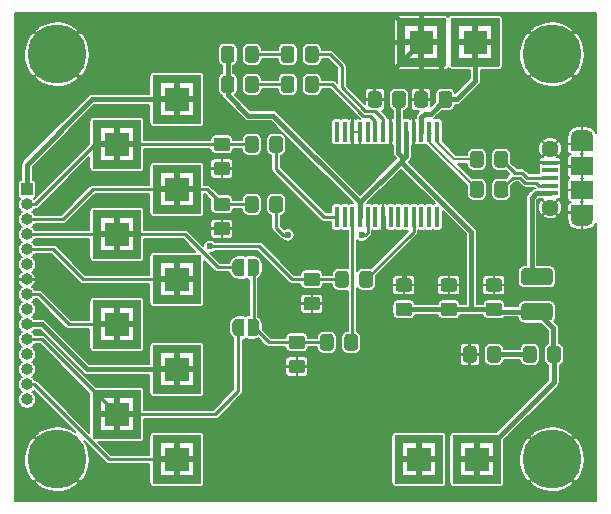
<source format=gbr>
%TF.GenerationSoftware,KiCad,Pcbnew,(5.1.6)-1*%
%TF.CreationDate,2020-08-24T13:49:57+03:00*%
%TF.ProjectId,PC1600SIO,50433136-3030-4534-994f-2e6b69636164,rev?*%
%TF.SameCoordinates,Original*%
%TF.FileFunction,Copper,L1,Top*%
%TF.FilePolarity,Positive*%
%FSLAX46Y46*%
G04 Gerber Fmt 4.6, Leading zero omitted, Abs format (unit mm)*
G04 Created by KiCad (PCBNEW (5.1.6)-1) date 2020-08-24 13:49:57*
%MOMM*%
%LPD*%
G01*
G04 APERTURE LIST*
%TA.AperFunction,ComponentPad*%
%ADD10O,1.000000X1.000000*%
%TD*%
%TA.AperFunction,ComponentPad*%
%ADD11R,1.000000X1.000000*%
%TD*%
%TA.AperFunction,SMDPad,CuDef*%
%ADD12R,0.450000X1.750000*%
%TD*%
%TA.AperFunction,Conductor*%
%ADD13C,0.100000*%
%TD*%
%TA.AperFunction,SMDPad,CuDef*%
%ADD14C,0.100000*%
%TD*%
%TA.AperFunction,SMDPad,CuDef*%
%ADD15R,1.900000X1.200000*%
%TD*%
%TA.AperFunction,ComponentPad*%
%ADD16O,1.900000X1.200000*%
%TD*%
%TA.AperFunction,SMDPad,CuDef*%
%ADD17R,1.900000X1.500000*%
%TD*%
%TA.AperFunction,ComponentPad*%
%ADD18C,1.450000*%
%TD*%
%TA.AperFunction,SMDPad,CuDef*%
%ADD19R,1.350000X0.400000*%
%TD*%
%TA.AperFunction,ComponentPad*%
%ADD20C,5.000000*%
%TD*%
%TA.AperFunction,ViaPad*%
%ADD21C,0.600000*%
%TD*%
%TA.AperFunction,Conductor*%
%ADD22C,0.400000*%
%TD*%
%TA.AperFunction,Conductor*%
%ADD23C,0.250000*%
%TD*%
%TA.AperFunction,Conductor*%
%ADD24C,0.200000*%
%TD*%
%TA.AperFunction,Conductor*%
%ADD25C,0.150000*%
%TD*%
G04 APERTURE END LIST*
D10*
%TO.P,J1,15*%
%TO.N,N/C*%
X93980000Y-143510000D03*
%TO.P,J1,14*%
%TO.N,DTRCalc*%
X93980000Y-142240000D03*
%TO.P,J1,13*%
%TO.N,N/C*%
X93980000Y-140970000D03*
%TO.P,J1,12*%
X93980000Y-139700000D03*
%TO.P,J1,11*%
%TO.N,RRCalc*%
X93980000Y-138430000D03*
%TO.P,J1,10*%
%TO.N,VCCCalc*%
X93980000Y-137160000D03*
%TO.P,J1,9*%
%TO.N,N/C*%
X93980000Y-135890000D03*
%TO.P,J1,8*%
%TO.N,CDCalc*%
X93980000Y-134620000D03*
%TO.P,J1,7*%
%TO.N,GND*%
X93980000Y-133350000D03*
%TO.P,J1,6*%
%TO.N,N/C*%
X93980000Y-132080000D03*
%TO.P,J1,5*%
%TO.N,CTSCalc*%
X93980000Y-130810000D03*
%TO.P,J1,4*%
%TO.N,RTSCalc*%
X93980000Y-129540000D03*
%TO.P,J1,3*%
%TO.N,RXDCalc*%
X93980000Y-128270000D03*
%TO.P,J1,2*%
%TO.N,TXDCalc*%
X93980000Y-127000000D03*
D11*
%TO.P,J1,1*%
%TO.N,FG*%
X93980000Y-125730000D03*
%TD*%
D12*
%TO.P,U1,28*%
%TO.N,N/C*%
X120235000Y-120860000D03*
%TO.P,U1,27*%
X120885000Y-120860000D03*
%TO.P,U1,26*%
%TO.N,GND*%
X121535000Y-120860000D03*
%TO.P,U1,25*%
X122185000Y-120860000D03*
%TO.P,U1,24*%
%TO.N,N/C*%
X122835000Y-120860000D03*
%TO.P,U1,23*%
%TO.N,RXLED*%
X123485000Y-120860000D03*
%TO.P,U1,22*%
%TO.N,TXLED*%
X124135000Y-120860000D03*
%TO.P,U1,21*%
%TO.N,GND*%
X124785000Y-120860000D03*
%TO.P,U1,20*%
%TO.N,+5V*%
X125435000Y-120860000D03*
%TO.P,U1,19*%
X126085000Y-120860000D03*
%TO.P,U1,18*%
%TO.N,GND*%
X126735000Y-120860000D03*
%TO.P,U1,17*%
%TO.N,+3V3*%
X127385000Y-120860000D03*
%TO.P,U1,16*%
%TO.N,USBD-*%
X128035000Y-120860000D03*
%TO.P,U1,15*%
%TO.N,USBD+*%
X128685000Y-120860000D03*
%TO.P,U1,14*%
%TO.N,N/C*%
X128685000Y-128060000D03*
%TO.P,U1,13*%
X128035000Y-128060000D03*
%TO.P,U1,12*%
X127385000Y-128060000D03*
%TO.P,U1,11*%
%TO.N,Net-(R4-Pad1)*%
X126735000Y-128060000D03*
%TO.P,U1,10*%
%TO.N,N/C*%
X126085000Y-128060000D03*
%TO.P,U1,9*%
X125435000Y-128060000D03*
%TO.P,U1,8*%
X124785000Y-128060000D03*
%TO.P,U1,7*%
%TO.N,GND*%
X124135000Y-128060000D03*
%TO.P,U1,6*%
%TO.N,N/C*%
X123485000Y-128060000D03*
%TO.P,U1,5*%
%TO.N,Net-(R2-Pad1)*%
X122835000Y-128060000D03*
%TO.P,U1,4*%
%TO.N,+5V*%
X122185000Y-128060000D03*
%TO.P,U1,3*%
%TO.N,Net-(R3-Pad1)*%
X121535000Y-128060000D03*
%TO.P,U1,2*%
%TO.N,N/C*%
X120885000Y-128060000D03*
%TO.P,U1,1*%
%TO.N,Net-(R1-Pad1)*%
X120235000Y-128060000D03*
%TD*%
%TA.AperFunction,Conductor*%
D13*
%TO.N,GND*%
%TO.C,J15*%
G36*
X129390755Y-111234961D02*
G01*
X129400134Y-111237806D01*
X129408779Y-111242427D01*
X129416355Y-111248645D01*
X129422573Y-111256221D01*
X129427194Y-111264866D01*
X129430039Y-111274245D01*
X129431000Y-111284000D01*
X129431000Y-115284000D01*
X129430039Y-115293755D01*
X129427194Y-115303134D01*
X129422573Y-115311779D01*
X129416355Y-115319355D01*
X129408779Y-115325573D01*
X129400134Y-115330194D01*
X129390755Y-115333039D01*
X129381000Y-115334000D01*
X125381000Y-115334000D01*
X125371245Y-115333039D01*
X125361866Y-115330194D01*
X125353221Y-115325573D01*
X125345645Y-115319355D01*
X125339427Y-115311779D01*
X125334806Y-115303134D01*
X125331961Y-115293755D01*
X125331000Y-115284000D01*
X125331000Y-113534000D01*
X126031000Y-113534000D01*
X126031000Y-114634000D01*
X127131000Y-114634000D01*
X127131000Y-114284000D01*
X127631000Y-114284000D01*
X127631000Y-114634000D01*
X128731000Y-114634000D01*
X128731000Y-113534000D01*
X128381000Y-113534000D01*
X128381000Y-114284000D01*
X127631000Y-114284000D01*
X127131000Y-114284000D01*
X126381000Y-114284000D01*
X126381000Y-113534000D01*
X126031000Y-113534000D01*
X125331000Y-113534000D01*
X125331000Y-111934000D01*
X126031000Y-111934000D01*
X126031000Y-113034000D01*
X126381000Y-113034000D01*
X126381000Y-112284000D01*
X127131000Y-112284000D01*
X127131000Y-111934000D01*
X127631000Y-111934000D01*
X127631000Y-112284000D01*
X128381000Y-112284000D01*
X128381000Y-113034000D01*
X128731000Y-113034000D01*
X128731000Y-111934000D01*
X127631000Y-111934000D01*
X127131000Y-111934000D01*
X126031000Y-111934000D01*
X125331000Y-111934000D01*
X125331000Y-111284000D01*
X125331961Y-111274245D01*
X125334806Y-111264866D01*
X125339427Y-111256221D01*
X125345645Y-111248645D01*
X125353221Y-111242427D01*
X125361866Y-111237806D01*
X125371245Y-111234961D01*
X125381000Y-111234000D01*
X129381000Y-111234000D01*
X129390755Y-111234961D01*
G37*
%TD.AperFunction*%
%TD*%
%TO.P,R13,2*%
%TO.N,Net-(D3-Pad1)*%
%TA.AperFunction,SMDPad,CuDef*%
G36*
G01*
X116635000Y-113849999D02*
X116635000Y-114750001D01*
G75*
G02*
X116385001Y-115000000I-249999J0D01*
G01*
X115734999Y-115000000D01*
G75*
G02*
X115485000Y-114750001I0J249999D01*
G01*
X115485000Y-113849999D01*
G75*
G02*
X115734999Y-113600000I249999J0D01*
G01*
X116385001Y-113600000D01*
G75*
G02*
X116635000Y-113849999I0J-249999D01*
G01*
G37*
%TD.AperFunction*%
%TO.P,R13,1*%
%TO.N,TXLED*%
%TA.AperFunction,SMDPad,CuDef*%
G36*
G01*
X118685000Y-113849999D02*
X118685000Y-114750001D01*
G75*
G02*
X118435001Y-115000000I-249999J0D01*
G01*
X117784999Y-115000000D01*
G75*
G02*
X117535000Y-114750001I0J249999D01*
G01*
X117535000Y-113849999D01*
G75*
G02*
X117784999Y-113600000I249999J0D01*
G01*
X118435001Y-113600000D01*
G75*
G02*
X118685000Y-113849999I0J-249999D01*
G01*
G37*
%TD.AperFunction*%
%TD*%
%TO.P,R12,2*%
%TO.N,Net-(D2-Pad1)*%
%TA.AperFunction,SMDPad,CuDef*%
G36*
G01*
X116635000Y-116389999D02*
X116635000Y-117290001D01*
G75*
G02*
X116385001Y-117540000I-249999J0D01*
G01*
X115734999Y-117540000D01*
G75*
G02*
X115485000Y-117290001I0J249999D01*
G01*
X115485000Y-116389999D01*
G75*
G02*
X115734999Y-116140000I249999J0D01*
G01*
X116385001Y-116140000D01*
G75*
G02*
X116635000Y-116389999I0J-249999D01*
G01*
G37*
%TD.AperFunction*%
%TO.P,R12,1*%
%TO.N,RXLED*%
%TA.AperFunction,SMDPad,CuDef*%
G36*
G01*
X118685000Y-116389999D02*
X118685000Y-117290001D01*
G75*
G02*
X118435001Y-117540000I-249999J0D01*
G01*
X117784999Y-117540000D01*
G75*
G02*
X117535000Y-117290001I0J249999D01*
G01*
X117535000Y-116389999D01*
G75*
G02*
X117784999Y-116140000I249999J0D01*
G01*
X118435001Y-116140000D01*
G75*
G02*
X118685000Y-116389999I0J-249999D01*
G01*
G37*
%TD.AperFunction*%
%TD*%
%TO.P,R11,2*%
%TO.N,Net-(D1-Pad1)*%
%TA.AperFunction,SMDPad,CuDef*%
G36*
G01*
X132948000Y-140142001D02*
X132948000Y-139241999D01*
G75*
G02*
X133197999Y-138992000I249999J0D01*
G01*
X133848001Y-138992000D01*
G75*
G02*
X134098000Y-139241999I0J-249999D01*
G01*
X134098000Y-140142001D01*
G75*
G02*
X133848001Y-140392000I-249999J0D01*
G01*
X133197999Y-140392000D01*
G75*
G02*
X132948000Y-140142001I0J249999D01*
G01*
G37*
%TD.AperFunction*%
%TO.P,R11,1*%
%TO.N,GND*%
%TA.AperFunction,SMDPad,CuDef*%
G36*
G01*
X130898000Y-140142001D02*
X130898000Y-139241999D01*
G75*
G02*
X131147999Y-138992000I249999J0D01*
G01*
X131798001Y-138992000D01*
G75*
G02*
X132048000Y-139241999I0J-249999D01*
G01*
X132048000Y-140142001D01*
G75*
G02*
X131798001Y-140392000I-249999J0D01*
G01*
X131147999Y-140392000D01*
G75*
G02*
X130898000Y-140142001I0J249999D01*
G01*
G37*
%TD.AperFunction*%
%TD*%
%TO.P,R10,2*%
%TO.N,/D-*%
%TA.AperFunction,SMDPad,CuDef*%
G36*
G01*
X133555000Y-126180001D02*
X133555000Y-125279999D01*
G75*
G02*
X133804999Y-125030000I249999J0D01*
G01*
X134455001Y-125030000D01*
G75*
G02*
X134705000Y-125279999I0J-249999D01*
G01*
X134705000Y-126180001D01*
G75*
G02*
X134455001Y-126430000I-249999J0D01*
G01*
X133804999Y-126430000D01*
G75*
G02*
X133555000Y-126180001I0J249999D01*
G01*
G37*
%TD.AperFunction*%
%TO.P,R10,1*%
%TO.N,USBD-*%
%TA.AperFunction,SMDPad,CuDef*%
G36*
G01*
X131505000Y-126180001D02*
X131505000Y-125279999D01*
G75*
G02*
X131754999Y-125030000I249999J0D01*
G01*
X132405001Y-125030000D01*
G75*
G02*
X132655000Y-125279999I0J-249999D01*
G01*
X132655000Y-126180001D01*
G75*
G02*
X132405001Y-126430000I-249999J0D01*
G01*
X131754999Y-126430000D01*
G75*
G02*
X131505000Y-126180001I0J249999D01*
G01*
G37*
%TD.AperFunction*%
%TD*%
%TO.P,R9,2*%
%TO.N,/D+*%
%TA.AperFunction,SMDPad,CuDef*%
G36*
G01*
X133555000Y-123640001D02*
X133555000Y-122739999D01*
G75*
G02*
X133804999Y-122490000I249999J0D01*
G01*
X134455001Y-122490000D01*
G75*
G02*
X134705000Y-122739999I0J-249999D01*
G01*
X134705000Y-123640001D01*
G75*
G02*
X134455001Y-123890000I-249999J0D01*
G01*
X133804999Y-123890000D01*
G75*
G02*
X133555000Y-123640001I0J249999D01*
G01*
G37*
%TD.AperFunction*%
%TO.P,R9,1*%
%TO.N,USBD+*%
%TA.AperFunction,SMDPad,CuDef*%
G36*
G01*
X131505000Y-123640001D02*
X131505000Y-122739999D01*
G75*
G02*
X131754999Y-122490000I249999J0D01*
G01*
X132405001Y-122490000D01*
G75*
G02*
X132655000Y-122739999I0J-249999D01*
G01*
X132655000Y-123640001D01*
G75*
G02*
X132405001Y-123890000I-249999J0D01*
G01*
X131754999Y-123890000D01*
G75*
G02*
X131505000Y-123640001I0J249999D01*
G01*
G37*
%TD.AperFunction*%
%TD*%
%TO.P,R8,2*%
%TO.N,GND*%
%TA.AperFunction,SMDPad,CuDef*%
G36*
G01*
X117659999Y-134825000D02*
X118560001Y-134825000D01*
G75*
G02*
X118810000Y-135074999I0J-249999D01*
G01*
X118810000Y-135725001D01*
G75*
G02*
X118560001Y-135975000I-249999J0D01*
G01*
X117659999Y-135975000D01*
G75*
G02*
X117410000Y-135725001I0J249999D01*
G01*
X117410000Y-135074999D01*
G75*
G02*
X117659999Y-134825000I249999J0D01*
G01*
G37*
%TD.AperFunction*%
%TO.P,R8,1*%
%TO.N,CTSCalc*%
%TA.AperFunction,SMDPad,CuDef*%
G36*
G01*
X117659999Y-132775000D02*
X118560001Y-132775000D01*
G75*
G02*
X118810000Y-133024999I0J-249999D01*
G01*
X118810000Y-133675001D01*
G75*
G02*
X118560001Y-133925000I-249999J0D01*
G01*
X117659999Y-133925000D01*
G75*
G02*
X117410000Y-133675001I0J249999D01*
G01*
X117410000Y-133024999D01*
G75*
G02*
X117659999Y-132775000I249999J0D01*
G01*
G37*
%TD.AperFunction*%
%TD*%
%TO.P,R7,2*%
%TO.N,GND*%
%TA.AperFunction,SMDPad,CuDef*%
G36*
G01*
X116389999Y-140150000D02*
X117290001Y-140150000D01*
G75*
G02*
X117540000Y-140399999I0J-249999D01*
G01*
X117540000Y-141050001D01*
G75*
G02*
X117290001Y-141300000I-249999J0D01*
G01*
X116389999Y-141300000D01*
G75*
G02*
X116140000Y-141050001I0J249999D01*
G01*
X116140000Y-140399999D01*
G75*
G02*
X116389999Y-140150000I249999J0D01*
G01*
G37*
%TD.AperFunction*%
%TO.P,R7,1*%
%TO.N,RInput*%
%TA.AperFunction,SMDPad,CuDef*%
G36*
G01*
X116389999Y-138100000D02*
X117290001Y-138100000D01*
G75*
G02*
X117540000Y-138349999I0J-249999D01*
G01*
X117540000Y-139000001D01*
G75*
G02*
X117290001Y-139250000I-249999J0D01*
G01*
X116389999Y-139250000D01*
G75*
G02*
X116140000Y-139000001I0J249999D01*
G01*
X116140000Y-138349999D01*
G75*
G02*
X116389999Y-138100000I249999J0D01*
G01*
G37*
%TD.AperFunction*%
%TD*%
%TO.P,R6,2*%
%TO.N,GND*%
%TA.AperFunction,SMDPad,CuDef*%
G36*
G01*
X110039999Y-128475000D02*
X110940001Y-128475000D01*
G75*
G02*
X111190000Y-128724999I0J-249999D01*
G01*
X111190000Y-129375001D01*
G75*
G02*
X110940001Y-129625000I-249999J0D01*
G01*
X110039999Y-129625000D01*
G75*
G02*
X109790000Y-129375001I0J249999D01*
G01*
X109790000Y-128724999D01*
G75*
G02*
X110039999Y-128475000I249999J0D01*
G01*
G37*
%TD.AperFunction*%
%TO.P,R6,1*%
%TO.N,RXDCalc*%
%TA.AperFunction,SMDPad,CuDef*%
G36*
G01*
X110039999Y-126425000D02*
X110940001Y-126425000D01*
G75*
G02*
X111190000Y-126674999I0J-249999D01*
G01*
X111190000Y-127325001D01*
G75*
G02*
X110940001Y-127575000I-249999J0D01*
G01*
X110039999Y-127575000D01*
G75*
G02*
X109790000Y-127325001I0J249999D01*
G01*
X109790000Y-126674999D01*
G75*
G02*
X110039999Y-126425000I249999J0D01*
G01*
G37*
%TD.AperFunction*%
%TD*%
%TO.P,R5,2*%
%TO.N,GND*%
%TA.AperFunction,SMDPad,CuDef*%
G36*
G01*
X110039999Y-123386000D02*
X110940001Y-123386000D01*
G75*
G02*
X111190000Y-123635999I0J-249999D01*
G01*
X111190000Y-124286001D01*
G75*
G02*
X110940001Y-124536000I-249999J0D01*
G01*
X110039999Y-124536000D01*
G75*
G02*
X109790000Y-124286001I0J249999D01*
G01*
X109790000Y-123635999D01*
G75*
G02*
X110039999Y-123386000I249999J0D01*
G01*
G37*
%TD.AperFunction*%
%TO.P,R5,1*%
%TO.N,TXDCalc*%
%TA.AperFunction,SMDPad,CuDef*%
G36*
G01*
X110039999Y-121336000D02*
X110940001Y-121336000D01*
G75*
G02*
X111190000Y-121585999I0J-249999D01*
G01*
X111190000Y-122236001D01*
G75*
G02*
X110940001Y-122486000I-249999J0D01*
G01*
X110039999Y-122486000D01*
G75*
G02*
X109790000Y-122236001I0J249999D01*
G01*
X109790000Y-121585999D01*
G75*
G02*
X110039999Y-121336000I249999J0D01*
G01*
G37*
%TD.AperFunction*%
%TD*%
%TO.P,R4,2*%
%TO.N,CTSCalc*%
%TA.AperFunction,SMDPad,CuDef*%
G36*
G01*
X121225000Y-132899999D02*
X121225000Y-133800001D01*
G75*
G02*
X120975001Y-134050000I-249999J0D01*
G01*
X120324999Y-134050000D01*
G75*
G02*
X120075000Y-133800001I0J249999D01*
G01*
X120075000Y-132899999D01*
G75*
G02*
X120324999Y-132650000I249999J0D01*
G01*
X120975001Y-132650000D01*
G75*
G02*
X121225000Y-132899999I0J-249999D01*
G01*
G37*
%TD.AperFunction*%
%TO.P,R4,1*%
%TO.N,Net-(R4-Pad1)*%
%TA.AperFunction,SMDPad,CuDef*%
G36*
G01*
X123275000Y-132899999D02*
X123275000Y-133800001D01*
G75*
G02*
X123025001Y-134050000I-249999J0D01*
G01*
X122374999Y-134050000D01*
G75*
G02*
X122125000Y-133800001I0J249999D01*
G01*
X122125000Y-132899999D01*
G75*
G02*
X122374999Y-132650000I249999J0D01*
G01*
X123025001Y-132650000D01*
G75*
G02*
X123275000Y-132899999I0J-249999D01*
G01*
G37*
%TD.AperFunction*%
%TD*%
%TO.P,R3,2*%
%TO.N,RInput*%
%TA.AperFunction,SMDPad,CuDef*%
G36*
G01*
X119955000Y-138233999D02*
X119955000Y-139134001D01*
G75*
G02*
X119705001Y-139384000I-249999J0D01*
G01*
X119054999Y-139384000D01*
G75*
G02*
X118805000Y-139134001I0J249999D01*
G01*
X118805000Y-138233999D01*
G75*
G02*
X119054999Y-137984000I249999J0D01*
G01*
X119705001Y-137984000D01*
G75*
G02*
X119955000Y-138233999I0J-249999D01*
G01*
G37*
%TD.AperFunction*%
%TO.P,R3,1*%
%TO.N,Net-(R3-Pad1)*%
%TA.AperFunction,SMDPad,CuDef*%
G36*
G01*
X122005000Y-138233999D02*
X122005000Y-139134001D01*
G75*
G02*
X121755001Y-139384000I-249999J0D01*
G01*
X121104999Y-139384000D01*
G75*
G02*
X120855000Y-139134001I0J249999D01*
G01*
X120855000Y-138233999D01*
G75*
G02*
X121104999Y-137984000I249999J0D01*
G01*
X121755001Y-137984000D01*
G75*
G02*
X122005000Y-138233999I0J-249999D01*
G01*
G37*
%TD.AperFunction*%
%TD*%
%TO.P,R2,2*%
%TO.N,RXDCalc*%
%TA.AperFunction,SMDPad,CuDef*%
G36*
G01*
X113605000Y-126549999D02*
X113605000Y-127450001D01*
G75*
G02*
X113355001Y-127700000I-249999J0D01*
G01*
X112704999Y-127700000D01*
G75*
G02*
X112455000Y-127450001I0J249999D01*
G01*
X112455000Y-126549999D01*
G75*
G02*
X112704999Y-126300000I249999J0D01*
G01*
X113355001Y-126300000D01*
G75*
G02*
X113605000Y-126549999I0J-249999D01*
G01*
G37*
%TD.AperFunction*%
%TO.P,R2,1*%
%TO.N,Net-(R2-Pad1)*%
%TA.AperFunction,SMDPad,CuDef*%
G36*
G01*
X115655000Y-126549999D02*
X115655000Y-127450001D01*
G75*
G02*
X115405001Y-127700000I-249999J0D01*
G01*
X114754999Y-127700000D01*
G75*
G02*
X114505000Y-127450001I0J249999D01*
G01*
X114505000Y-126549999D01*
G75*
G02*
X114754999Y-126300000I249999J0D01*
G01*
X115405001Y-126300000D01*
G75*
G02*
X115655000Y-126549999I0J-249999D01*
G01*
G37*
%TD.AperFunction*%
%TD*%
%TO.P,R1,2*%
%TO.N,TXDCalc*%
%TA.AperFunction,SMDPad,CuDef*%
G36*
G01*
X113605000Y-121469999D02*
X113605000Y-122370001D01*
G75*
G02*
X113355001Y-122620000I-249999J0D01*
G01*
X112704999Y-122620000D01*
G75*
G02*
X112455000Y-122370001I0J249999D01*
G01*
X112455000Y-121469999D01*
G75*
G02*
X112704999Y-121220000I249999J0D01*
G01*
X113355001Y-121220000D01*
G75*
G02*
X113605000Y-121469999I0J-249999D01*
G01*
G37*
%TD.AperFunction*%
%TO.P,R1,1*%
%TO.N,Net-(R1-Pad1)*%
%TA.AperFunction,SMDPad,CuDef*%
G36*
G01*
X115655000Y-121469999D02*
X115655000Y-122370001D01*
G75*
G02*
X115405001Y-122620000I-249999J0D01*
G01*
X114754999Y-122620000D01*
G75*
G02*
X114505000Y-122370001I0J249999D01*
G01*
X114505000Y-121469999D01*
G75*
G02*
X114754999Y-121220000I249999J0D01*
G01*
X115405001Y-121220000D01*
G75*
G02*
X115655000Y-121469999I0J-249999D01*
G01*
G37*
%TD.AperFunction*%
%TD*%
%TA.AperFunction,SMDPad,CuDef*%
D14*
%TO.P,JP2,2*%
%TO.N,RTSCalc*%
G36*
X111872000Y-133083398D02*
G01*
X111847466Y-133083398D01*
X111798635Y-133078588D01*
X111750510Y-133069016D01*
X111703555Y-133054772D01*
X111658222Y-133035995D01*
X111614949Y-133012864D01*
X111574150Y-132985604D01*
X111536221Y-132954476D01*
X111501524Y-132919779D01*
X111470396Y-132881850D01*
X111443136Y-132841051D01*
X111420005Y-132797778D01*
X111401228Y-132752445D01*
X111386984Y-132705490D01*
X111377412Y-132657365D01*
X111372602Y-132608534D01*
X111372602Y-132584000D01*
X111372000Y-132584000D01*
X111372000Y-132084000D01*
X111372602Y-132084000D01*
X111372602Y-132059466D01*
X111377412Y-132010635D01*
X111386984Y-131962510D01*
X111401228Y-131915555D01*
X111420005Y-131870222D01*
X111443136Y-131826949D01*
X111470396Y-131786150D01*
X111501524Y-131748221D01*
X111536221Y-131713524D01*
X111574150Y-131682396D01*
X111614949Y-131655136D01*
X111658222Y-131632005D01*
X111703555Y-131613228D01*
X111750510Y-131598984D01*
X111798635Y-131589412D01*
X111847466Y-131584602D01*
X111872000Y-131584602D01*
X111872000Y-131584000D01*
X112372000Y-131584000D01*
X112372000Y-133084000D01*
X111872000Y-133084000D01*
X111872000Y-133083398D01*
G37*
%TD.AperFunction*%
%TA.AperFunction,SMDPad,CuDef*%
%TO.P,JP2,1*%
%TO.N,RInput*%
G36*
X112672000Y-131584000D02*
G01*
X113172000Y-131584000D01*
X113172000Y-131584602D01*
X113196534Y-131584602D01*
X113245365Y-131589412D01*
X113293490Y-131598984D01*
X113340445Y-131613228D01*
X113385778Y-131632005D01*
X113429051Y-131655136D01*
X113469850Y-131682396D01*
X113507779Y-131713524D01*
X113542476Y-131748221D01*
X113573604Y-131786150D01*
X113600864Y-131826949D01*
X113623995Y-131870222D01*
X113642772Y-131915555D01*
X113657016Y-131962510D01*
X113666588Y-132010635D01*
X113671398Y-132059466D01*
X113671398Y-132084000D01*
X113672000Y-132084000D01*
X113672000Y-132584000D01*
X113671398Y-132584000D01*
X113671398Y-132608534D01*
X113666588Y-132657365D01*
X113657016Y-132705490D01*
X113642772Y-132752445D01*
X113623995Y-132797778D01*
X113600864Y-132841051D01*
X113573604Y-132881850D01*
X113542476Y-132919779D01*
X113507779Y-132954476D01*
X113469850Y-132985604D01*
X113429051Y-133012864D01*
X113385778Y-133035995D01*
X113340445Y-133054772D01*
X113293490Y-133069016D01*
X113245365Y-133078588D01*
X113196534Y-133083398D01*
X113172000Y-133083398D01*
X113172000Y-133084000D01*
X112672000Y-133084000D01*
X112672000Y-131584000D01*
G37*
%TD.AperFunction*%
%TD*%
%TA.AperFunction,SMDPad,CuDef*%
%TO.P,JP1,2*%
%TO.N,RInput*%
G36*
X113172000Y-136664602D02*
G01*
X113196534Y-136664602D01*
X113245365Y-136669412D01*
X113293490Y-136678984D01*
X113340445Y-136693228D01*
X113385778Y-136712005D01*
X113429051Y-136735136D01*
X113469850Y-136762396D01*
X113507779Y-136793524D01*
X113542476Y-136828221D01*
X113573604Y-136866150D01*
X113600864Y-136906949D01*
X113623995Y-136950222D01*
X113642772Y-136995555D01*
X113657016Y-137042510D01*
X113666588Y-137090635D01*
X113671398Y-137139466D01*
X113671398Y-137164000D01*
X113672000Y-137164000D01*
X113672000Y-137664000D01*
X113671398Y-137664000D01*
X113671398Y-137688534D01*
X113666588Y-137737365D01*
X113657016Y-137785490D01*
X113642772Y-137832445D01*
X113623995Y-137877778D01*
X113600864Y-137921051D01*
X113573604Y-137961850D01*
X113542476Y-137999779D01*
X113507779Y-138034476D01*
X113469850Y-138065604D01*
X113429051Y-138092864D01*
X113385778Y-138115995D01*
X113340445Y-138134772D01*
X113293490Y-138149016D01*
X113245365Y-138158588D01*
X113196534Y-138163398D01*
X113172000Y-138163398D01*
X113172000Y-138164000D01*
X112672000Y-138164000D01*
X112672000Y-136664000D01*
X113172000Y-136664000D01*
X113172000Y-136664602D01*
G37*
%TD.AperFunction*%
%TA.AperFunction,SMDPad,CuDef*%
%TO.P,JP1,1*%
%TO.N,RRCalc*%
G36*
X112372000Y-138164000D02*
G01*
X111872000Y-138164000D01*
X111872000Y-138163398D01*
X111847466Y-138163398D01*
X111798635Y-138158588D01*
X111750510Y-138149016D01*
X111703555Y-138134772D01*
X111658222Y-138115995D01*
X111614949Y-138092864D01*
X111574150Y-138065604D01*
X111536221Y-138034476D01*
X111501524Y-137999779D01*
X111470396Y-137961850D01*
X111443136Y-137921051D01*
X111420005Y-137877778D01*
X111401228Y-137832445D01*
X111386984Y-137785490D01*
X111377412Y-137737365D01*
X111372602Y-137688534D01*
X111372602Y-137664000D01*
X111372000Y-137664000D01*
X111372000Y-137164000D01*
X111372602Y-137164000D01*
X111372602Y-137139466D01*
X111377412Y-137090635D01*
X111386984Y-137042510D01*
X111401228Y-136995555D01*
X111420005Y-136950222D01*
X111443136Y-136906949D01*
X111470396Y-136866150D01*
X111501524Y-136828221D01*
X111536221Y-136793524D01*
X111574150Y-136762396D01*
X111614949Y-136735136D01*
X111658222Y-136712005D01*
X111703555Y-136693228D01*
X111750510Y-136678984D01*
X111798635Y-136669412D01*
X111847466Y-136664602D01*
X111872000Y-136664602D01*
X111872000Y-136664000D01*
X112372000Y-136664000D01*
X112372000Y-138164000D01*
G37*
%TD.AperFunction*%
%TD*%
%TA.AperFunction,Conductor*%
D13*
%TO.N,GND*%
%TO.C,J14*%
G36*
X129182755Y-146532961D02*
G01*
X129192134Y-146535806D01*
X129200779Y-146540427D01*
X129208355Y-146546645D01*
X129214573Y-146554221D01*
X129219194Y-146562866D01*
X129222039Y-146572245D01*
X129223000Y-146582000D01*
X129223000Y-150582000D01*
X129222039Y-150591755D01*
X129219194Y-150601134D01*
X129214573Y-150609779D01*
X129208355Y-150617355D01*
X129200779Y-150623573D01*
X129192134Y-150628194D01*
X129182755Y-150631039D01*
X129173000Y-150632000D01*
X125173000Y-150632000D01*
X125163245Y-150631039D01*
X125153866Y-150628194D01*
X125145221Y-150623573D01*
X125137645Y-150617355D01*
X125131427Y-150609779D01*
X125126806Y-150601134D01*
X125123961Y-150591755D01*
X125123000Y-150582000D01*
X125123000Y-148832000D01*
X125823000Y-148832000D01*
X125823000Y-149932000D01*
X126923000Y-149932000D01*
X126923000Y-149582000D01*
X127423000Y-149582000D01*
X127423000Y-149932000D01*
X128523000Y-149932000D01*
X128523000Y-148832000D01*
X128173000Y-148832000D01*
X128173000Y-149582000D01*
X127423000Y-149582000D01*
X126923000Y-149582000D01*
X126173000Y-149582000D01*
X126173000Y-148832000D01*
X125823000Y-148832000D01*
X125123000Y-148832000D01*
X125123000Y-147232000D01*
X125823000Y-147232000D01*
X125823000Y-148332000D01*
X126173000Y-148332000D01*
X126173000Y-147582000D01*
X126923000Y-147582000D01*
X126923000Y-147232000D01*
X127423000Y-147232000D01*
X127423000Y-147582000D01*
X128173000Y-147582000D01*
X128173000Y-148332000D01*
X128523000Y-148332000D01*
X128523000Y-147232000D01*
X127423000Y-147232000D01*
X126923000Y-147232000D01*
X125823000Y-147232000D01*
X125123000Y-147232000D01*
X125123000Y-146582000D01*
X125123961Y-146572245D01*
X125126806Y-146562866D01*
X125131427Y-146554221D01*
X125137645Y-146546645D01*
X125145221Y-146540427D01*
X125153866Y-146535806D01*
X125163245Y-146532961D01*
X125173000Y-146532000D01*
X129173000Y-146532000D01*
X129182755Y-146532961D01*
G37*
%TD.AperFunction*%
%TD*%
%TA.AperFunction,Conductor*%
%TO.N,+3V3*%
%TO.C,J13*%
G36*
X133962755Y-111234961D02*
G01*
X133972134Y-111237806D01*
X133980779Y-111242427D01*
X133988355Y-111248645D01*
X133994573Y-111256221D01*
X133999194Y-111264866D01*
X134002039Y-111274245D01*
X134003000Y-111284000D01*
X134003000Y-115284000D01*
X134002039Y-115293755D01*
X133999194Y-115303134D01*
X133994573Y-115311779D01*
X133988355Y-115319355D01*
X133980779Y-115325573D01*
X133972134Y-115330194D01*
X133962755Y-115333039D01*
X133953000Y-115334000D01*
X129953000Y-115334000D01*
X129943245Y-115333039D01*
X129933866Y-115330194D01*
X129925221Y-115325573D01*
X129917645Y-115319355D01*
X129911427Y-115311779D01*
X129906806Y-115303134D01*
X129903961Y-115293755D01*
X129903000Y-115284000D01*
X129903000Y-113534000D01*
X130603000Y-113534000D01*
X130603000Y-114634000D01*
X131703000Y-114634000D01*
X131703000Y-114284000D01*
X132203000Y-114284000D01*
X132203000Y-114634000D01*
X133303000Y-114634000D01*
X133303000Y-113534000D01*
X132953000Y-113534000D01*
X132953000Y-114284000D01*
X132203000Y-114284000D01*
X131703000Y-114284000D01*
X130953000Y-114284000D01*
X130953000Y-113534000D01*
X130603000Y-113534000D01*
X129903000Y-113534000D01*
X129903000Y-111934000D01*
X130603000Y-111934000D01*
X130603000Y-113034000D01*
X130953000Y-113034000D01*
X130953000Y-112284000D01*
X131703000Y-112284000D01*
X131703000Y-111934000D01*
X132203000Y-111934000D01*
X132203000Y-112284000D01*
X132953000Y-112284000D01*
X132953000Y-113034000D01*
X133303000Y-113034000D01*
X133303000Y-111934000D01*
X132203000Y-111934000D01*
X131703000Y-111934000D01*
X130603000Y-111934000D01*
X129903000Y-111934000D01*
X129903000Y-111284000D01*
X129903961Y-111274245D01*
X129906806Y-111264866D01*
X129911427Y-111256221D01*
X129917645Y-111248645D01*
X129925221Y-111242427D01*
X129933866Y-111237806D01*
X129943245Y-111234961D01*
X129953000Y-111234000D01*
X133953000Y-111234000D01*
X133962755Y-111234961D01*
G37*
%TD.AperFunction*%
%TD*%
%TA.AperFunction,Conductor*%
%TO.N,+5V*%
%TO.C,J12*%
G36*
X134089755Y-146540961D02*
G01*
X134099134Y-146543806D01*
X134107779Y-146548427D01*
X134115355Y-146554645D01*
X134121573Y-146562221D01*
X134126194Y-146570866D01*
X134129039Y-146580245D01*
X134130000Y-146590000D01*
X134130000Y-150590000D01*
X134129039Y-150599755D01*
X134126194Y-150609134D01*
X134121573Y-150617779D01*
X134115355Y-150625355D01*
X134107779Y-150631573D01*
X134099134Y-150636194D01*
X134089755Y-150639039D01*
X134080000Y-150640000D01*
X130080000Y-150640000D01*
X130070245Y-150639039D01*
X130060866Y-150636194D01*
X130052221Y-150631573D01*
X130044645Y-150625355D01*
X130038427Y-150617779D01*
X130033806Y-150609134D01*
X130030961Y-150599755D01*
X130030000Y-150590000D01*
X130030000Y-148840000D01*
X130730000Y-148840000D01*
X130730000Y-149940000D01*
X131830000Y-149940000D01*
X131830000Y-149590000D01*
X132330000Y-149590000D01*
X132330000Y-149940000D01*
X133430000Y-149940000D01*
X133430000Y-148840000D01*
X133080000Y-148840000D01*
X133080000Y-149590000D01*
X132330000Y-149590000D01*
X131830000Y-149590000D01*
X131080000Y-149590000D01*
X131080000Y-148840000D01*
X130730000Y-148840000D01*
X130030000Y-148840000D01*
X130030000Y-147240000D01*
X130730000Y-147240000D01*
X130730000Y-148340000D01*
X131080000Y-148340000D01*
X131080000Y-147590000D01*
X131830000Y-147590000D01*
X131830000Y-147240000D01*
X132330000Y-147240000D01*
X132330000Y-147590000D01*
X133080000Y-147590000D01*
X133080000Y-148340000D01*
X133430000Y-148340000D01*
X133430000Y-147240000D01*
X132330000Y-147240000D01*
X131830000Y-147240000D01*
X130730000Y-147240000D01*
X130030000Y-147240000D01*
X130030000Y-146590000D01*
X130030961Y-146580245D01*
X130033806Y-146570866D01*
X130038427Y-146562221D01*
X130044645Y-146554645D01*
X130052221Y-146548427D01*
X130060866Y-146543806D01*
X130070245Y-146540961D01*
X130080000Y-146540000D01*
X134080000Y-146540000D01*
X134089755Y-146540961D01*
G37*
%TD.AperFunction*%
%TD*%
%TA.AperFunction,Conductor*%
%TO.N,DTRCalc*%
%TO.C,J11*%
G36*
X108689755Y-146540961D02*
G01*
X108699134Y-146543806D01*
X108707779Y-146548427D01*
X108715355Y-146554645D01*
X108721573Y-146562221D01*
X108726194Y-146570866D01*
X108729039Y-146580245D01*
X108730000Y-146590000D01*
X108730000Y-150590000D01*
X108729039Y-150599755D01*
X108726194Y-150609134D01*
X108721573Y-150617779D01*
X108715355Y-150625355D01*
X108707779Y-150631573D01*
X108699134Y-150636194D01*
X108689755Y-150639039D01*
X108680000Y-150640000D01*
X104680000Y-150640000D01*
X104670245Y-150639039D01*
X104660866Y-150636194D01*
X104652221Y-150631573D01*
X104644645Y-150625355D01*
X104638427Y-150617779D01*
X104633806Y-150609134D01*
X104630961Y-150599755D01*
X104630000Y-150590000D01*
X104630000Y-148840000D01*
X105330000Y-148840000D01*
X105330000Y-149940000D01*
X106430000Y-149940000D01*
X106430000Y-149590000D01*
X106930000Y-149590000D01*
X106930000Y-149940000D01*
X108030000Y-149940000D01*
X108030000Y-148840000D01*
X107680000Y-148840000D01*
X107680000Y-149590000D01*
X106930000Y-149590000D01*
X106430000Y-149590000D01*
X105680000Y-149590000D01*
X105680000Y-148840000D01*
X105330000Y-148840000D01*
X104630000Y-148840000D01*
X104630000Y-147240000D01*
X105330000Y-147240000D01*
X105330000Y-148340000D01*
X105680000Y-148340000D01*
X105680000Y-147590000D01*
X106430000Y-147590000D01*
X106430000Y-147240000D01*
X106930000Y-147240000D01*
X106930000Y-147590000D01*
X107680000Y-147590000D01*
X107680000Y-148340000D01*
X108030000Y-148340000D01*
X108030000Y-147240000D01*
X106930000Y-147240000D01*
X106430000Y-147240000D01*
X105330000Y-147240000D01*
X104630000Y-147240000D01*
X104630000Y-146590000D01*
X104630961Y-146580245D01*
X104633806Y-146570866D01*
X104638427Y-146562221D01*
X104644645Y-146554645D01*
X104652221Y-146548427D01*
X104660866Y-146543806D01*
X104670245Y-146540961D01*
X104680000Y-146540000D01*
X108680000Y-146540000D01*
X108689755Y-146540961D01*
G37*
%TD.AperFunction*%
%TD*%
%TA.AperFunction,Conductor*%
%TO.N,RRCalc*%
%TO.C,J10*%
G36*
X103609755Y-142730961D02*
G01*
X103619134Y-142733806D01*
X103627779Y-142738427D01*
X103635355Y-142744645D01*
X103641573Y-142752221D01*
X103646194Y-142760866D01*
X103649039Y-142770245D01*
X103650000Y-142780000D01*
X103650000Y-146780000D01*
X103649039Y-146789755D01*
X103646194Y-146799134D01*
X103641573Y-146807779D01*
X103635355Y-146815355D01*
X103627779Y-146821573D01*
X103619134Y-146826194D01*
X103609755Y-146829039D01*
X103600000Y-146830000D01*
X99600000Y-146830000D01*
X99590245Y-146829039D01*
X99580866Y-146826194D01*
X99572221Y-146821573D01*
X99564645Y-146815355D01*
X99558427Y-146807779D01*
X99553806Y-146799134D01*
X99550961Y-146789755D01*
X99550000Y-146780000D01*
X99550000Y-145030000D01*
X100250000Y-145030000D01*
X100250000Y-146130000D01*
X101350000Y-146130000D01*
X101350000Y-145780000D01*
X101850000Y-145780000D01*
X101850000Y-146130000D01*
X102950000Y-146130000D01*
X102950000Y-145030000D01*
X102600000Y-145030000D01*
X102600000Y-145780000D01*
X101850000Y-145780000D01*
X101350000Y-145780000D01*
X100600000Y-145780000D01*
X100600000Y-145030000D01*
X100250000Y-145030000D01*
X99550000Y-145030000D01*
X99550000Y-143430000D01*
X100250000Y-143430000D01*
X100250000Y-144530000D01*
X100600000Y-144530000D01*
X100600000Y-143780000D01*
X101350000Y-143780000D01*
X101350000Y-143430000D01*
X101850000Y-143430000D01*
X101850000Y-143780000D01*
X102600000Y-143780000D01*
X102600000Y-144530000D01*
X102950000Y-144530000D01*
X102950000Y-143430000D01*
X101850000Y-143430000D01*
X101350000Y-143430000D01*
X100250000Y-143430000D01*
X99550000Y-143430000D01*
X99550000Y-142780000D01*
X99550961Y-142770245D01*
X99553806Y-142760866D01*
X99558427Y-142752221D01*
X99564645Y-142744645D01*
X99572221Y-142738427D01*
X99580866Y-142733806D01*
X99590245Y-142730961D01*
X99600000Y-142730000D01*
X103600000Y-142730000D01*
X103609755Y-142730961D01*
G37*
%TD.AperFunction*%
%TD*%
%TA.AperFunction,Conductor*%
%TO.N,VCCCalc*%
%TO.C,J9*%
G36*
X108689755Y-138920961D02*
G01*
X108699134Y-138923806D01*
X108707779Y-138928427D01*
X108715355Y-138934645D01*
X108721573Y-138942221D01*
X108726194Y-138950866D01*
X108729039Y-138960245D01*
X108730000Y-138970000D01*
X108730000Y-142970000D01*
X108729039Y-142979755D01*
X108726194Y-142989134D01*
X108721573Y-142997779D01*
X108715355Y-143005355D01*
X108707779Y-143011573D01*
X108699134Y-143016194D01*
X108689755Y-143019039D01*
X108680000Y-143020000D01*
X104680000Y-143020000D01*
X104670245Y-143019039D01*
X104660866Y-143016194D01*
X104652221Y-143011573D01*
X104644645Y-143005355D01*
X104638427Y-142997779D01*
X104633806Y-142989134D01*
X104630961Y-142979755D01*
X104630000Y-142970000D01*
X104630000Y-141220000D01*
X105330000Y-141220000D01*
X105330000Y-142320000D01*
X106430000Y-142320000D01*
X106430000Y-141970000D01*
X106930000Y-141970000D01*
X106930000Y-142320000D01*
X108030000Y-142320000D01*
X108030000Y-141220000D01*
X107680000Y-141220000D01*
X107680000Y-141970000D01*
X106930000Y-141970000D01*
X106430000Y-141970000D01*
X105680000Y-141970000D01*
X105680000Y-141220000D01*
X105330000Y-141220000D01*
X104630000Y-141220000D01*
X104630000Y-139620000D01*
X105330000Y-139620000D01*
X105330000Y-140720000D01*
X105680000Y-140720000D01*
X105680000Y-139970000D01*
X106430000Y-139970000D01*
X106430000Y-139620000D01*
X106930000Y-139620000D01*
X106930000Y-139970000D01*
X107680000Y-139970000D01*
X107680000Y-140720000D01*
X108030000Y-140720000D01*
X108030000Y-139620000D01*
X106930000Y-139620000D01*
X106430000Y-139620000D01*
X105330000Y-139620000D01*
X104630000Y-139620000D01*
X104630000Y-138970000D01*
X104630961Y-138960245D01*
X104633806Y-138950866D01*
X104638427Y-138942221D01*
X104644645Y-138934645D01*
X104652221Y-138928427D01*
X104660866Y-138923806D01*
X104670245Y-138920961D01*
X104680000Y-138920000D01*
X108680000Y-138920000D01*
X108689755Y-138920961D01*
G37*
%TD.AperFunction*%
%TD*%
D15*
%TO.P,J8,6*%
%TO.N,GND*%
X140969500Y-127670000D03*
X140969500Y-121870000D03*
D16*
X140969500Y-121270000D03*
X140969500Y-128270000D03*
D17*
X140969500Y-125770000D03*
D18*
X138269500Y-122270000D03*
D19*
%TO.P,J8,3*%
%TO.N,/D+*%
X138269500Y-124770000D03*
%TO.P,J8,4*%
%TO.N,N/C*%
X138269500Y-124120000D03*
%TO.P,J8,5*%
%TO.N,GND*%
X138269500Y-123470000D03*
%TO.P,J8,1*%
%TO.N,/PWRUSB*%
X138269500Y-126070000D03*
%TO.P,J8,2*%
%TO.N,/D-*%
X138269500Y-125420000D03*
D18*
%TO.P,J8,6*%
%TO.N,GND*%
X138269500Y-127270000D03*
D17*
X140969500Y-123770000D03*
%TD*%
%TA.AperFunction,Conductor*%
D13*
%TO.N,CDCalc*%
%TO.C,J7*%
G36*
X103609755Y-135110961D02*
G01*
X103619134Y-135113806D01*
X103627779Y-135118427D01*
X103635355Y-135124645D01*
X103641573Y-135132221D01*
X103646194Y-135140866D01*
X103649039Y-135150245D01*
X103650000Y-135160000D01*
X103650000Y-139160000D01*
X103649039Y-139169755D01*
X103646194Y-139179134D01*
X103641573Y-139187779D01*
X103635355Y-139195355D01*
X103627779Y-139201573D01*
X103619134Y-139206194D01*
X103609755Y-139209039D01*
X103600000Y-139210000D01*
X99600000Y-139210000D01*
X99590245Y-139209039D01*
X99580866Y-139206194D01*
X99572221Y-139201573D01*
X99564645Y-139195355D01*
X99558427Y-139187779D01*
X99553806Y-139179134D01*
X99550961Y-139169755D01*
X99550000Y-139160000D01*
X99550000Y-137410000D01*
X100250000Y-137410000D01*
X100250000Y-138510000D01*
X101350000Y-138510000D01*
X101350000Y-138160000D01*
X101850000Y-138160000D01*
X101850000Y-138510000D01*
X102950000Y-138510000D01*
X102950000Y-137410000D01*
X102600000Y-137410000D01*
X102600000Y-138160000D01*
X101850000Y-138160000D01*
X101350000Y-138160000D01*
X100600000Y-138160000D01*
X100600000Y-137410000D01*
X100250000Y-137410000D01*
X99550000Y-137410000D01*
X99550000Y-135810000D01*
X100250000Y-135810000D01*
X100250000Y-136910000D01*
X100600000Y-136910000D01*
X100600000Y-136160000D01*
X101350000Y-136160000D01*
X101350000Y-135810000D01*
X101850000Y-135810000D01*
X101850000Y-136160000D01*
X102600000Y-136160000D01*
X102600000Y-136910000D01*
X102950000Y-136910000D01*
X102950000Y-135810000D01*
X101850000Y-135810000D01*
X101350000Y-135810000D01*
X100250000Y-135810000D01*
X99550000Y-135810000D01*
X99550000Y-135160000D01*
X99550961Y-135150245D01*
X99553806Y-135140866D01*
X99558427Y-135132221D01*
X99564645Y-135124645D01*
X99572221Y-135118427D01*
X99580866Y-135113806D01*
X99590245Y-135110961D01*
X99600000Y-135110000D01*
X103600000Y-135110000D01*
X103609755Y-135110961D01*
G37*
%TD.AperFunction*%
%TD*%
%TA.AperFunction,Conductor*%
%TO.N,CTSCalc*%
%TO.C,J6*%
G36*
X108689755Y-131300961D02*
G01*
X108699134Y-131303806D01*
X108707779Y-131308427D01*
X108715355Y-131314645D01*
X108721573Y-131322221D01*
X108726194Y-131330866D01*
X108729039Y-131340245D01*
X108730000Y-131350000D01*
X108730000Y-135350000D01*
X108729039Y-135359755D01*
X108726194Y-135369134D01*
X108721573Y-135377779D01*
X108715355Y-135385355D01*
X108707779Y-135391573D01*
X108699134Y-135396194D01*
X108689755Y-135399039D01*
X108680000Y-135400000D01*
X104680000Y-135400000D01*
X104670245Y-135399039D01*
X104660866Y-135396194D01*
X104652221Y-135391573D01*
X104644645Y-135385355D01*
X104638427Y-135377779D01*
X104633806Y-135369134D01*
X104630961Y-135359755D01*
X104630000Y-135350000D01*
X104630000Y-133600000D01*
X105330000Y-133600000D01*
X105330000Y-134700000D01*
X106430000Y-134700000D01*
X106430000Y-134350000D01*
X106930000Y-134350000D01*
X106930000Y-134700000D01*
X108030000Y-134700000D01*
X108030000Y-133600000D01*
X107680000Y-133600000D01*
X107680000Y-134350000D01*
X106930000Y-134350000D01*
X106430000Y-134350000D01*
X105680000Y-134350000D01*
X105680000Y-133600000D01*
X105330000Y-133600000D01*
X104630000Y-133600000D01*
X104630000Y-132000000D01*
X105330000Y-132000000D01*
X105330000Y-133100000D01*
X105680000Y-133100000D01*
X105680000Y-132350000D01*
X106430000Y-132350000D01*
X106430000Y-132000000D01*
X106930000Y-132000000D01*
X106930000Y-132350000D01*
X107680000Y-132350000D01*
X107680000Y-133100000D01*
X108030000Y-133100000D01*
X108030000Y-132000000D01*
X106930000Y-132000000D01*
X106430000Y-132000000D01*
X105330000Y-132000000D01*
X104630000Y-132000000D01*
X104630000Y-131350000D01*
X104630961Y-131340245D01*
X104633806Y-131330866D01*
X104638427Y-131322221D01*
X104644645Y-131314645D01*
X104652221Y-131308427D01*
X104660866Y-131303806D01*
X104670245Y-131300961D01*
X104680000Y-131300000D01*
X108680000Y-131300000D01*
X108689755Y-131300961D01*
G37*
%TD.AperFunction*%
%TD*%
%TA.AperFunction,Conductor*%
%TO.N,RTSCalc*%
%TO.C,J5*%
G36*
X103609755Y-127490961D02*
G01*
X103619134Y-127493806D01*
X103627779Y-127498427D01*
X103635355Y-127504645D01*
X103641573Y-127512221D01*
X103646194Y-127520866D01*
X103649039Y-127530245D01*
X103650000Y-127540000D01*
X103650000Y-131540000D01*
X103649039Y-131549755D01*
X103646194Y-131559134D01*
X103641573Y-131567779D01*
X103635355Y-131575355D01*
X103627779Y-131581573D01*
X103619134Y-131586194D01*
X103609755Y-131589039D01*
X103600000Y-131590000D01*
X99600000Y-131590000D01*
X99590245Y-131589039D01*
X99580866Y-131586194D01*
X99572221Y-131581573D01*
X99564645Y-131575355D01*
X99558427Y-131567779D01*
X99553806Y-131559134D01*
X99550961Y-131549755D01*
X99550000Y-131540000D01*
X99550000Y-129790000D01*
X100250000Y-129790000D01*
X100250000Y-130890000D01*
X101350000Y-130890000D01*
X101350000Y-130540000D01*
X101850000Y-130540000D01*
X101850000Y-130890000D01*
X102950000Y-130890000D01*
X102950000Y-129790000D01*
X102600000Y-129790000D01*
X102600000Y-130540000D01*
X101850000Y-130540000D01*
X101350000Y-130540000D01*
X100600000Y-130540000D01*
X100600000Y-129790000D01*
X100250000Y-129790000D01*
X99550000Y-129790000D01*
X99550000Y-128190000D01*
X100250000Y-128190000D01*
X100250000Y-129290000D01*
X100600000Y-129290000D01*
X100600000Y-128540000D01*
X101350000Y-128540000D01*
X101350000Y-128190000D01*
X101850000Y-128190000D01*
X101850000Y-128540000D01*
X102600000Y-128540000D01*
X102600000Y-129290000D01*
X102950000Y-129290000D01*
X102950000Y-128190000D01*
X101850000Y-128190000D01*
X101350000Y-128190000D01*
X100250000Y-128190000D01*
X99550000Y-128190000D01*
X99550000Y-127540000D01*
X99550961Y-127530245D01*
X99553806Y-127520866D01*
X99558427Y-127512221D01*
X99564645Y-127504645D01*
X99572221Y-127498427D01*
X99580866Y-127493806D01*
X99590245Y-127490961D01*
X99600000Y-127490000D01*
X103600000Y-127490000D01*
X103609755Y-127490961D01*
G37*
%TD.AperFunction*%
%TD*%
%TA.AperFunction,Conductor*%
%TO.N,RXDCalc*%
%TO.C,J4*%
G36*
X108689755Y-123680961D02*
G01*
X108699134Y-123683806D01*
X108707779Y-123688427D01*
X108715355Y-123694645D01*
X108721573Y-123702221D01*
X108726194Y-123710866D01*
X108729039Y-123720245D01*
X108730000Y-123730000D01*
X108730000Y-127730000D01*
X108729039Y-127739755D01*
X108726194Y-127749134D01*
X108721573Y-127757779D01*
X108715355Y-127765355D01*
X108707779Y-127771573D01*
X108699134Y-127776194D01*
X108689755Y-127779039D01*
X108680000Y-127780000D01*
X104680000Y-127780000D01*
X104670245Y-127779039D01*
X104660866Y-127776194D01*
X104652221Y-127771573D01*
X104644645Y-127765355D01*
X104638427Y-127757779D01*
X104633806Y-127749134D01*
X104630961Y-127739755D01*
X104630000Y-127730000D01*
X104630000Y-125980000D01*
X105330000Y-125980000D01*
X105330000Y-127080000D01*
X106430000Y-127080000D01*
X106430000Y-126730000D01*
X106930000Y-126730000D01*
X106930000Y-127080000D01*
X108030000Y-127080000D01*
X108030000Y-125980000D01*
X107680000Y-125980000D01*
X107680000Y-126730000D01*
X106930000Y-126730000D01*
X106430000Y-126730000D01*
X105680000Y-126730000D01*
X105680000Y-125980000D01*
X105330000Y-125980000D01*
X104630000Y-125980000D01*
X104630000Y-124380000D01*
X105330000Y-124380000D01*
X105330000Y-125480000D01*
X105680000Y-125480000D01*
X105680000Y-124730000D01*
X106430000Y-124730000D01*
X106430000Y-124380000D01*
X106930000Y-124380000D01*
X106930000Y-124730000D01*
X107680000Y-124730000D01*
X107680000Y-125480000D01*
X108030000Y-125480000D01*
X108030000Y-124380000D01*
X106930000Y-124380000D01*
X106430000Y-124380000D01*
X105330000Y-124380000D01*
X104630000Y-124380000D01*
X104630000Y-123730000D01*
X104630961Y-123720245D01*
X104633806Y-123710866D01*
X104638427Y-123702221D01*
X104644645Y-123694645D01*
X104652221Y-123688427D01*
X104660866Y-123683806D01*
X104670245Y-123680961D01*
X104680000Y-123680000D01*
X108680000Y-123680000D01*
X108689755Y-123680961D01*
G37*
%TD.AperFunction*%
%TD*%
%TA.AperFunction,Conductor*%
%TO.N,TXDCalc*%
%TO.C,J3*%
G36*
X103609755Y-119870961D02*
G01*
X103619134Y-119873806D01*
X103627779Y-119878427D01*
X103635355Y-119884645D01*
X103641573Y-119892221D01*
X103646194Y-119900866D01*
X103649039Y-119910245D01*
X103650000Y-119920000D01*
X103650000Y-123920000D01*
X103649039Y-123929755D01*
X103646194Y-123939134D01*
X103641573Y-123947779D01*
X103635355Y-123955355D01*
X103627779Y-123961573D01*
X103619134Y-123966194D01*
X103609755Y-123969039D01*
X103600000Y-123970000D01*
X99600000Y-123970000D01*
X99590245Y-123969039D01*
X99580866Y-123966194D01*
X99572221Y-123961573D01*
X99564645Y-123955355D01*
X99558427Y-123947779D01*
X99553806Y-123939134D01*
X99550961Y-123929755D01*
X99550000Y-123920000D01*
X99550000Y-122170000D01*
X100250000Y-122170000D01*
X100250000Y-123270000D01*
X101350000Y-123270000D01*
X101350000Y-122920000D01*
X101850000Y-122920000D01*
X101850000Y-123270000D01*
X102950000Y-123270000D01*
X102950000Y-122170000D01*
X102600000Y-122170000D01*
X102600000Y-122920000D01*
X101850000Y-122920000D01*
X101350000Y-122920000D01*
X100600000Y-122920000D01*
X100600000Y-122170000D01*
X100250000Y-122170000D01*
X99550000Y-122170000D01*
X99550000Y-120570000D01*
X100250000Y-120570000D01*
X100250000Y-121670000D01*
X100600000Y-121670000D01*
X100600000Y-120920000D01*
X101350000Y-120920000D01*
X101350000Y-120570000D01*
X101850000Y-120570000D01*
X101850000Y-120920000D01*
X102600000Y-120920000D01*
X102600000Y-121670000D01*
X102950000Y-121670000D01*
X102950000Y-120570000D01*
X101850000Y-120570000D01*
X101350000Y-120570000D01*
X100250000Y-120570000D01*
X99550000Y-120570000D01*
X99550000Y-119920000D01*
X99550961Y-119910245D01*
X99553806Y-119900866D01*
X99558427Y-119892221D01*
X99564645Y-119884645D01*
X99572221Y-119878427D01*
X99580866Y-119873806D01*
X99590245Y-119870961D01*
X99600000Y-119870000D01*
X103600000Y-119870000D01*
X103609755Y-119870961D01*
G37*
%TD.AperFunction*%
%TD*%
%TA.AperFunction,Conductor*%
%TO.N,FG*%
%TO.C,J2*%
G36*
X108689755Y-116060961D02*
G01*
X108699134Y-116063806D01*
X108707779Y-116068427D01*
X108715355Y-116074645D01*
X108721573Y-116082221D01*
X108726194Y-116090866D01*
X108729039Y-116100245D01*
X108730000Y-116110000D01*
X108730000Y-120110000D01*
X108729039Y-120119755D01*
X108726194Y-120129134D01*
X108721573Y-120137779D01*
X108715355Y-120145355D01*
X108707779Y-120151573D01*
X108699134Y-120156194D01*
X108689755Y-120159039D01*
X108680000Y-120160000D01*
X104680000Y-120160000D01*
X104670245Y-120159039D01*
X104660866Y-120156194D01*
X104652221Y-120151573D01*
X104644645Y-120145355D01*
X104638427Y-120137779D01*
X104633806Y-120129134D01*
X104630961Y-120119755D01*
X104630000Y-120110000D01*
X104630000Y-118360000D01*
X105330000Y-118360000D01*
X105330000Y-119460000D01*
X106430000Y-119460000D01*
X106430000Y-119110000D01*
X106930000Y-119110000D01*
X106930000Y-119460000D01*
X108030000Y-119460000D01*
X108030000Y-118360000D01*
X107680000Y-118360000D01*
X107680000Y-119110000D01*
X106930000Y-119110000D01*
X106430000Y-119110000D01*
X105680000Y-119110000D01*
X105680000Y-118360000D01*
X105330000Y-118360000D01*
X104630000Y-118360000D01*
X104630000Y-116760000D01*
X105330000Y-116760000D01*
X105330000Y-117860000D01*
X105680000Y-117860000D01*
X105680000Y-117110000D01*
X106430000Y-117110000D01*
X106430000Y-116760000D01*
X106930000Y-116760000D01*
X106930000Y-117110000D01*
X107680000Y-117110000D01*
X107680000Y-117860000D01*
X108030000Y-117860000D01*
X108030000Y-116760000D01*
X106930000Y-116760000D01*
X106430000Y-116760000D01*
X105330000Y-116760000D01*
X104630000Y-116760000D01*
X104630000Y-116110000D01*
X104630961Y-116100245D01*
X104633806Y-116090866D01*
X104638427Y-116082221D01*
X104644645Y-116074645D01*
X104652221Y-116068427D01*
X104660866Y-116063806D01*
X104670245Y-116060961D01*
X104680000Y-116060000D01*
X108680000Y-116060000D01*
X108689755Y-116060961D01*
G37*
%TD.AperFunction*%
%TD*%
D20*
%TO.P,H4,1*%
%TO.N,GND*%
X138430000Y-114300000D03*
%TD*%
%TO.P,H3,1*%
%TO.N,GND*%
X138430000Y-148590000D03*
%TD*%
%TO.P,H2,1*%
%TO.N,GND*%
X96520000Y-148590000D03*
%TD*%
%TO.P,H1,1*%
%TO.N,GND*%
X96520000Y-114300000D03*
%TD*%
%TO.P,F1,2*%
%TO.N,/PWRUSB*%
%TA.AperFunction,SMDPad,CuDef*%
G36*
G01*
X138235000Y-133837000D02*
X136085000Y-133837000D01*
G75*
G02*
X135835000Y-133587000I0J250000D01*
G01*
X135835000Y-132662000D01*
G75*
G02*
X136085000Y-132412000I250000J0D01*
G01*
X138235000Y-132412000D01*
G75*
G02*
X138485000Y-132662000I0J-250000D01*
G01*
X138485000Y-133587000D01*
G75*
G02*
X138235000Y-133837000I-250000J0D01*
G01*
G37*
%TD.AperFunction*%
%TO.P,F1,1*%
%TO.N,+5V*%
%TA.AperFunction,SMDPad,CuDef*%
G36*
G01*
X138235000Y-136812000D02*
X136085000Y-136812000D01*
G75*
G02*
X135835000Y-136562000I0J250000D01*
G01*
X135835000Y-135637000D01*
G75*
G02*
X136085000Y-135387000I250000J0D01*
G01*
X138235000Y-135387000D01*
G75*
G02*
X138485000Y-135637000I0J-250000D01*
G01*
X138485000Y-136562000D01*
G75*
G02*
X138235000Y-136812000I-250000J0D01*
G01*
G37*
%TD.AperFunction*%
%TD*%
%TO.P,D3,2*%
%TO.N,+5V*%
%TA.AperFunction,SMDPad,CuDef*%
G36*
G01*
X111555000Y-113849999D02*
X111555000Y-114750001D01*
G75*
G02*
X111305001Y-115000000I-249999J0D01*
G01*
X110654999Y-115000000D01*
G75*
G02*
X110405000Y-114750001I0J249999D01*
G01*
X110405000Y-113849999D01*
G75*
G02*
X110654999Y-113600000I249999J0D01*
G01*
X111305001Y-113600000D01*
G75*
G02*
X111555000Y-113849999I0J-249999D01*
G01*
G37*
%TD.AperFunction*%
%TO.P,D3,1*%
%TO.N,Net-(D3-Pad1)*%
%TA.AperFunction,SMDPad,CuDef*%
G36*
G01*
X113605000Y-113849999D02*
X113605000Y-114750001D01*
G75*
G02*
X113355001Y-115000000I-249999J0D01*
G01*
X112704999Y-115000000D01*
G75*
G02*
X112455000Y-114750001I0J249999D01*
G01*
X112455000Y-113849999D01*
G75*
G02*
X112704999Y-113600000I249999J0D01*
G01*
X113355001Y-113600000D01*
G75*
G02*
X113605000Y-113849999I0J-249999D01*
G01*
G37*
%TD.AperFunction*%
%TD*%
%TO.P,D2,2*%
%TO.N,+5V*%
%TA.AperFunction,SMDPad,CuDef*%
G36*
G01*
X111555000Y-116389999D02*
X111555000Y-117290001D01*
G75*
G02*
X111305001Y-117540000I-249999J0D01*
G01*
X110654999Y-117540000D01*
G75*
G02*
X110405000Y-117290001I0J249999D01*
G01*
X110405000Y-116389999D01*
G75*
G02*
X110654999Y-116140000I249999J0D01*
G01*
X111305001Y-116140000D01*
G75*
G02*
X111555000Y-116389999I0J-249999D01*
G01*
G37*
%TD.AperFunction*%
%TO.P,D2,1*%
%TO.N,Net-(D2-Pad1)*%
%TA.AperFunction,SMDPad,CuDef*%
G36*
G01*
X113605000Y-116389999D02*
X113605000Y-117290001D01*
G75*
G02*
X113355001Y-117540000I-249999J0D01*
G01*
X112704999Y-117540000D01*
G75*
G02*
X112455000Y-117290001I0J249999D01*
G01*
X112455000Y-116389999D01*
G75*
G02*
X112704999Y-116140000I249999J0D01*
G01*
X113355001Y-116140000D01*
G75*
G02*
X113605000Y-116389999I0J-249999D01*
G01*
G37*
%TD.AperFunction*%
%TD*%
%TO.P,D1,2*%
%TO.N,+5V*%
%TA.AperFunction,SMDPad,CuDef*%
G36*
G01*
X138028000Y-140142001D02*
X138028000Y-139241999D01*
G75*
G02*
X138277999Y-138992000I249999J0D01*
G01*
X138928001Y-138992000D01*
G75*
G02*
X139178000Y-139241999I0J-249999D01*
G01*
X139178000Y-140142001D01*
G75*
G02*
X138928001Y-140392000I-249999J0D01*
G01*
X138277999Y-140392000D01*
G75*
G02*
X138028000Y-140142001I0J249999D01*
G01*
G37*
%TD.AperFunction*%
%TO.P,D1,1*%
%TO.N,Net-(D1-Pad1)*%
%TA.AperFunction,SMDPad,CuDef*%
G36*
G01*
X135978000Y-140142001D02*
X135978000Y-139241999D01*
G75*
G02*
X136227999Y-138992000I249999J0D01*
G01*
X136878001Y-138992000D01*
G75*
G02*
X137128000Y-139241999I0J-249999D01*
G01*
X137128000Y-140142001D01*
G75*
G02*
X136878001Y-140392000I-249999J0D01*
G01*
X136227999Y-140392000D01*
G75*
G02*
X135978000Y-140142001I0J249999D01*
G01*
G37*
%TD.AperFunction*%
%TD*%
%TO.P,C5,2*%
%TO.N,GND*%
%TA.AperFunction,SMDPad,CuDef*%
G36*
G01*
X124010000Y-117659999D02*
X124010000Y-118560001D01*
G75*
G02*
X123760001Y-118810000I-249999J0D01*
G01*
X123109999Y-118810000D01*
G75*
G02*
X122860000Y-118560001I0J249999D01*
G01*
X122860000Y-117659999D01*
G75*
G02*
X123109999Y-117410000I249999J0D01*
G01*
X123760001Y-117410000D01*
G75*
G02*
X124010000Y-117659999I0J-249999D01*
G01*
G37*
%TD.AperFunction*%
%TO.P,C5,1*%
%TO.N,+5V*%
%TA.AperFunction,SMDPad,CuDef*%
G36*
G01*
X126060000Y-117659999D02*
X126060000Y-118560001D01*
G75*
G02*
X125810001Y-118810000I-249999J0D01*
G01*
X125159999Y-118810000D01*
G75*
G02*
X124910000Y-118560001I0J249999D01*
G01*
X124910000Y-117659999D01*
G75*
G02*
X125159999Y-117410000I249999J0D01*
G01*
X125810001Y-117410000D01*
G75*
G02*
X126060000Y-117659999I0J-249999D01*
G01*
G37*
%TD.AperFunction*%
%TD*%
%TO.P,C4,2*%
%TO.N,GND*%
%TA.AperFunction,SMDPad,CuDef*%
G36*
G01*
X126353001Y-134407000D02*
X125452999Y-134407000D01*
G75*
G02*
X125203000Y-134157001I0J249999D01*
G01*
X125203000Y-133506999D01*
G75*
G02*
X125452999Y-133257000I249999J0D01*
G01*
X126353001Y-133257000D01*
G75*
G02*
X126603000Y-133506999I0J-249999D01*
G01*
X126603000Y-134157001D01*
G75*
G02*
X126353001Y-134407000I-249999J0D01*
G01*
G37*
%TD.AperFunction*%
%TO.P,C4,1*%
%TO.N,+5V*%
%TA.AperFunction,SMDPad,CuDef*%
G36*
G01*
X126353001Y-136457000D02*
X125452999Y-136457000D01*
G75*
G02*
X125203000Y-136207001I0J249999D01*
G01*
X125203000Y-135556999D01*
G75*
G02*
X125452999Y-135307000I249999J0D01*
G01*
X126353001Y-135307000D01*
G75*
G02*
X126603000Y-135556999I0J-249999D01*
G01*
X126603000Y-136207001D01*
G75*
G02*
X126353001Y-136457000I-249999J0D01*
G01*
G37*
%TD.AperFunction*%
%TD*%
%TO.P,C3,2*%
%TO.N,GND*%
%TA.AperFunction,SMDPad,CuDef*%
G36*
G01*
X130163001Y-134407000D02*
X129262999Y-134407000D01*
G75*
G02*
X129013000Y-134157001I0J249999D01*
G01*
X129013000Y-133506999D01*
G75*
G02*
X129262999Y-133257000I249999J0D01*
G01*
X130163001Y-133257000D01*
G75*
G02*
X130413000Y-133506999I0J-249999D01*
G01*
X130413000Y-134157001D01*
G75*
G02*
X130163001Y-134407000I-249999J0D01*
G01*
G37*
%TD.AperFunction*%
%TO.P,C3,1*%
%TO.N,+5V*%
%TA.AperFunction,SMDPad,CuDef*%
G36*
G01*
X130163001Y-136457000D02*
X129262999Y-136457000D01*
G75*
G02*
X129013000Y-136207001I0J249999D01*
G01*
X129013000Y-135556999D01*
G75*
G02*
X129262999Y-135307000I249999J0D01*
G01*
X130163001Y-135307000D01*
G75*
G02*
X130413000Y-135556999I0J-249999D01*
G01*
X130413000Y-136207001D01*
G75*
G02*
X130163001Y-136457000I-249999J0D01*
G01*
G37*
%TD.AperFunction*%
%TD*%
%TO.P,C2,2*%
%TO.N,GND*%
%TA.AperFunction,SMDPad,CuDef*%
G36*
G01*
X133973001Y-134407000D02*
X133072999Y-134407000D01*
G75*
G02*
X132823000Y-134157001I0J249999D01*
G01*
X132823000Y-133506999D01*
G75*
G02*
X133072999Y-133257000I249999J0D01*
G01*
X133973001Y-133257000D01*
G75*
G02*
X134223000Y-133506999I0J-249999D01*
G01*
X134223000Y-134157001D01*
G75*
G02*
X133973001Y-134407000I-249999J0D01*
G01*
G37*
%TD.AperFunction*%
%TO.P,C2,1*%
%TO.N,+5V*%
%TA.AperFunction,SMDPad,CuDef*%
G36*
G01*
X133973001Y-136457000D02*
X133072999Y-136457000D01*
G75*
G02*
X132823000Y-136207001I0J249999D01*
G01*
X132823000Y-135556999D01*
G75*
G02*
X133072999Y-135307000I249999J0D01*
G01*
X133973001Y-135307000D01*
G75*
G02*
X134223000Y-135556999I0J-249999D01*
G01*
X134223000Y-136207001D01*
G75*
G02*
X133973001Y-136457000I-249999J0D01*
G01*
G37*
%TD.AperFunction*%
%TD*%
%TO.P,C1,2*%
%TO.N,GND*%
%TA.AperFunction,SMDPad,CuDef*%
G36*
G01*
X127938000Y-117659999D02*
X127938000Y-118560001D01*
G75*
G02*
X127688001Y-118810000I-249999J0D01*
G01*
X127037999Y-118810000D01*
G75*
G02*
X126788000Y-118560001I0J249999D01*
G01*
X126788000Y-117659999D01*
G75*
G02*
X127037999Y-117410000I249999J0D01*
G01*
X127688001Y-117410000D01*
G75*
G02*
X127938000Y-117659999I0J-249999D01*
G01*
G37*
%TD.AperFunction*%
%TO.P,C1,1*%
%TO.N,+3V3*%
%TA.AperFunction,SMDPad,CuDef*%
G36*
G01*
X129988000Y-117659999D02*
X129988000Y-118560001D01*
G75*
G02*
X129738001Y-118810000I-249999J0D01*
G01*
X129087999Y-118810000D01*
G75*
G02*
X128838000Y-118560001I0J249999D01*
G01*
X128838000Y-117659999D01*
G75*
G02*
X129087999Y-117410000I249999J0D01*
G01*
X129738001Y-117410000D01*
G75*
G02*
X129988000Y-117659999I0J-249999D01*
G01*
G37*
%TD.AperFunction*%
%TD*%
D21*
%TO.N,GND*%
X129032000Y-114935000D03*
X125730000Y-114935000D03*
X125730000Y-111633000D03*
X125730000Y-113284000D03*
X129032000Y-113284000D03*
X129032000Y-111633000D03*
X127381000Y-111633000D03*
%TO.N,+3V3*%
X130302000Y-111633000D03*
X130302000Y-113284000D03*
X130302000Y-114935000D03*
X133604000Y-114935000D03*
X133604000Y-113284000D03*
X133604000Y-111633000D03*
X131953000Y-111633000D03*
%TO.N,+5V*%
X133731000Y-150241000D03*
X132080000Y-150241000D03*
X130429000Y-150241000D03*
X130429000Y-148590000D03*
X133731000Y-148590000D03*
X133731000Y-146939000D03*
X130429000Y-146939000D03*
X132080000Y-146939000D03*
%TO.N,GND*%
X127190500Y-150241000D03*
X125476000Y-148590000D03*
X125476000Y-150241000D03*
X128778000Y-150241000D03*
X128778000Y-148590000D03*
X128778000Y-146939000D03*
X125476000Y-146939000D03*
%TO.N,DTRCalc*%
X108331000Y-150241000D03*
X106680000Y-150241000D03*
X105029000Y-150241000D03*
X108331000Y-148590000D03*
X108331000Y-146939000D03*
X106680000Y-146939000D03*
X105029000Y-146939000D03*
%TO.N,RRCalc*%
X103251000Y-146431000D03*
X99949000Y-146431000D03*
X101600000Y-146431000D03*
X99949000Y-144780000D03*
X103251000Y-143129000D03*
X101600000Y-143129000D03*
%TO.N,VCCCalc*%
X108331000Y-142621000D03*
X106680000Y-142621000D03*
X105029000Y-142621000D03*
X108331000Y-140970000D03*
X108331000Y-139319000D03*
X105029000Y-139319000D03*
X106680000Y-139319000D03*
%TO.N,CDCalc*%
X103251000Y-138811000D03*
X101600000Y-138811000D03*
X99949000Y-138811000D03*
X99949000Y-135509000D03*
X103251000Y-137160000D03*
X103251000Y-135509000D03*
X101600000Y-135509000D03*
%TO.N,CTSCalc*%
X108331000Y-135001000D03*
X106680000Y-135001000D03*
X105029000Y-135001000D03*
X108331000Y-131699000D03*
X106680000Y-131699000D03*
X105029000Y-131699000D03*
%TO.N,RTSCalc*%
X103251000Y-131191000D03*
X101600000Y-131191000D03*
X99949000Y-131191000D03*
X99949000Y-127889000D03*
X103251000Y-127889000D03*
X101600000Y-127889000D03*
%TO.N,RXDCalc*%
X108331000Y-127381000D03*
X106680000Y-127381000D03*
X105029000Y-127381000D03*
X105029000Y-124079000D03*
X108331000Y-124079000D03*
X106680000Y-124079000D03*
%TO.N,TXDCalc*%
X99949000Y-120269000D03*
X99949000Y-123571000D03*
X101600000Y-123571000D03*
X103251000Y-123571000D03*
X103251000Y-120269000D03*
X101600000Y-120269000D03*
%TO.N,FG*%
X108331000Y-118110000D03*
X108331000Y-119761000D03*
X106680000Y-119761000D03*
X105029000Y-119761000D03*
X105029000Y-116459000D03*
X108331000Y-116459000D03*
X106680000Y-116459000D03*
%TO.N,GND*%
X95885000Y-141414000D03*
X98044000Y-130746000D03*
X125915420Y-132171440D03*
X124157740Y-130134360D03*
X117609620Y-124414280D03*
X127173000Y-146893000D03*
X127363000Y-114953000D03*
%TO.N,+3V3*%
X131953000Y-114935000D03*
%TO.N,DTRCalc*%
X105029000Y-148590000D03*
%TO.N,RRCalc*%
X103251000Y-144780000D03*
X99949000Y-143129000D03*
%TO.N,VCCCalc*%
X105029000Y-140970000D03*
%TO.N,CDCalc*%
X99949000Y-137160000D03*
%TO.N,CTSCalc*%
X108331000Y-133350000D03*
X105029000Y-133350000D03*
X109474000Y-130556000D03*
%TO.N,RTSCalc*%
X103251000Y-129540000D03*
X99949000Y-129540000D03*
%TO.N,RXDCalc*%
X108331000Y-125730000D03*
X105029000Y-125730000D03*
%TO.N,TXDCalc*%
X103251000Y-121920000D03*
X99949000Y-121920000D03*
%TO.N,FG*%
X105029000Y-118110000D03*
%TO.N,Net-(R2-Pad1)*%
X116070380Y-129578100D03*
X122318780Y-129606040D03*
%TD*%
D22*
%TO.N,GND*%
X125903000Y-133832000D02*
X125903000Y-132183860D01*
X125903000Y-132183860D02*
X125915420Y-132171440D01*
X124135000Y-128060000D02*
X124135000Y-130111620D01*
X124135000Y-130111620D02*
X124157740Y-130134360D01*
X127363000Y-113302000D02*
X127381000Y-113284000D01*
X127363000Y-118110000D02*
X127363000Y-114953000D01*
X127173000Y-146893000D02*
X127173000Y-148582000D01*
X127363000Y-114953000D02*
X127363000Y-113302000D01*
X127381000Y-113284000D02*
X124206000Y-113284000D01*
X127381000Y-113284000D02*
X127381000Y-111125000D01*
X125730000Y-111633000D02*
X125095000Y-110998000D01*
X127381000Y-113284000D02*
X124841000Y-115824000D01*
X129032000Y-114935000D02*
X129032000Y-116332000D01*
%TO.N,+3V3*%
X129413000Y-118110000D02*
X130366000Y-118110000D01*
X130366000Y-118110000D02*
X131953000Y-116522000D01*
X131953000Y-116522000D02*
X131953000Y-114935000D01*
X127385000Y-120860000D02*
X127385000Y-119585000D01*
X127385000Y-119585000D02*
X127654000Y-119316000D01*
X127654000Y-119316000D02*
X128206000Y-119316000D01*
X128206000Y-119316000D02*
X129413000Y-118110000D01*
X131953000Y-114935000D02*
X131953000Y-113284000D01*
%TO.N,+5V*%
X131618000Y-135882000D02*
X131618000Y-129350100D01*
X131618000Y-129350100D02*
X125643800Y-123375900D01*
X125643800Y-123375900D02*
X122185000Y-126834700D01*
X110980000Y-116432300D02*
X110980000Y-116840000D01*
X110980000Y-114300000D02*
X110980000Y-116432300D01*
X122185000Y-128060000D02*
X122185000Y-126834700D01*
X131618000Y-135882000D02*
X129713000Y-135882000D01*
X133523000Y-135882000D02*
X131618000Y-135882000D01*
X125435000Y-120860000D02*
X125435000Y-118160000D01*
X125435000Y-118160000D02*
X125485000Y-118110000D01*
X129713000Y-135882000D02*
X125903000Y-135882000D01*
X138580000Y-139669500D02*
X138603000Y-139692000D01*
X137159500Y-136100000D02*
X137160000Y-136100000D01*
X137160000Y-136100000D02*
X138557000Y-137497000D01*
X138557000Y-137497000D02*
X138557000Y-139647000D01*
X138557000Y-139647000D02*
X138580000Y-139669500D01*
X137159500Y-136100000D02*
X137160000Y-136099500D01*
X133523000Y-135882000D02*
X133740000Y-136100000D01*
X133740000Y-136100000D02*
X137159500Y-136100000D01*
X114826500Y-119476200D02*
X122185000Y-126834700D01*
X110980000Y-116840000D02*
X110980000Y-117756720D01*
X112699480Y-119476200D02*
X114826500Y-119476200D01*
X110980000Y-117756720D02*
X112699480Y-119476200D01*
X126085000Y-120860000D02*
X126085000Y-122934700D01*
X125435000Y-120860000D02*
X125435000Y-122641000D01*
X125843350Y-123049350D02*
X125843350Y-123176350D01*
X126085000Y-122934700D02*
X125843350Y-123176350D01*
X125435000Y-122641000D02*
X125843350Y-123049350D01*
X125843350Y-123176350D02*
X125643800Y-123375900D01*
X138603000Y-142067000D02*
X138603000Y-139692000D01*
X133731000Y-146939000D02*
X138603000Y-142067000D01*
%TO.N,Net-(D1-Pad1)*%
X133523000Y-139692000D02*
X136553000Y-139692000D01*
D23*
%TO.N,Net-(D2-Pad1)*%
X113030000Y-116840000D02*
X116060000Y-116840000D01*
%TO.N,Net-(D3-Pad1)*%
X113030000Y-114300000D02*
X116060000Y-114300000D01*
%TO.N,DTRCalc*%
X93980000Y-142240000D02*
X94600400Y-142240000D01*
X94600400Y-142240000D02*
X100950000Y-148590000D01*
X100950000Y-148590000D02*
X105029000Y-148590000D01*
X105029000Y-148590000D02*
X106680000Y-148590000D01*
%TO.N,RRCalc*%
X101600000Y-144780000D02*
X103251000Y-144780000D01*
X109918000Y-144780000D02*
X111872000Y-142826000D01*
X111872000Y-142826000D02*
X111872000Y-137414000D01*
X101346000Y-144780000D02*
X101600000Y-144780000D01*
X103251000Y-144780000D02*
X109918000Y-144780000D01*
X95250000Y-138430000D02*
X101600000Y-144780000D01*
X93980000Y-138430000D02*
X95250000Y-138430000D01*
D22*
%TO.N,VCCCalc*%
X93980000Y-137160000D02*
X95250000Y-137160000D01*
X95250000Y-137160000D02*
X99060000Y-140970000D01*
X99060000Y-140970000D02*
X105029000Y-140970000D01*
X105029000Y-140970000D02*
X106680000Y-140970000D01*
D23*
%TO.N,CDCalc*%
X93980000Y-134620000D02*
X94996000Y-134620000D01*
X94996000Y-134620000D02*
X97536000Y-137160000D01*
X97536000Y-137160000D02*
X99949000Y-137160000D01*
X99949000Y-137160000D02*
X101600000Y-137160000D01*
%TO.N,CTSCalc*%
X118110000Y-133350000D02*
X120650000Y-133350000D01*
X106680000Y-133350000D02*
X108331000Y-133350000D01*
X93980000Y-130810000D02*
X96202500Y-130810000D01*
X96202500Y-130810000D02*
X98742500Y-133350000D01*
X98742500Y-133350000D02*
X105029000Y-133350000D01*
X105029000Y-133350000D02*
X106680000Y-133350000D01*
X109474000Y-130556000D02*
X113665000Y-130556000D01*
X116459000Y-133350000D02*
X118110000Y-133350000D01*
X113665000Y-130556000D02*
X116459000Y-133350000D01*
%TO.N,RTSCalc*%
X101600000Y-129540000D02*
X103251000Y-129540000D01*
X107330000Y-129540000D02*
X110124000Y-132334000D01*
X110124000Y-132334000D02*
X111872000Y-132334000D01*
X93980000Y-129540000D02*
X99949000Y-129540000D01*
X103251000Y-129540000D02*
X107330000Y-129540000D01*
X99949000Y-129540000D02*
X101600000Y-129540000D01*
%TO.N,RXDCalc*%
X110490000Y-127000000D02*
X113030000Y-127000000D01*
X106680000Y-125730000D02*
X108331000Y-125730000D01*
X109220000Y-125730000D02*
X110490000Y-127000000D01*
X93980000Y-128270000D02*
X97028000Y-128270000D01*
X97028000Y-128270000D02*
X99568000Y-125730000D01*
X99568000Y-125730000D02*
X105029000Y-125730000D01*
X108331000Y-125730000D02*
X109220000Y-125730000D01*
X105029000Y-125730000D02*
X106680000Y-125730000D01*
%TO.N,TXDCalc*%
X110367500Y-121788500D02*
X110245000Y-121911000D01*
X110245000Y-121911000D02*
X110245000Y-121920000D01*
X110367500Y-121788500D02*
X110490000Y-121911000D01*
X110245000Y-121666000D02*
X110367500Y-121788500D01*
X112785000Y-121911000D02*
X113021000Y-121911000D01*
X113021000Y-121911000D02*
X113030000Y-121920000D01*
X110490000Y-121911000D02*
X112785000Y-121911000D01*
X101600000Y-121920000D02*
X103251000Y-121920000D01*
X93980000Y-127000000D02*
X94687100Y-127000000D01*
X94687100Y-127000000D02*
X99767100Y-121920000D01*
X99767100Y-121920000D02*
X99949000Y-121920000D01*
X103251000Y-121920000D02*
X110245000Y-121920000D01*
X99949000Y-121920000D02*
X101600000Y-121920000D01*
D22*
%TO.N,FG*%
X93980000Y-125730000D02*
X93980000Y-123634000D01*
X93980000Y-123634000D02*
X99504500Y-118110000D01*
X99504500Y-118110000D02*
X105029000Y-118110000D01*
X105029000Y-118110000D02*
X106680000Y-118110000D01*
D23*
%TO.N,RInput*%
X113172000Y-137414000D02*
X114442000Y-138684000D01*
X114442000Y-138684000D02*
X116831000Y-138684000D01*
X116831000Y-138684000D02*
X116840000Y-138675000D01*
X113172000Y-132334000D02*
X113172000Y-137414000D01*
X116840000Y-138675000D02*
X119371000Y-138675000D01*
X119371000Y-138675000D02*
X119380000Y-138684000D01*
%TO.N,Net-(R1-Pad1)*%
X120235000Y-128060000D02*
X119131900Y-128060000D01*
X115080000Y-124008100D02*
X115080000Y-121920000D01*
X119131900Y-128060000D02*
X115080000Y-124008100D01*
%TO.N,Net-(R2-Pad1)*%
X115080000Y-127000000D02*
X114633800Y-127446200D01*
X115080000Y-127000000D02*
X115080000Y-128958560D01*
X115080000Y-128958560D02*
X115699540Y-129578100D01*
X115699540Y-129578100D02*
X116070380Y-129578100D01*
X122318780Y-129606040D02*
X122321320Y-129608580D01*
X122321320Y-129608580D02*
X122615960Y-129608580D01*
X122835000Y-129389540D02*
X122835000Y-128060000D01*
X122615960Y-129608580D02*
X122835000Y-129389540D01*
%TO.N,Net-(R3-Pad1)*%
X121430000Y-138684000D02*
X121535000Y-138579000D01*
X121535000Y-138579000D02*
X121535000Y-128060000D01*
%TO.N,Net-(R4-Pad1)*%
X122700000Y-133350000D02*
X126735000Y-129315000D01*
X126735000Y-129315000D02*
X126735000Y-128060000D01*
D24*
%TO.N,USBD+*%
X132080000Y-123190000D02*
X130176000Y-123190000D01*
X130176000Y-123190000D02*
X128585000Y-121599000D01*
X128585000Y-121599000D02*
X128585000Y-120960000D01*
X128585000Y-120960000D02*
X128685000Y-120860000D01*
%TO.N,USBD-*%
X128135000Y-120960000D02*
X128035000Y-120860000D01*
X128160000Y-120985000D02*
X128135000Y-120960000D01*
X132080000Y-125730000D02*
X128135000Y-121785000D01*
X128135000Y-121785000D02*
X128135000Y-120960000D01*
X128135000Y-120960000D02*
X128035000Y-120860000D01*
D23*
%TO.N,RXLED*%
X123485000Y-120860000D02*
X123485000Y-119915000D01*
X123485000Y-119915000D02*
X123055000Y-119485000D01*
X123055000Y-119485000D02*
X122470000Y-119485000D01*
X122470000Y-119485000D02*
X119824000Y-116840000D01*
X119824000Y-116840000D02*
X118110000Y-116840000D01*
%TO.N,TXLED*%
X118110000Y-114302000D02*
X118110000Y-114300000D01*
X119634000Y-114300000D02*
X120650000Y-115316000D01*
X124135000Y-119735000D02*
X124135000Y-120860000D01*
X123485000Y-119085000D02*
X124135000Y-119735000D01*
X118110000Y-114300000D02*
X119634000Y-114300000D01*
X120650000Y-115316000D02*
X120650000Y-117100095D01*
X122635654Y-119085000D02*
X123485000Y-119085000D01*
X120650000Y-117100095D02*
X122635654Y-119085000D01*
D24*
%TO.N,/D+*%
X138269500Y-124770000D02*
X138256000Y-124770000D01*
X138270000Y-124770000D02*
X138269500Y-124770000D01*
D23*
X138269500Y-124770000D02*
X136327000Y-124770000D01*
X136327000Y-124770000D02*
X135890000Y-124333000D01*
X135273000Y-124333000D02*
X134130000Y-123190000D01*
X135890000Y-124333000D02*
X135273000Y-124333000D01*
%TO.N,/D-*%
X138269500Y-125419500D02*
X138269500Y-125420000D01*
D24*
X138270000Y-125420000D02*
X138269500Y-125419500D01*
D23*
X135126990Y-124733010D02*
X134130000Y-125730000D01*
X138269500Y-125420000D02*
X137344500Y-125420000D01*
X137344500Y-125420000D02*
X137094510Y-125170010D01*
X135724312Y-124733010D02*
X135126990Y-124733010D01*
X137094510Y-125170010D02*
X136161311Y-125170010D01*
X136161311Y-125170010D02*
X135724312Y-124733010D01*
D22*
%TO.N,/PWRUSB*%
X136938000Y-132902500D02*
X137160000Y-133125000D01*
X138269500Y-126070000D02*
X137074000Y-126070000D01*
X137074000Y-126070000D02*
X136716000Y-126428000D01*
X136716000Y-126428000D02*
X136716000Y-132680000D01*
X136716000Y-132680000D02*
X136938000Y-132902500D01*
X136938000Y-132902500D02*
X137160000Y-133124500D01*
X138270000Y-126070000D02*
X138269500Y-126070000D01*
%TD*%
D25*
%TO.N,GND*%
G36*
X142130500Y-120944281D02*
G01*
X142060925Y-120804663D01*
X141955896Y-120668959D01*
X141826411Y-120556353D01*
X141677445Y-120471172D01*
X141514724Y-120416690D01*
X141344500Y-120395000D01*
X140994500Y-120395000D01*
X140994500Y-122676250D01*
X141063250Y-122745000D01*
X140994500Y-122813750D01*
X140994500Y-123745000D01*
X141014500Y-123745000D01*
X141014500Y-123795000D01*
X140994500Y-123795000D01*
X140994500Y-124726250D01*
X141038250Y-124770000D01*
X140994500Y-124813750D01*
X140994500Y-125745000D01*
X141014500Y-125745000D01*
X141014500Y-125795000D01*
X140994500Y-125795000D01*
X140994500Y-126726250D01*
X141063250Y-126795000D01*
X140994500Y-126863750D01*
X140994500Y-129145000D01*
X141344500Y-129145000D01*
X141514724Y-129123310D01*
X141677445Y-129068828D01*
X141826411Y-128983647D01*
X141955896Y-128871041D01*
X142060925Y-128735337D01*
X142130500Y-128595719D01*
X142130501Y-152100000D01*
X93010000Y-152100000D01*
X93010000Y-150530698D01*
X94614657Y-150530698D01*
X94901295Y-150860489D01*
X95375348Y-151132656D01*
X95893390Y-151307109D01*
X96435511Y-151377147D01*
X96980880Y-151340076D01*
X97508537Y-151197321D01*
X97998206Y-150954368D01*
X98138705Y-150860489D01*
X98425343Y-150530698D01*
X96520000Y-148625355D01*
X94614657Y-150530698D01*
X93010000Y-150530698D01*
X93010000Y-148505511D01*
X93732853Y-148505511D01*
X93769924Y-149050880D01*
X93912679Y-149578537D01*
X94155632Y-150068206D01*
X94249511Y-150208705D01*
X94579302Y-150495343D01*
X96484645Y-148590000D01*
X94579302Y-146684657D01*
X94249511Y-146971295D01*
X93977344Y-147445348D01*
X93802891Y-147963390D01*
X93732853Y-148505511D01*
X93010000Y-148505511D01*
X93010000Y-125230000D01*
X93203670Y-125230000D01*
X93203670Y-126230000D01*
X93208980Y-126283909D01*
X93224704Y-126335747D01*
X93250240Y-126383521D01*
X93284605Y-126425395D01*
X93326479Y-126459760D01*
X93374253Y-126485296D01*
X93393001Y-126490983D01*
X93378018Y-126505966D01*
X93293204Y-126632900D01*
X93234783Y-126773941D01*
X93205000Y-126923669D01*
X93205000Y-127076331D01*
X93234783Y-127226059D01*
X93293204Y-127367100D01*
X93378018Y-127494034D01*
X93485966Y-127601982D01*
X93535381Y-127635000D01*
X93485966Y-127668018D01*
X93378018Y-127775966D01*
X93293204Y-127902900D01*
X93234783Y-128043941D01*
X93205000Y-128193669D01*
X93205000Y-128346331D01*
X93234783Y-128496059D01*
X93293204Y-128637100D01*
X93378018Y-128764034D01*
X93485966Y-128871982D01*
X93535381Y-128905000D01*
X93485966Y-128938018D01*
X93378018Y-129045966D01*
X93293204Y-129172900D01*
X93234783Y-129313941D01*
X93205000Y-129463669D01*
X93205000Y-129616331D01*
X93234783Y-129766059D01*
X93293204Y-129907100D01*
X93378018Y-130034034D01*
X93485966Y-130141982D01*
X93535381Y-130175000D01*
X93485966Y-130208018D01*
X93378018Y-130315966D01*
X93293204Y-130442900D01*
X93234783Y-130583941D01*
X93205000Y-130733669D01*
X93205000Y-130886331D01*
X93234783Y-131036059D01*
X93293204Y-131177100D01*
X93378018Y-131304034D01*
X93485966Y-131411982D01*
X93535381Y-131445000D01*
X93485966Y-131478018D01*
X93378018Y-131585966D01*
X93293204Y-131712900D01*
X93234783Y-131853941D01*
X93205000Y-132003669D01*
X93205000Y-132156331D01*
X93234783Y-132306059D01*
X93293204Y-132447100D01*
X93378018Y-132574034D01*
X93485966Y-132681982D01*
X93537166Y-132716193D01*
X93435844Y-132798164D01*
X93338642Y-132914927D01*
X93266087Y-133048410D01*
X93220967Y-133193482D01*
X93218850Y-133204134D01*
X93274193Y-133325000D01*
X93955000Y-133325000D01*
X93955000Y-133305000D01*
X94005000Y-133305000D01*
X94005000Y-133325000D01*
X94685807Y-133325000D01*
X94741150Y-133204134D01*
X94739033Y-133193482D01*
X94693913Y-133048410D01*
X94621358Y-132914927D01*
X94524156Y-132798164D01*
X94422834Y-132716193D01*
X94474034Y-132681982D01*
X94581982Y-132574034D01*
X94666796Y-132447100D01*
X94725217Y-132306059D01*
X94755000Y-132156331D01*
X94755000Y-132003669D01*
X94725217Y-131853941D01*
X94666796Y-131712900D01*
X94581982Y-131585966D01*
X94474034Y-131478018D01*
X94424619Y-131445000D01*
X94474034Y-131411982D01*
X94581982Y-131304034D01*
X94644813Y-131210000D01*
X96036815Y-131210000D01*
X98445763Y-133618948D01*
X98458289Y-133634211D01*
X98519197Y-133684197D01*
X98588686Y-133721340D01*
X98664086Y-133744212D01*
X98722853Y-133750000D01*
X98722863Y-133750000D01*
X98742499Y-133751934D01*
X98762135Y-133750000D01*
X104353669Y-133750000D01*
X104353669Y-135350000D01*
X104355000Y-135377091D01*
X104355961Y-135386846D01*
X104366528Y-135439967D01*
X104369373Y-135449346D01*
X104390106Y-135499399D01*
X104394727Y-135508044D01*
X104424828Y-135553091D01*
X104431046Y-135560667D01*
X104469333Y-135598954D01*
X104476909Y-135605172D01*
X104521956Y-135635273D01*
X104530601Y-135639894D01*
X104580654Y-135660627D01*
X104590033Y-135663472D01*
X104643154Y-135674039D01*
X104652909Y-135675000D01*
X104680000Y-135676331D01*
X108680000Y-135676331D01*
X108707091Y-135675000D01*
X108716846Y-135674039D01*
X108769967Y-135663472D01*
X108779346Y-135660627D01*
X108829399Y-135639894D01*
X108838044Y-135635273D01*
X108883091Y-135605172D01*
X108890667Y-135598954D01*
X108928954Y-135560667D01*
X108935172Y-135553091D01*
X108965273Y-135508044D01*
X108969894Y-135499399D01*
X108990627Y-135449346D01*
X108993472Y-135439967D01*
X109004039Y-135386846D01*
X109005000Y-135377091D01*
X109006331Y-135350000D01*
X109006331Y-131782016D01*
X109827263Y-132602948D01*
X109839789Y-132618211D01*
X109900697Y-132668197D01*
X109970186Y-132705340D01*
X110045586Y-132728212D01*
X110089997Y-132732586D01*
X110124000Y-132735935D01*
X110143647Y-132734000D01*
X111112752Y-132734000D01*
X111122509Y-132783051D01*
X111138233Y-132834888D01*
X111175742Y-132925444D01*
X111201278Y-132973219D01*
X111255734Y-133054718D01*
X111290099Y-133096593D01*
X111359407Y-133165901D01*
X111401282Y-133200266D01*
X111482781Y-133254722D01*
X111530556Y-133280258D01*
X111621112Y-133317767D01*
X111672949Y-133333491D01*
X111769082Y-133352613D01*
X111822991Y-133357923D01*
X111847553Y-133357923D01*
X111872000Y-133360331D01*
X112372000Y-133360331D01*
X112425910Y-133355021D01*
X112477747Y-133339297D01*
X112522000Y-133315643D01*
X112566253Y-133339297D01*
X112618090Y-133355021D01*
X112672000Y-133360331D01*
X112772000Y-133360331D01*
X112772001Y-136387669D01*
X112672000Y-136387669D01*
X112618090Y-136392979D01*
X112566253Y-136408703D01*
X112522000Y-136432357D01*
X112477747Y-136408703D01*
X112425910Y-136392979D01*
X112372000Y-136387669D01*
X111872000Y-136387669D01*
X111847553Y-136390077D01*
X111822991Y-136390077D01*
X111769082Y-136395387D01*
X111672949Y-136414509D01*
X111621112Y-136430233D01*
X111530556Y-136467742D01*
X111482781Y-136493278D01*
X111401282Y-136547734D01*
X111359407Y-136582099D01*
X111290099Y-136651407D01*
X111255734Y-136693282D01*
X111201278Y-136774781D01*
X111175742Y-136822556D01*
X111138233Y-136913112D01*
X111122509Y-136964949D01*
X111103387Y-137061082D01*
X111098077Y-137114991D01*
X111098077Y-137139553D01*
X111095669Y-137164000D01*
X111095669Y-137664000D01*
X111098077Y-137688447D01*
X111098077Y-137713009D01*
X111103387Y-137766918D01*
X111122509Y-137863051D01*
X111138233Y-137914888D01*
X111175742Y-138005444D01*
X111201278Y-138053219D01*
X111255734Y-138134718D01*
X111290099Y-138176593D01*
X111359407Y-138245901D01*
X111401282Y-138280266D01*
X111472001Y-138327519D01*
X111472000Y-142660314D01*
X109752315Y-144380000D01*
X103926331Y-144380000D01*
X103926331Y-142780000D01*
X103925000Y-142752909D01*
X103924039Y-142743154D01*
X103913472Y-142690033D01*
X103910627Y-142680654D01*
X103889894Y-142630601D01*
X103885273Y-142621956D01*
X103855172Y-142576909D01*
X103848954Y-142569333D01*
X103810667Y-142531046D01*
X103803091Y-142524828D01*
X103758044Y-142494727D01*
X103749399Y-142490106D01*
X103699346Y-142469373D01*
X103689967Y-142466528D01*
X103636846Y-142455961D01*
X103627091Y-142455000D01*
X103600000Y-142453669D01*
X99839355Y-142453669D01*
X95546737Y-138161052D01*
X95534211Y-138145789D01*
X95473303Y-138095803D01*
X95403814Y-138058660D01*
X95328414Y-138035788D01*
X95269647Y-138030000D01*
X95269646Y-138030000D01*
X95250000Y-138028065D01*
X95230354Y-138030000D01*
X94644813Y-138030000D01*
X94581982Y-137935966D01*
X94474034Y-137828018D01*
X94424619Y-137795000D01*
X94474034Y-137761982D01*
X94581982Y-137654034D01*
X94594700Y-137635000D01*
X95053250Y-137635000D01*
X98707625Y-141289377D01*
X98722499Y-141307501D01*
X98794827Y-141366859D01*
X98867582Y-141405747D01*
X98877346Y-141410966D01*
X98966884Y-141438127D01*
X99060000Y-141447298D01*
X99083332Y-141445000D01*
X104353669Y-141445000D01*
X104353669Y-142970000D01*
X104355000Y-142997091D01*
X104355961Y-143006846D01*
X104366528Y-143059967D01*
X104369373Y-143069346D01*
X104390106Y-143119399D01*
X104394727Y-143128044D01*
X104424828Y-143173091D01*
X104431046Y-143180667D01*
X104469333Y-143218954D01*
X104476909Y-143225172D01*
X104521956Y-143255273D01*
X104530601Y-143259894D01*
X104580654Y-143280627D01*
X104590033Y-143283472D01*
X104643154Y-143294039D01*
X104652909Y-143295000D01*
X104680000Y-143296331D01*
X108680000Y-143296331D01*
X108707091Y-143295000D01*
X108716846Y-143294039D01*
X108769967Y-143283472D01*
X108779346Y-143280627D01*
X108829399Y-143259894D01*
X108838044Y-143255273D01*
X108883091Y-143225172D01*
X108890667Y-143218954D01*
X108928954Y-143180667D01*
X108935172Y-143173091D01*
X108965273Y-143128044D01*
X108969894Y-143119399D01*
X108990627Y-143069346D01*
X108993472Y-143059967D01*
X109004039Y-143006846D01*
X109005000Y-142997091D01*
X109006331Y-142970000D01*
X109006331Y-138970000D01*
X109005000Y-138942909D01*
X109004039Y-138933154D01*
X108993472Y-138880033D01*
X108990627Y-138870654D01*
X108969894Y-138820601D01*
X108965273Y-138811956D01*
X108935172Y-138766909D01*
X108928954Y-138759333D01*
X108890667Y-138721046D01*
X108883091Y-138714828D01*
X108838044Y-138684727D01*
X108829399Y-138680106D01*
X108779346Y-138659373D01*
X108769967Y-138656528D01*
X108716846Y-138645961D01*
X108707091Y-138645000D01*
X108680000Y-138643669D01*
X104680000Y-138643669D01*
X104652909Y-138645000D01*
X104643154Y-138645961D01*
X104590033Y-138656528D01*
X104580654Y-138659373D01*
X104530601Y-138680106D01*
X104521956Y-138684727D01*
X104476909Y-138714828D01*
X104469333Y-138721046D01*
X104431046Y-138759333D01*
X104424828Y-138766909D01*
X104394727Y-138811956D01*
X104390106Y-138820601D01*
X104369373Y-138870654D01*
X104366528Y-138880033D01*
X104355961Y-138933154D01*
X104355000Y-138942909D01*
X104353669Y-138970000D01*
X104353669Y-140495000D01*
X99256752Y-140495000D01*
X95602384Y-136840634D01*
X95587501Y-136822499D01*
X95515173Y-136763141D01*
X95432654Y-136719034D01*
X95343116Y-136691873D01*
X95273332Y-136685000D01*
X95250000Y-136682702D01*
X95226668Y-136685000D01*
X94594700Y-136685000D01*
X94581982Y-136665966D01*
X94474034Y-136558018D01*
X94424619Y-136525000D01*
X94474034Y-136491982D01*
X94581982Y-136384034D01*
X94666796Y-136257100D01*
X94725217Y-136116059D01*
X94755000Y-135966331D01*
X94755000Y-135813669D01*
X94725217Y-135663941D01*
X94666796Y-135522900D01*
X94581982Y-135395966D01*
X94474034Y-135288018D01*
X94424619Y-135255000D01*
X94474034Y-135221982D01*
X94581982Y-135114034D01*
X94644813Y-135020000D01*
X94830315Y-135020000D01*
X97239263Y-137428948D01*
X97251789Y-137444211D01*
X97312697Y-137494197D01*
X97382186Y-137531340D01*
X97457586Y-137554212D01*
X97516353Y-137560000D01*
X97516363Y-137560000D01*
X97535999Y-137561934D01*
X97555635Y-137560000D01*
X99273669Y-137560000D01*
X99273669Y-139160000D01*
X99275000Y-139187091D01*
X99275961Y-139196846D01*
X99286528Y-139249967D01*
X99289373Y-139259346D01*
X99310106Y-139309399D01*
X99314727Y-139318044D01*
X99344828Y-139363091D01*
X99351046Y-139370667D01*
X99389333Y-139408954D01*
X99396909Y-139415172D01*
X99441956Y-139445273D01*
X99450601Y-139449894D01*
X99500654Y-139470627D01*
X99510033Y-139473472D01*
X99563154Y-139484039D01*
X99572909Y-139485000D01*
X99600000Y-139486331D01*
X103600000Y-139486331D01*
X103627091Y-139485000D01*
X103636846Y-139484039D01*
X103689967Y-139473472D01*
X103699346Y-139470627D01*
X103749399Y-139449894D01*
X103758044Y-139445273D01*
X103803091Y-139415172D01*
X103810667Y-139408954D01*
X103848954Y-139370667D01*
X103855172Y-139363091D01*
X103885273Y-139318044D01*
X103889894Y-139309399D01*
X103910627Y-139259346D01*
X103913472Y-139249967D01*
X103924039Y-139196846D01*
X103925000Y-139187091D01*
X103926331Y-139160000D01*
X103926331Y-135160000D01*
X103925000Y-135132909D01*
X103924039Y-135123154D01*
X103913472Y-135070033D01*
X103910627Y-135060654D01*
X103889894Y-135010601D01*
X103885273Y-135001956D01*
X103855172Y-134956909D01*
X103848954Y-134949333D01*
X103810667Y-134911046D01*
X103803091Y-134904828D01*
X103758044Y-134874727D01*
X103749399Y-134870106D01*
X103699346Y-134849373D01*
X103689967Y-134846528D01*
X103636846Y-134835961D01*
X103627091Y-134835000D01*
X103600000Y-134833669D01*
X99600000Y-134833669D01*
X99572909Y-134835000D01*
X99563154Y-134835961D01*
X99510033Y-134846528D01*
X99500654Y-134849373D01*
X99450601Y-134870106D01*
X99441956Y-134874727D01*
X99396909Y-134904828D01*
X99389333Y-134911046D01*
X99351046Y-134949333D01*
X99344828Y-134956909D01*
X99314727Y-135001956D01*
X99310106Y-135010601D01*
X99289373Y-135060654D01*
X99286528Y-135070033D01*
X99275961Y-135123154D01*
X99275000Y-135132909D01*
X99273669Y-135160000D01*
X99273669Y-136760000D01*
X97701685Y-136760000D01*
X95292737Y-134351052D01*
X95280211Y-134335789D01*
X95219303Y-134285803D01*
X95149814Y-134248660D01*
X95074414Y-134225788D01*
X95015647Y-134220000D01*
X95015646Y-134220000D01*
X94996000Y-134218065D01*
X94976354Y-134220000D01*
X94644813Y-134220000D01*
X94581982Y-134125966D01*
X94474034Y-134018018D01*
X94422834Y-133983807D01*
X94524156Y-133901836D01*
X94621358Y-133785073D01*
X94693913Y-133651590D01*
X94739033Y-133506518D01*
X94741150Y-133495866D01*
X94685807Y-133375000D01*
X94005000Y-133375000D01*
X94005000Y-133395000D01*
X93955000Y-133395000D01*
X93955000Y-133375000D01*
X93274193Y-133375000D01*
X93218850Y-133495866D01*
X93220967Y-133506518D01*
X93266087Y-133651590D01*
X93338642Y-133785073D01*
X93435844Y-133901836D01*
X93537166Y-133983807D01*
X93485966Y-134018018D01*
X93378018Y-134125966D01*
X93293204Y-134252900D01*
X93234783Y-134393941D01*
X93205000Y-134543669D01*
X93205000Y-134696331D01*
X93234783Y-134846059D01*
X93293204Y-134987100D01*
X93378018Y-135114034D01*
X93485966Y-135221982D01*
X93535381Y-135255000D01*
X93485966Y-135288018D01*
X93378018Y-135395966D01*
X93293204Y-135522900D01*
X93234783Y-135663941D01*
X93205000Y-135813669D01*
X93205000Y-135966331D01*
X93234783Y-136116059D01*
X93293204Y-136257100D01*
X93378018Y-136384034D01*
X93485966Y-136491982D01*
X93535381Y-136525000D01*
X93485966Y-136558018D01*
X93378018Y-136665966D01*
X93293204Y-136792900D01*
X93234783Y-136933941D01*
X93205000Y-137083669D01*
X93205000Y-137236331D01*
X93234783Y-137386059D01*
X93293204Y-137527100D01*
X93378018Y-137654034D01*
X93485966Y-137761982D01*
X93535381Y-137795000D01*
X93485966Y-137828018D01*
X93378018Y-137935966D01*
X93293204Y-138062900D01*
X93234783Y-138203941D01*
X93205000Y-138353669D01*
X93205000Y-138506331D01*
X93234783Y-138656059D01*
X93293204Y-138797100D01*
X93378018Y-138924034D01*
X93485966Y-139031982D01*
X93535381Y-139065000D01*
X93485966Y-139098018D01*
X93378018Y-139205966D01*
X93293204Y-139332900D01*
X93234783Y-139473941D01*
X93205000Y-139623669D01*
X93205000Y-139776331D01*
X93234783Y-139926059D01*
X93293204Y-140067100D01*
X93378018Y-140194034D01*
X93485966Y-140301982D01*
X93535381Y-140335000D01*
X93485966Y-140368018D01*
X93378018Y-140475966D01*
X93293204Y-140602900D01*
X93234783Y-140743941D01*
X93205000Y-140893669D01*
X93205000Y-141046331D01*
X93234783Y-141196059D01*
X93293204Y-141337100D01*
X93378018Y-141464034D01*
X93485966Y-141571982D01*
X93535381Y-141605000D01*
X93485966Y-141638018D01*
X93378018Y-141745966D01*
X93293204Y-141872900D01*
X93234783Y-142013941D01*
X93205000Y-142163669D01*
X93205000Y-142316331D01*
X93234783Y-142466059D01*
X93293204Y-142607100D01*
X93378018Y-142734034D01*
X93485966Y-142841982D01*
X93535381Y-142875000D01*
X93485966Y-142908018D01*
X93378018Y-143015966D01*
X93293204Y-143142900D01*
X93234783Y-143283941D01*
X93205000Y-143433669D01*
X93205000Y-143586331D01*
X93234783Y-143736059D01*
X93293204Y-143877100D01*
X93378018Y-144004034D01*
X93485966Y-144111982D01*
X93612900Y-144196796D01*
X93753941Y-144255217D01*
X93903669Y-144285000D01*
X94056331Y-144285000D01*
X94206059Y-144255217D01*
X94347100Y-144196796D01*
X94474034Y-144111982D01*
X94581982Y-144004034D01*
X94666796Y-143877100D01*
X94725217Y-143736059D01*
X94755000Y-143586331D01*
X94755000Y-143433669D01*
X94725217Y-143283941D01*
X94666796Y-143142900D01*
X94581982Y-143015966D01*
X94474034Y-142908018D01*
X94424619Y-142875000D01*
X94474034Y-142841982D01*
X94555359Y-142760657D01*
X98080670Y-146286191D01*
X97664652Y-146047344D01*
X97146610Y-145872891D01*
X96604489Y-145802853D01*
X96059120Y-145839924D01*
X95531463Y-145982679D01*
X95041794Y-146225632D01*
X94901295Y-146319511D01*
X94614657Y-146649302D01*
X96520000Y-148554645D01*
X96534143Y-148540503D01*
X96569498Y-148575858D01*
X96555355Y-148590000D01*
X98460698Y-150495343D01*
X98790489Y-150208705D01*
X99062656Y-149734652D01*
X99237109Y-149216610D01*
X99307147Y-148674489D01*
X99270076Y-148129120D01*
X99127321Y-147601463D01*
X98884368Y-147111794D01*
X98840356Y-147045925D01*
X100653259Y-148858944D01*
X100665789Y-148874211D01*
X100705596Y-148906880D01*
X100726686Y-148924189D01*
X100726690Y-148924191D01*
X100726697Y-148924197D01*
X100774693Y-148949852D01*
X100796173Y-148961334D01*
X100796177Y-148961335D01*
X100796186Y-148961340D01*
X100847861Y-148977015D01*
X100871573Y-148984209D01*
X100871578Y-148984209D01*
X100871586Y-148984212D01*
X100930353Y-148990000D01*
X100930356Y-148990000D01*
X100949987Y-148991934D01*
X100969631Y-148990000D01*
X104353669Y-148990000D01*
X104353669Y-150590000D01*
X104355000Y-150617091D01*
X104355961Y-150626846D01*
X104366528Y-150679967D01*
X104369373Y-150689346D01*
X104390106Y-150739399D01*
X104394727Y-150748044D01*
X104424828Y-150793091D01*
X104431046Y-150800667D01*
X104469333Y-150838954D01*
X104476909Y-150845172D01*
X104521956Y-150875273D01*
X104530601Y-150879894D01*
X104580654Y-150900627D01*
X104590033Y-150903472D01*
X104643154Y-150914039D01*
X104652909Y-150915000D01*
X104680000Y-150916331D01*
X108680000Y-150916331D01*
X108707091Y-150915000D01*
X108716846Y-150914039D01*
X108769967Y-150903472D01*
X108779346Y-150900627D01*
X108829399Y-150879894D01*
X108838044Y-150875273D01*
X108883091Y-150845172D01*
X108890667Y-150838954D01*
X108928954Y-150800667D01*
X108935172Y-150793091D01*
X108965273Y-150748044D01*
X108969894Y-150739399D01*
X108990627Y-150689346D01*
X108993472Y-150679967D01*
X109004039Y-150626846D01*
X109005000Y-150617091D01*
X109006331Y-150590000D01*
X109006331Y-146590000D01*
X109005938Y-146582000D01*
X124846669Y-146582000D01*
X124846669Y-150582000D01*
X124848000Y-150609091D01*
X124848961Y-150618846D01*
X124859528Y-150671967D01*
X124862373Y-150681346D01*
X124883106Y-150731399D01*
X124887727Y-150740044D01*
X124917828Y-150785091D01*
X124924046Y-150792667D01*
X124962333Y-150830954D01*
X124969909Y-150837172D01*
X125014956Y-150867273D01*
X125023601Y-150871894D01*
X125073654Y-150892627D01*
X125083033Y-150895472D01*
X125136154Y-150906039D01*
X125145909Y-150907000D01*
X125173000Y-150908331D01*
X129173000Y-150908331D01*
X129200091Y-150907000D01*
X129209846Y-150906039D01*
X129262967Y-150895472D01*
X129272346Y-150892627D01*
X129322399Y-150871894D01*
X129331044Y-150867273D01*
X129376091Y-150837172D01*
X129383667Y-150830954D01*
X129421954Y-150792667D01*
X129428172Y-150785091D01*
X129458273Y-150740044D01*
X129462894Y-150731399D01*
X129483627Y-150681346D01*
X129486472Y-150671967D01*
X129497039Y-150618846D01*
X129498000Y-150609091D01*
X129499331Y-150582000D01*
X129499331Y-146582000D01*
X129498000Y-146554909D01*
X129497039Y-146545154D01*
X129486472Y-146492033D01*
X129483627Y-146482654D01*
X129462894Y-146432601D01*
X129458273Y-146423956D01*
X129428172Y-146378909D01*
X129421954Y-146371333D01*
X129383667Y-146333046D01*
X129376091Y-146326828D01*
X129331044Y-146296727D01*
X129322399Y-146292106D01*
X129272346Y-146271373D01*
X129262967Y-146268528D01*
X129209846Y-146257961D01*
X129200091Y-146257000D01*
X129173000Y-146255669D01*
X125173000Y-146255669D01*
X125145909Y-146257000D01*
X125136154Y-146257961D01*
X125083033Y-146268528D01*
X125073654Y-146271373D01*
X125023601Y-146292106D01*
X125014956Y-146296727D01*
X124969909Y-146326828D01*
X124962333Y-146333046D01*
X124924046Y-146371333D01*
X124917828Y-146378909D01*
X124887727Y-146423956D01*
X124883106Y-146432601D01*
X124862373Y-146482654D01*
X124859528Y-146492033D01*
X124848961Y-146545154D01*
X124848000Y-146554909D01*
X124846669Y-146582000D01*
X109005938Y-146582000D01*
X109005000Y-146562909D01*
X109004039Y-146553154D01*
X108993472Y-146500033D01*
X108990627Y-146490654D01*
X108969894Y-146440601D01*
X108965273Y-146431956D01*
X108935172Y-146386909D01*
X108928954Y-146379333D01*
X108890667Y-146341046D01*
X108883091Y-146334828D01*
X108838044Y-146304727D01*
X108829399Y-146300106D01*
X108779346Y-146279373D01*
X108769967Y-146276528D01*
X108716846Y-146265961D01*
X108707091Y-146265000D01*
X108680000Y-146263669D01*
X104680000Y-146263669D01*
X104652909Y-146265000D01*
X104643154Y-146265961D01*
X104590033Y-146276528D01*
X104580654Y-146279373D01*
X104530601Y-146300106D01*
X104521956Y-146304727D01*
X104476909Y-146334828D01*
X104469333Y-146341046D01*
X104431046Y-146379333D01*
X104424828Y-146386909D01*
X104394727Y-146431956D01*
X104390106Y-146440601D01*
X104369373Y-146490654D01*
X104366528Y-146500033D01*
X104355961Y-146553154D01*
X104355000Y-146562909D01*
X104353669Y-146590000D01*
X104353669Y-148190000D01*
X101115693Y-148190000D01*
X100032092Y-147106331D01*
X103600000Y-147106331D01*
X103627091Y-147105000D01*
X103636846Y-147104039D01*
X103689967Y-147093472D01*
X103699346Y-147090627D01*
X103749399Y-147069894D01*
X103758044Y-147065273D01*
X103803091Y-147035172D01*
X103810667Y-147028954D01*
X103848954Y-146990667D01*
X103855172Y-146983091D01*
X103885273Y-146938044D01*
X103889894Y-146929399D01*
X103910627Y-146879346D01*
X103913472Y-146869967D01*
X103924039Y-146816846D01*
X103925000Y-146807091D01*
X103926331Y-146780000D01*
X103926331Y-145180000D01*
X109898354Y-145180000D01*
X109918000Y-145181935D01*
X109937646Y-145180000D01*
X109937647Y-145180000D01*
X109996414Y-145174212D01*
X110071814Y-145151340D01*
X110141303Y-145114197D01*
X110202211Y-145064211D01*
X110214737Y-145048948D01*
X112140954Y-143122732D01*
X112156211Y-143110211D01*
X112206197Y-143049303D01*
X112243340Y-142979814D01*
X112266212Y-142904414D01*
X112272000Y-142845647D01*
X112272000Y-142845637D01*
X112273934Y-142826001D01*
X112272000Y-142806365D01*
X112272000Y-141300000D01*
X115863669Y-141300000D01*
X115868979Y-141353910D01*
X115884703Y-141405747D01*
X115910239Y-141453521D01*
X115944604Y-141495396D01*
X115986479Y-141529761D01*
X116034253Y-141555297D01*
X116086090Y-141571021D01*
X116140000Y-141576331D01*
X116746250Y-141575000D01*
X116815000Y-141506250D01*
X116815000Y-140750000D01*
X116865000Y-140750000D01*
X116865000Y-141506250D01*
X116933750Y-141575000D01*
X117540000Y-141576331D01*
X117593910Y-141571021D01*
X117645747Y-141555297D01*
X117693521Y-141529761D01*
X117735396Y-141495396D01*
X117769761Y-141453521D01*
X117795297Y-141405747D01*
X117811021Y-141353910D01*
X117816331Y-141300000D01*
X117815000Y-140818750D01*
X117746250Y-140750000D01*
X116865000Y-140750000D01*
X116815000Y-140750000D01*
X115933750Y-140750000D01*
X115865000Y-140818750D01*
X115863669Y-141300000D01*
X112272000Y-141300000D01*
X112272000Y-140150000D01*
X115863669Y-140150000D01*
X115865000Y-140631250D01*
X115933750Y-140700000D01*
X116815000Y-140700000D01*
X116815000Y-139943750D01*
X116865000Y-139943750D01*
X116865000Y-140700000D01*
X117746250Y-140700000D01*
X117815000Y-140631250D01*
X117815661Y-140392000D01*
X130621669Y-140392000D01*
X130626979Y-140445910D01*
X130642703Y-140497747D01*
X130668239Y-140545521D01*
X130702604Y-140587396D01*
X130744479Y-140621761D01*
X130792253Y-140647297D01*
X130844090Y-140663021D01*
X130898000Y-140668331D01*
X131379250Y-140667000D01*
X131448000Y-140598250D01*
X131448000Y-139717000D01*
X131498000Y-139717000D01*
X131498000Y-140598250D01*
X131566750Y-140667000D01*
X132048000Y-140668331D01*
X132101910Y-140663021D01*
X132153747Y-140647297D01*
X132201521Y-140621761D01*
X132243396Y-140587396D01*
X132277761Y-140545521D01*
X132303297Y-140497747D01*
X132319021Y-140445910D01*
X132324331Y-140392000D01*
X132323000Y-139785750D01*
X132254250Y-139717000D01*
X131498000Y-139717000D01*
X131448000Y-139717000D01*
X130691750Y-139717000D01*
X130623000Y-139785750D01*
X130621669Y-140392000D01*
X117815661Y-140392000D01*
X117816331Y-140150000D01*
X117811021Y-140096090D01*
X117795297Y-140044253D01*
X117769761Y-139996479D01*
X117735396Y-139954604D01*
X117693521Y-139920239D01*
X117645747Y-139894703D01*
X117593910Y-139878979D01*
X117540000Y-139873669D01*
X116933750Y-139875000D01*
X116865000Y-139943750D01*
X116815000Y-139943750D01*
X116746250Y-139875000D01*
X116140000Y-139873669D01*
X116086090Y-139878979D01*
X116034253Y-139894703D01*
X115986479Y-139920239D01*
X115944604Y-139954604D01*
X115910239Y-139996479D01*
X115884703Y-140044253D01*
X115868979Y-140096090D01*
X115863669Y-140150000D01*
X112272000Y-140150000D01*
X112272000Y-138440331D01*
X112372000Y-138440331D01*
X112425910Y-138435021D01*
X112477747Y-138419297D01*
X112522000Y-138395643D01*
X112566253Y-138419297D01*
X112618090Y-138435021D01*
X112672000Y-138440331D01*
X113172000Y-138440331D01*
X113196447Y-138437923D01*
X113221009Y-138437923D01*
X113274918Y-138432613D01*
X113371051Y-138413491D01*
X113422888Y-138397767D01*
X113513444Y-138360258D01*
X113538943Y-138346629D01*
X114145267Y-138952953D01*
X114157789Y-138968211D01*
X114173047Y-138980733D01*
X114173049Y-138980735D01*
X114173293Y-138980935D01*
X114218697Y-139018197D01*
X114288186Y-139055340D01*
X114363586Y-139078212D01*
X114422353Y-139084000D01*
X114422363Y-139084000D01*
X114441999Y-139085934D01*
X114461635Y-139084000D01*
X115871943Y-139084000D01*
X115873783Y-139102683D01*
X115903734Y-139201418D01*
X115952372Y-139292414D01*
X116017828Y-139372172D01*
X116097586Y-139437628D01*
X116188582Y-139486266D01*
X116287317Y-139516217D01*
X116389999Y-139526330D01*
X117290001Y-139526330D01*
X117392683Y-139516217D01*
X117491418Y-139486266D01*
X117582414Y-139437628D01*
X117662172Y-139372172D01*
X117727628Y-139292414D01*
X117776266Y-139201418D01*
X117806217Y-139102683D01*
X117808943Y-139075000D01*
X118528670Y-139075000D01*
X118528670Y-139134001D01*
X118538783Y-139236683D01*
X118568734Y-139335418D01*
X118617372Y-139426414D01*
X118682828Y-139506172D01*
X118762586Y-139571628D01*
X118853582Y-139620266D01*
X118952317Y-139650217D01*
X119054999Y-139660330D01*
X119705001Y-139660330D01*
X119807683Y-139650217D01*
X119906418Y-139620266D01*
X119997414Y-139571628D01*
X120077172Y-139506172D01*
X120142628Y-139426414D01*
X120191266Y-139335418D01*
X120221217Y-139236683D01*
X120231330Y-139134001D01*
X120231330Y-138233999D01*
X120221217Y-138131317D01*
X120191266Y-138032582D01*
X120142628Y-137941586D01*
X120077172Y-137861828D01*
X119997414Y-137796372D01*
X119906418Y-137747734D01*
X119807683Y-137717783D01*
X119705001Y-137707670D01*
X119054999Y-137707670D01*
X118952317Y-137717783D01*
X118853582Y-137747734D01*
X118762586Y-137796372D01*
X118682828Y-137861828D01*
X118617372Y-137941586D01*
X118568734Y-138032582D01*
X118538783Y-138131317D01*
X118528670Y-138233999D01*
X118528670Y-138275000D01*
X117808943Y-138275000D01*
X117806217Y-138247317D01*
X117776266Y-138148582D01*
X117727628Y-138057586D01*
X117662172Y-137977828D01*
X117582414Y-137912372D01*
X117491418Y-137863734D01*
X117392683Y-137833783D01*
X117290001Y-137823670D01*
X116389999Y-137823670D01*
X116287317Y-137833783D01*
X116188582Y-137863734D01*
X116097586Y-137912372D01*
X116017828Y-137977828D01*
X115952372Y-138057586D01*
X115903734Y-138148582D01*
X115873783Y-138247317D01*
X115870170Y-138284000D01*
X114607686Y-138284000D01*
X113948331Y-137624646D01*
X113948331Y-137164000D01*
X113945923Y-137139553D01*
X113945923Y-137114991D01*
X113940613Y-137061082D01*
X113921491Y-136964949D01*
X113905767Y-136913112D01*
X113868258Y-136822556D01*
X113842722Y-136774781D01*
X113788266Y-136693282D01*
X113753901Y-136651407D01*
X113684593Y-136582099D01*
X113642718Y-136547734D01*
X113572000Y-136500482D01*
X113572000Y-135975000D01*
X117133669Y-135975000D01*
X117138979Y-136028910D01*
X117154703Y-136080747D01*
X117180239Y-136128521D01*
X117214604Y-136170396D01*
X117256479Y-136204761D01*
X117304253Y-136230297D01*
X117356090Y-136246021D01*
X117410000Y-136251331D01*
X118016250Y-136250000D01*
X118085000Y-136181250D01*
X118085000Y-135425000D01*
X118135000Y-135425000D01*
X118135000Y-136181250D01*
X118203750Y-136250000D01*
X118810000Y-136251331D01*
X118863910Y-136246021D01*
X118915747Y-136230297D01*
X118963521Y-136204761D01*
X119005396Y-136170396D01*
X119039761Y-136128521D01*
X119065297Y-136080747D01*
X119081021Y-136028910D01*
X119086331Y-135975000D01*
X119085000Y-135493750D01*
X119016250Y-135425000D01*
X118135000Y-135425000D01*
X118085000Y-135425000D01*
X117203750Y-135425000D01*
X117135000Y-135493750D01*
X117133669Y-135975000D01*
X113572000Y-135975000D01*
X113572000Y-134825000D01*
X117133669Y-134825000D01*
X117135000Y-135306250D01*
X117203750Y-135375000D01*
X118085000Y-135375000D01*
X118085000Y-134618750D01*
X118135000Y-134618750D01*
X118135000Y-135375000D01*
X119016250Y-135375000D01*
X119085000Y-135306250D01*
X119086331Y-134825000D01*
X119081021Y-134771090D01*
X119065297Y-134719253D01*
X119039761Y-134671479D01*
X119005396Y-134629604D01*
X118963521Y-134595239D01*
X118915747Y-134569703D01*
X118863910Y-134553979D01*
X118810000Y-134548669D01*
X118203750Y-134550000D01*
X118135000Y-134618750D01*
X118085000Y-134618750D01*
X118016250Y-134550000D01*
X117410000Y-134548669D01*
X117356090Y-134553979D01*
X117304253Y-134569703D01*
X117256479Y-134595239D01*
X117214604Y-134629604D01*
X117180239Y-134671479D01*
X117154703Y-134719253D01*
X117138979Y-134771090D01*
X117133669Y-134825000D01*
X113572000Y-134825000D01*
X113572000Y-133247518D01*
X113642718Y-133200266D01*
X113684593Y-133165901D01*
X113753901Y-133096593D01*
X113788266Y-133054718D01*
X113842722Y-132973219D01*
X113868258Y-132925444D01*
X113905767Y-132834888D01*
X113921491Y-132783051D01*
X113940613Y-132686918D01*
X113945923Y-132633009D01*
X113945923Y-132608447D01*
X113948331Y-132584000D01*
X113948331Y-132084000D01*
X113945923Y-132059553D01*
X113945923Y-132034991D01*
X113940613Y-131981082D01*
X113921491Y-131884949D01*
X113905767Y-131833112D01*
X113868258Y-131742556D01*
X113842722Y-131694781D01*
X113788266Y-131613282D01*
X113753901Y-131571407D01*
X113684593Y-131502099D01*
X113642718Y-131467734D01*
X113561219Y-131413278D01*
X113513444Y-131387742D01*
X113422888Y-131350233D01*
X113371051Y-131334509D01*
X113274918Y-131315387D01*
X113221009Y-131310077D01*
X113196447Y-131310077D01*
X113172000Y-131307669D01*
X112672000Y-131307669D01*
X112618090Y-131312979D01*
X112566253Y-131328703D01*
X112522000Y-131352357D01*
X112477747Y-131328703D01*
X112425910Y-131312979D01*
X112372000Y-131307669D01*
X111872000Y-131307669D01*
X111847553Y-131310077D01*
X111822991Y-131310077D01*
X111769082Y-131315387D01*
X111672949Y-131334509D01*
X111621112Y-131350233D01*
X111530556Y-131387742D01*
X111482781Y-131413278D01*
X111401282Y-131467734D01*
X111359407Y-131502099D01*
X111290099Y-131571407D01*
X111255734Y-131613282D01*
X111201278Y-131694781D01*
X111175742Y-131742556D01*
X111138233Y-131833112D01*
X111122509Y-131884949D01*
X111112752Y-131934000D01*
X110289685Y-131934000D01*
X109486685Y-131131000D01*
X109530633Y-131131000D01*
X109641721Y-131108903D01*
X109746365Y-131065558D01*
X109840541Y-131002632D01*
X109887173Y-130956000D01*
X113499315Y-130956000D01*
X116162263Y-133618948D01*
X116174789Y-133634211D01*
X116224492Y-133675001D01*
X116235697Y-133684197D01*
X116305186Y-133721340D01*
X116380586Y-133744212D01*
X116459000Y-133751935D01*
X116478647Y-133750000D01*
X117141057Y-133750000D01*
X117143783Y-133777683D01*
X117173734Y-133876418D01*
X117222372Y-133967414D01*
X117287828Y-134047172D01*
X117367586Y-134112628D01*
X117458582Y-134161266D01*
X117557317Y-134191217D01*
X117659999Y-134201330D01*
X118560001Y-134201330D01*
X118662683Y-134191217D01*
X118761418Y-134161266D01*
X118852414Y-134112628D01*
X118932172Y-134047172D01*
X118997628Y-133967414D01*
X119046266Y-133876418D01*
X119076217Y-133777683D01*
X119078943Y-133750000D01*
X119798670Y-133750000D01*
X119798670Y-133800001D01*
X119808783Y-133902683D01*
X119838734Y-134001418D01*
X119887372Y-134092414D01*
X119952828Y-134172172D01*
X120032586Y-134237628D01*
X120123582Y-134286266D01*
X120222317Y-134316217D01*
X120324999Y-134326330D01*
X120975001Y-134326330D01*
X121077683Y-134316217D01*
X121135000Y-134298830D01*
X121135000Y-137707670D01*
X121104999Y-137707670D01*
X121002317Y-137717783D01*
X120903582Y-137747734D01*
X120812586Y-137796372D01*
X120732828Y-137861828D01*
X120667372Y-137941586D01*
X120618734Y-138032582D01*
X120588783Y-138131317D01*
X120578670Y-138233999D01*
X120578670Y-139134001D01*
X120588783Y-139236683D01*
X120618734Y-139335418D01*
X120667372Y-139426414D01*
X120732828Y-139506172D01*
X120812586Y-139571628D01*
X120903582Y-139620266D01*
X121002317Y-139650217D01*
X121104999Y-139660330D01*
X121755001Y-139660330D01*
X121857683Y-139650217D01*
X121956418Y-139620266D01*
X122047414Y-139571628D01*
X122127172Y-139506172D01*
X122192628Y-139426414D01*
X122241266Y-139335418D01*
X122271217Y-139236683D01*
X122281330Y-139134001D01*
X122281330Y-138992000D01*
X130621669Y-138992000D01*
X130623000Y-139598250D01*
X130691750Y-139667000D01*
X131448000Y-139667000D01*
X131448000Y-138785750D01*
X131498000Y-138785750D01*
X131498000Y-139667000D01*
X132254250Y-139667000D01*
X132323000Y-139598250D01*
X132323782Y-139241999D01*
X132671670Y-139241999D01*
X132671670Y-140142001D01*
X132681783Y-140244683D01*
X132711734Y-140343418D01*
X132760372Y-140434414D01*
X132825828Y-140514172D01*
X132905586Y-140579628D01*
X132996582Y-140628266D01*
X133095317Y-140658217D01*
X133197999Y-140668330D01*
X133848001Y-140668330D01*
X133950683Y-140658217D01*
X134049418Y-140628266D01*
X134140414Y-140579628D01*
X134220172Y-140514172D01*
X134285628Y-140434414D01*
X134334266Y-140343418D01*
X134364217Y-140244683D01*
X134371868Y-140167000D01*
X135704132Y-140167000D01*
X135711783Y-140244683D01*
X135741734Y-140343418D01*
X135790372Y-140434414D01*
X135855828Y-140514172D01*
X135935586Y-140579628D01*
X136026582Y-140628266D01*
X136125317Y-140658217D01*
X136227999Y-140668330D01*
X136878001Y-140668330D01*
X136980683Y-140658217D01*
X137079418Y-140628266D01*
X137170414Y-140579628D01*
X137250172Y-140514172D01*
X137315628Y-140434414D01*
X137364266Y-140343418D01*
X137394217Y-140244683D01*
X137404330Y-140142001D01*
X137404330Y-139241999D01*
X137394217Y-139139317D01*
X137364266Y-139040582D01*
X137315628Y-138949586D01*
X137250172Y-138869828D01*
X137170414Y-138804372D01*
X137079418Y-138755734D01*
X136980683Y-138725783D01*
X136878001Y-138715670D01*
X136227999Y-138715670D01*
X136125317Y-138725783D01*
X136026582Y-138755734D01*
X135935586Y-138804372D01*
X135855828Y-138869828D01*
X135790372Y-138949586D01*
X135741734Y-139040582D01*
X135711783Y-139139317D01*
X135704132Y-139217000D01*
X134371868Y-139217000D01*
X134364217Y-139139317D01*
X134334266Y-139040582D01*
X134285628Y-138949586D01*
X134220172Y-138869828D01*
X134140414Y-138804372D01*
X134049418Y-138755734D01*
X133950683Y-138725783D01*
X133848001Y-138715670D01*
X133197999Y-138715670D01*
X133095317Y-138725783D01*
X132996582Y-138755734D01*
X132905586Y-138804372D01*
X132825828Y-138869828D01*
X132760372Y-138949586D01*
X132711734Y-139040582D01*
X132681783Y-139139317D01*
X132671670Y-139241999D01*
X132323782Y-139241999D01*
X132324331Y-138992000D01*
X132319021Y-138938090D01*
X132303297Y-138886253D01*
X132277761Y-138838479D01*
X132243396Y-138796604D01*
X132201521Y-138762239D01*
X132153747Y-138736703D01*
X132101910Y-138720979D01*
X132048000Y-138715669D01*
X131566750Y-138717000D01*
X131498000Y-138785750D01*
X131448000Y-138785750D01*
X131379250Y-138717000D01*
X130898000Y-138715669D01*
X130844090Y-138720979D01*
X130792253Y-138736703D01*
X130744479Y-138762239D01*
X130702604Y-138796604D01*
X130668239Y-138838479D01*
X130642703Y-138886253D01*
X130626979Y-138938090D01*
X130621669Y-138992000D01*
X122281330Y-138992000D01*
X122281330Y-138233999D01*
X122271217Y-138131317D01*
X122241266Y-138032582D01*
X122192628Y-137941586D01*
X122127172Y-137861828D01*
X122047414Y-137796372D01*
X121956418Y-137747734D01*
X121935000Y-137741237D01*
X121935000Y-134407000D01*
X124926669Y-134407000D01*
X124931979Y-134460910D01*
X124947703Y-134512747D01*
X124973239Y-134560521D01*
X125007604Y-134602396D01*
X125049479Y-134636761D01*
X125097253Y-134662297D01*
X125149090Y-134678021D01*
X125203000Y-134683331D01*
X125809250Y-134682000D01*
X125878000Y-134613250D01*
X125878000Y-133857000D01*
X125928000Y-133857000D01*
X125928000Y-134613250D01*
X125996750Y-134682000D01*
X126603000Y-134683331D01*
X126656910Y-134678021D01*
X126708747Y-134662297D01*
X126756521Y-134636761D01*
X126798396Y-134602396D01*
X126832761Y-134560521D01*
X126858297Y-134512747D01*
X126874021Y-134460910D01*
X126879331Y-134407000D01*
X128736669Y-134407000D01*
X128741979Y-134460910D01*
X128757703Y-134512747D01*
X128783239Y-134560521D01*
X128817604Y-134602396D01*
X128859479Y-134636761D01*
X128907253Y-134662297D01*
X128959090Y-134678021D01*
X129013000Y-134683331D01*
X129619250Y-134682000D01*
X129688000Y-134613250D01*
X129688000Y-133857000D01*
X129738000Y-133857000D01*
X129738000Y-134613250D01*
X129806750Y-134682000D01*
X130413000Y-134683331D01*
X130466910Y-134678021D01*
X130518747Y-134662297D01*
X130566521Y-134636761D01*
X130608396Y-134602396D01*
X130642761Y-134560521D01*
X130668297Y-134512747D01*
X130684021Y-134460910D01*
X130689331Y-134407000D01*
X130688000Y-133925750D01*
X130619250Y-133857000D01*
X129738000Y-133857000D01*
X129688000Y-133857000D01*
X128806750Y-133857000D01*
X128738000Y-133925750D01*
X128736669Y-134407000D01*
X126879331Y-134407000D01*
X126878000Y-133925750D01*
X126809250Y-133857000D01*
X125928000Y-133857000D01*
X125878000Y-133857000D01*
X124996750Y-133857000D01*
X124928000Y-133925750D01*
X124926669Y-134407000D01*
X121935000Y-134407000D01*
X121935000Y-134087976D01*
X121937372Y-134092414D01*
X122002828Y-134172172D01*
X122082586Y-134237628D01*
X122173582Y-134286266D01*
X122272317Y-134316217D01*
X122374999Y-134326330D01*
X123025001Y-134326330D01*
X123127683Y-134316217D01*
X123226418Y-134286266D01*
X123317414Y-134237628D01*
X123397172Y-134172172D01*
X123462628Y-134092414D01*
X123511266Y-134001418D01*
X123541217Y-133902683D01*
X123551330Y-133800001D01*
X123551330Y-133257000D01*
X124926669Y-133257000D01*
X124928000Y-133738250D01*
X124996750Y-133807000D01*
X125878000Y-133807000D01*
X125878000Y-133050750D01*
X125928000Y-133050750D01*
X125928000Y-133807000D01*
X126809250Y-133807000D01*
X126878000Y-133738250D01*
X126879331Y-133257000D01*
X128736669Y-133257000D01*
X128738000Y-133738250D01*
X128806750Y-133807000D01*
X129688000Y-133807000D01*
X129688000Y-133050750D01*
X129738000Y-133050750D01*
X129738000Y-133807000D01*
X130619250Y-133807000D01*
X130688000Y-133738250D01*
X130689331Y-133257000D01*
X130684021Y-133203090D01*
X130668297Y-133151253D01*
X130642761Y-133103479D01*
X130608396Y-133061604D01*
X130566521Y-133027239D01*
X130518747Y-133001703D01*
X130466910Y-132985979D01*
X130413000Y-132980669D01*
X129806750Y-132982000D01*
X129738000Y-133050750D01*
X129688000Y-133050750D01*
X129619250Y-132982000D01*
X129013000Y-132980669D01*
X128959090Y-132985979D01*
X128907253Y-133001703D01*
X128859479Y-133027239D01*
X128817604Y-133061604D01*
X128783239Y-133103479D01*
X128757703Y-133151253D01*
X128741979Y-133203090D01*
X128736669Y-133257000D01*
X126879331Y-133257000D01*
X126874021Y-133203090D01*
X126858297Y-133151253D01*
X126832761Y-133103479D01*
X126798396Y-133061604D01*
X126756521Y-133027239D01*
X126708747Y-133001703D01*
X126656910Y-132985979D01*
X126603000Y-132980669D01*
X125996750Y-132982000D01*
X125928000Y-133050750D01*
X125878000Y-133050750D01*
X125809250Y-132982000D01*
X125203000Y-132980669D01*
X125149090Y-132985979D01*
X125097253Y-133001703D01*
X125049479Y-133027239D01*
X125007604Y-133061604D01*
X124973239Y-133103479D01*
X124947703Y-133151253D01*
X124931979Y-133203090D01*
X124926669Y-133257000D01*
X123551330Y-133257000D01*
X123551330Y-133064355D01*
X127003949Y-129611736D01*
X127019211Y-129599211D01*
X127069197Y-129538303D01*
X127106340Y-129468814D01*
X127129212Y-129393414D01*
X127135000Y-129334647D01*
X127135000Y-129334646D01*
X127136935Y-129315000D01*
X127135000Y-129295353D01*
X127135000Y-129208868D01*
X127160000Y-129211330D01*
X127610000Y-129211330D01*
X127663909Y-129206020D01*
X127710000Y-129192039D01*
X127756091Y-129206020D01*
X127810000Y-129211330D01*
X128260000Y-129211330D01*
X128313909Y-129206020D01*
X128360000Y-129192039D01*
X128406091Y-129206020D01*
X128460000Y-129211330D01*
X128910000Y-129211330D01*
X128963909Y-129206020D01*
X129015747Y-129190296D01*
X129063521Y-129164760D01*
X129105395Y-129130395D01*
X129139760Y-129088521D01*
X129165296Y-129040747D01*
X129181020Y-128988909D01*
X129186330Y-128935000D01*
X129186330Y-127590181D01*
X131143001Y-129546853D01*
X131143000Y-135407000D01*
X130664864Y-135407000D01*
X130649266Y-135355582D01*
X130600628Y-135264586D01*
X130535172Y-135184828D01*
X130455414Y-135119372D01*
X130364418Y-135070734D01*
X130265683Y-135040783D01*
X130163001Y-135030670D01*
X129262999Y-135030670D01*
X129160317Y-135040783D01*
X129061582Y-135070734D01*
X128970586Y-135119372D01*
X128890828Y-135184828D01*
X128825372Y-135264586D01*
X128776734Y-135355582D01*
X128761136Y-135407000D01*
X126854864Y-135407000D01*
X126839266Y-135355582D01*
X126790628Y-135264586D01*
X126725172Y-135184828D01*
X126645414Y-135119372D01*
X126554418Y-135070734D01*
X126455683Y-135040783D01*
X126353001Y-135030670D01*
X125452999Y-135030670D01*
X125350317Y-135040783D01*
X125251582Y-135070734D01*
X125160586Y-135119372D01*
X125080828Y-135184828D01*
X125015372Y-135264586D01*
X124966734Y-135355582D01*
X124936783Y-135454317D01*
X124926670Y-135556999D01*
X124926670Y-136207001D01*
X124936783Y-136309683D01*
X124966734Y-136408418D01*
X125015372Y-136499414D01*
X125080828Y-136579172D01*
X125160586Y-136644628D01*
X125251582Y-136693266D01*
X125350317Y-136723217D01*
X125452999Y-136733330D01*
X126353001Y-136733330D01*
X126455683Y-136723217D01*
X126554418Y-136693266D01*
X126645414Y-136644628D01*
X126725172Y-136579172D01*
X126790628Y-136499414D01*
X126839266Y-136408418D01*
X126854864Y-136357000D01*
X128761136Y-136357000D01*
X128776734Y-136408418D01*
X128825372Y-136499414D01*
X128890828Y-136579172D01*
X128970586Y-136644628D01*
X129061582Y-136693266D01*
X129160317Y-136723217D01*
X129262999Y-136733330D01*
X130163001Y-136733330D01*
X130265683Y-136723217D01*
X130364418Y-136693266D01*
X130455414Y-136644628D01*
X130535172Y-136579172D01*
X130600628Y-136499414D01*
X130649266Y-136408418D01*
X130664864Y-136357000D01*
X131594668Y-136357000D01*
X131618000Y-136359298D01*
X131641332Y-136357000D01*
X132571136Y-136357000D01*
X132586734Y-136408418D01*
X132635372Y-136499414D01*
X132700828Y-136579172D01*
X132780586Y-136644628D01*
X132871582Y-136693266D01*
X132970317Y-136723217D01*
X133072999Y-136733330D01*
X133973001Y-136733330D01*
X134075683Y-136723217D01*
X134174418Y-136693266D01*
X134265414Y-136644628D01*
X134345172Y-136579172D01*
X134348596Y-136575000D01*
X135559950Y-136575000D01*
X135568783Y-136664682D01*
X135598734Y-136763418D01*
X135647373Y-136854413D01*
X135712828Y-136934172D01*
X135792587Y-136999627D01*
X135883582Y-137048266D01*
X135982318Y-137078217D01*
X136085000Y-137088330D01*
X137476580Y-137088330D01*
X138082000Y-137693751D01*
X138082001Y-138754090D01*
X138076582Y-138755734D01*
X137985586Y-138804372D01*
X137905828Y-138869828D01*
X137840372Y-138949586D01*
X137791734Y-139040582D01*
X137761783Y-139139317D01*
X137751670Y-139241999D01*
X137751670Y-140142001D01*
X137761783Y-140244683D01*
X137791734Y-140343418D01*
X137840372Y-140434414D01*
X137905828Y-140514172D01*
X137985586Y-140579628D01*
X138076582Y-140628266D01*
X138128001Y-140643864D01*
X138128000Y-141870249D01*
X133734581Y-146263669D01*
X130080000Y-146263669D01*
X130052909Y-146265000D01*
X130043154Y-146265961D01*
X129990033Y-146276528D01*
X129980654Y-146279373D01*
X129930601Y-146300106D01*
X129921956Y-146304727D01*
X129876909Y-146334828D01*
X129869333Y-146341046D01*
X129831046Y-146379333D01*
X129824828Y-146386909D01*
X129794727Y-146431956D01*
X129790106Y-146440601D01*
X129769373Y-146490654D01*
X129766528Y-146500033D01*
X129755961Y-146553154D01*
X129755000Y-146562909D01*
X129753669Y-146590000D01*
X129753669Y-150590000D01*
X129755000Y-150617091D01*
X129755961Y-150626846D01*
X129766528Y-150679967D01*
X129769373Y-150689346D01*
X129790106Y-150739399D01*
X129794727Y-150748044D01*
X129824828Y-150793091D01*
X129831046Y-150800667D01*
X129869333Y-150838954D01*
X129876909Y-150845172D01*
X129921956Y-150875273D01*
X129930601Y-150879894D01*
X129980654Y-150900627D01*
X129990033Y-150903472D01*
X130043154Y-150914039D01*
X130052909Y-150915000D01*
X130080000Y-150916331D01*
X134080000Y-150916331D01*
X134107091Y-150915000D01*
X134116846Y-150914039D01*
X134169967Y-150903472D01*
X134179346Y-150900627D01*
X134229399Y-150879894D01*
X134238044Y-150875273D01*
X134283091Y-150845172D01*
X134290667Y-150838954D01*
X134328954Y-150800667D01*
X134335172Y-150793091D01*
X134365273Y-150748044D01*
X134369894Y-150739399D01*
X134390627Y-150689346D01*
X134393472Y-150679967D01*
X134404039Y-150626846D01*
X134405000Y-150617091D01*
X134406331Y-150590000D01*
X134406331Y-150530698D01*
X136524657Y-150530698D01*
X136811295Y-150860489D01*
X137285348Y-151132656D01*
X137803390Y-151307109D01*
X138345511Y-151377147D01*
X138890880Y-151340076D01*
X139418537Y-151197321D01*
X139908206Y-150954368D01*
X140048705Y-150860489D01*
X140335343Y-150530698D01*
X138430000Y-148625355D01*
X136524657Y-150530698D01*
X134406331Y-150530698D01*
X134406331Y-148505511D01*
X135642853Y-148505511D01*
X135679924Y-149050880D01*
X135822679Y-149578537D01*
X136065632Y-150068206D01*
X136159511Y-150208705D01*
X136489302Y-150495343D01*
X138394645Y-148590000D01*
X138465355Y-148590000D01*
X140370698Y-150495343D01*
X140700489Y-150208705D01*
X140972656Y-149734652D01*
X141147109Y-149216610D01*
X141217147Y-148674489D01*
X141180076Y-148129120D01*
X141037321Y-147601463D01*
X140794368Y-147111794D01*
X140700489Y-146971295D01*
X140370698Y-146684657D01*
X138465355Y-148590000D01*
X138394645Y-148590000D01*
X136489302Y-146684657D01*
X136159511Y-146971295D01*
X135887344Y-147445348D01*
X135712891Y-147963390D01*
X135642853Y-148505511D01*
X134406331Y-148505511D01*
X134406331Y-146935419D01*
X134692448Y-146649302D01*
X136524657Y-146649302D01*
X138430000Y-148554645D01*
X140335343Y-146649302D01*
X140048705Y-146319511D01*
X139574652Y-146047344D01*
X139056610Y-145872891D01*
X138514489Y-145802853D01*
X137969120Y-145839924D01*
X137441463Y-145982679D01*
X136951794Y-146225632D01*
X136811295Y-146319511D01*
X136524657Y-146649302D01*
X134692448Y-146649302D01*
X138922372Y-142419379D01*
X138940501Y-142404501D01*
X138999859Y-142332173D01*
X139043966Y-142249654D01*
X139071127Y-142160116D01*
X139078000Y-142090332D01*
X139078000Y-142090331D01*
X139080298Y-142067001D01*
X139078000Y-142043671D01*
X139078000Y-140643864D01*
X139129418Y-140628266D01*
X139220414Y-140579628D01*
X139300172Y-140514172D01*
X139365628Y-140434414D01*
X139414266Y-140343418D01*
X139444217Y-140244683D01*
X139454330Y-140142001D01*
X139454330Y-139241999D01*
X139444217Y-139139317D01*
X139414266Y-139040582D01*
X139365628Y-138949586D01*
X139300172Y-138869828D01*
X139220414Y-138804372D01*
X139129418Y-138755734D01*
X139032000Y-138726183D01*
X139032000Y-137520331D01*
X139034298Y-137496999D01*
X139025127Y-137403883D01*
X138997966Y-137314347D01*
X138997966Y-137314346D01*
X138953859Y-137231827D01*
X138894501Y-137159499D01*
X138876371Y-137144620D01*
X138633654Y-136901903D01*
X138672627Y-136854413D01*
X138721266Y-136763418D01*
X138751217Y-136664682D01*
X138761330Y-136562000D01*
X138761330Y-135637000D01*
X138751217Y-135534318D01*
X138721266Y-135435582D01*
X138672627Y-135344587D01*
X138607172Y-135264828D01*
X138527413Y-135199373D01*
X138436418Y-135150734D01*
X138337682Y-135120783D01*
X138235000Y-135110670D01*
X136085000Y-135110670D01*
X135982318Y-135120783D01*
X135883582Y-135150734D01*
X135792587Y-135199373D01*
X135712828Y-135264828D01*
X135647373Y-135344587D01*
X135598734Y-135435582D01*
X135568783Y-135534318D01*
X135559852Y-135625000D01*
X134499330Y-135625000D01*
X134499330Y-135556999D01*
X134489217Y-135454317D01*
X134459266Y-135355582D01*
X134410628Y-135264586D01*
X134345172Y-135184828D01*
X134265414Y-135119372D01*
X134174418Y-135070734D01*
X134075683Y-135040783D01*
X133973001Y-135030670D01*
X133072999Y-135030670D01*
X132970317Y-135040783D01*
X132871582Y-135070734D01*
X132780586Y-135119372D01*
X132700828Y-135184828D01*
X132635372Y-135264586D01*
X132586734Y-135355582D01*
X132571136Y-135407000D01*
X132093000Y-135407000D01*
X132093000Y-134407000D01*
X132546669Y-134407000D01*
X132551979Y-134460910D01*
X132567703Y-134512747D01*
X132593239Y-134560521D01*
X132627604Y-134602396D01*
X132669479Y-134636761D01*
X132717253Y-134662297D01*
X132769090Y-134678021D01*
X132823000Y-134683331D01*
X133429250Y-134682000D01*
X133498000Y-134613250D01*
X133498000Y-133857000D01*
X133548000Y-133857000D01*
X133548000Y-134613250D01*
X133616750Y-134682000D01*
X134223000Y-134683331D01*
X134276910Y-134678021D01*
X134328747Y-134662297D01*
X134376521Y-134636761D01*
X134418396Y-134602396D01*
X134452761Y-134560521D01*
X134478297Y-134512747D01*
X134494021Y-134460910D01*
X134499331Y-134407000D01*
X134498000Y-133925750D01*
X134429250Y-133857000D01*
X133548000Y-133857000D01*
X133498000Y-133857000D01*
X132616750Y-133857000D01*
X132548000Y-133925750D01*
X132546669Y-134407000D01*
X132093000Y-134407000D01*
X132093000Y-133257000D01*
X132546669Y-133257000D01*
X132548000Y-133738250D01*
X132616750Y-133807000D01*
X133498000Y-133807000D01*
X133498000Y-133050750D01*
X133548000Y-133050750D01*
X133548000Y-133807000D01*
X134429250Y-133807000D01*
X134498000Y-133738250D01*
X134499331Y-133257000D01*
X134494021Y-133203090D01*
X134478297Y-133151253D01*
X134452761Y-133103479D01*
X134418396Y-133061604D01*
X134376521Y-133027239D01*
X134328747Y-133001703D01*
X134276910Y-132985979D01*
X134223000Y-132980669D01*
X133616750Y-132982000D01*
X133548000Y-133050750D01*
X133498000Y-133050750D01*
X133429250Y-132982000D01*
X132823000Y-132980669D01*
X132769090Y-132985979D01*
X132717253Y-133001703D01*
X132669479Y-133027239D01*
X132627604Y-133061604D01*
X132593239Y-133103479D01*
X132567703Y-133151253D01*
X132551979Y-133203090D01*
X132546669Y-133257000D01*
X132093000Y-133257000D01*
X132093000Y-129373432D01*
X132095298Y-129350100D01*
X132086127Y-129256984D01*
X132058966Y-129167446D01*
X132054670Y-129159408D01*
X132014859Y-129084927D01*
X131955501Y-129012599D01*
X131937377Y-128997725D01*
X126315550Y-123375900D01*
X126404371Y-123287080D01*
X126422501Y-123272201D01*
X126481859Y-123199873D01*
X126525966Y-123117354D01*
X126553127Y-123027816D01*
X126554084Y-123018097D01*
X126562298Y-122934700D01*
X126560000Y-122911368D01*
X126560000Y-122010824D01*
X126641250Y-122010000D01*
X126710000Y-121941250D01*
X126710000Y-120885000D01*
X126690000Y-120885000D01*
X126690000Y-120835000D01*
X126710000Y-120835000D01*
X126710000Y-119778750D01*
X126641250Y-119710000D01*
X126510000Y-119708669D01*
X126456090Y-119713979D01*
X126409998Y-119727960D01*
X126363909Y-119713980D01*
X126310000Y-119708670D01*
X125910000Y-119708670D01*
X125910000Y-119076481D01*
X125912683Y-119076217D01*
X126011418Y-119046266D01*
X126102414Y-118997628D01*
X126182172Y-118932172D01*
X126247628Y-118852414D01*
X126296266Y-118761418D01*
X126326217Y-118662683D01*
X126336330Y-118560001D01*
X126336330Y-117659999D01*
X126326217Y-117557317D01*
X126296266Y-117458582D01*
X126270299Y-117410000D01*
X126511669Y-117410000D01*
X126513000Y-118016250D01*
X126581750Y-118085000D01*
X127338000Y-118085000D01*
X127338000Y-117203750D01*
X127388000Y-117203750D01*
X127388000Y-118085000D01*
X128144250Y-118085000D01*
X128213000Y-118016250D01*
X128214331Y-117410000D01*
X128209021Y-117356090D01*
X128193297Y-117304253D01*
X128167761Y-117256479D01*
X128133396Y-117214604D01*
X128091521Y-117180239D01*
X128043747Y-117154703D01*
X127991910Y-117138979D01*
X127938000Y-117133669D01*
X127456750Y-117135000D01*
X127388000Y-117203750D01*
X127338000Y-117203750D01*
X127269250Y-117135000D01*
X126788000Y-117133669D01*
X126734090Y-117138979D01*
X126682253Y-117154703D01*
X126634479Y-117180239D01*
X126592604Y-117214604D01*
X126558239Y-117256479D01*
X126532703Y-117304253D01*
X126516979Y-117356090D01*
X126511669Y-117410000D01*
X126270299Y-117410000D01*
X126247628Y-117367586D01*
X126182172Y-117287828D01*
X126102414Y-117222372D01*
X126011418Y-117173734D01*
X125912683Y-117143783D01*
X125810001Y-117133670D01*
X125159999Y-117133670D01*
X125057317Y-117143783D01*
X124958582Y-117173734D01*
X124867586Y-117222372D01*
X124787828Y-117287828D01*
X124722372Y-117367586D01*
X124673734Y-117458582D01*
X124643783Y-117557317D01*
X124633670Y-117659999D01*
X124633670Y-118560001D01*
X124643783Y-118662683D01*
X124673734Y-118761418D01*
X124722372Y-118852414D01*
X124787828Y-118932172D01*
X124867586Y-118997628D01*
X124958582Y-119046266D01*
X124960001Y-119046696D01*
X124960000Y-119709176D01*
X124878750Y-119710000D01*
X124810000Y-119778750D01*
X124810000Y-120835000D01*
X124830000Y-120835000D01*
X124830000Y-120885000D01*
X124810000Y-120885000D01*
X124810000Y-121941250D01*
X124878750Y-122010000D01*
X124960001Y-122010824D01*
X124960001Y-122617658D01*
X124957702Y-122641000D01*
X124966873Y-122734116D01*
X124991031Y-122813750D01*
X124994035Y-122823654D01*
X125038142Y-122906173D01*
X125097500Y-122978501D01*
X125115629Y-122993379D01*
X125235099Y-123112849D01*
X122185000Y-126162949D01*
X116007051Y-119985000D01*
X119733670Y-119985000D01*
X119733670Y-121735000D01*
X119738980Y-121788909D01*
X119754704Y-121840747D01*
X119780240Y-121888521D01*
X119814605Y-121930395D01*
X119856479Y-121964760D01*
X119904253Y-121990296D01*
X119956091Y-122006020D01*
X120010000Y-122011330D01*
X120460000Y-122011330D01*
X120513909Y-122006020D01*
X120560000Y-121992039D01*
X120606091Y-122006020D01*
X120660000Y-122011330D01*
X121110000Y-122011330D01*
X121163909Y-122006020D01*
X121209998Y-121992040D01*
X121256090Y-122006021D01*
X121310000Y-122011331D01*
X121441250Y-122010000D01*
X121510000Y-121941250D01*
X121510000Y-120885000D01*
X121560000Y-120885000D01*
X121560000Y-121941250D01*
X121628750Y-122010000D01*
X121760000Y-122011331D01*
X121813910Y-122006021D01*
X121860000Y-121992040D01*
X121906090Y-122006021D01*
X121960000Y-122011331D01*
X122091250Y-122010000D01*
X122160000Y-121941250D01*
X122160000Y-120885000D01*
X121560000Y-120885000D01*
X121510000Y-120885000D01*
X121490000Y-120885000D01*
X121490000Y-120835000D01*
X121510000Y-120835000D01*
X121510000Y-119778750D01*
X121441250Y-119710000D01*
X121310000Y-119708669D01*
X121256090Y-119713979D01*
X121209998Y-119727960D01*
X121163909Y-119713980D01*
X121110000Y-119708670D01*
X120660000Y-119708670D01*
X120606091Y-119713980D01*
X120560000Y-119727961D01*
X120513909Y-119713980D01*
X120460000Y-119708670D01*
X120010000Y-119708670D01*
X119956091Y-119713980D01*
X119904253Y-119729704D01*
X119856479Y-119755240D01*
X119814605Y-119789605D01*
X119780240Y-119831479D01*
X119754704Y-119879253D01*
X119738980Y-119931091D01*
X119733670Y-119985000D01*
X116007051Y-119985000D01*
X115178884Y-119156834D01*
X115164001Y-119138699D01*
X115091673Y-119079341D01*
X115009154Y-119035234D01*
X114919616Y-119008073D01*
X114904518Y-119006586D01*
X114826500Y-118998902D01*
X114803168Y-119001200D01*
X112896231Y-119001200D01*
X111611279Y-117716249D01*
X111677172Y-117662172D01*
X111742628Y-117582414D01*
X111791266Y-117491418D01*
X111821217Y-117392683D01*
X111831330Y-117290001D01*
X111831330Y-116389999D01*
X112178670Y-116389999D01*
X112178670Y-117290001D01*
X112188783Y-117392683D01*
X112218734Y-117491418D01*
X112267372Y-117582414D01*
X112332828Y-117662172D01*
X112412586Y-117727628D01*
X112503582Y-117776266D01*
X112602317Y-117806217D01*
X112704999Y-117816330D01*
X113355001Y-117816330D01*
X113457683Y-117806217D01*
X113556418Y-117776266D01*
X113647414Y-117727628D01*
X113727172Y-117662172D01*
X113792628Y-117582414D01*
X113841266Y-117491418D01*
X113871217Y-117392683D01*
X113881330Y-117290001D01*
X113881330Y-117240000D01*
X115208670Y-117240000D01*
X115208670Y-117290001D01*
X115218783Y-117392683D01*
X115248734Y-117491418D01*
X115297372Y-117582414D01*
X115362828Y-117662172D01*
X115442586Y-117727628D01*
X115533582Y-117776266D01*
X115632317Y-117806217D01*
X115734999Y-117816330D01*
X116385001Y-117816330D01*
X116487683Y-117806217D01*
X116586418Y-117776266D01*
X116677414Y-117727628D01*
X116757172Y-117662172D01*
X116822628Y-117582414D01*
X116871266Y-117491418D01*
X116901217Y-117392683D01*
X116911330Y-117290001D01*
X116911330Y-116389999D01*
X116901217Y-116287317D01*
X116871266Y-116188582D01*
X116822628Y-116097586D01*
X116757172Y-116017828D01*
X116677414Y-115952372D01*
X116586418Y-115903734D01*
X116487683Y-115873783D01*
X116385001Y-115863670D01*
X115734999Y-115863670D01*
X115632317Y-115873783D01*
X115533582Y-115903734D01*
X115442586Y-115952372D01*
X115362828Y-116017828D01*
X115297372Y-116097586D01*
X115248734Y-116188582D01*
X115218783Y-116287317D01*
X115208670Y-116389999D01*
X115208670Y-116440000D01*
X113881330Y-116440000D01*
X113881330Y-116389999D01*
X113871217Y-116287317D01*
X113841266Y-116188582D01*
X113792628Y-116097586D01*
X113727172Y-116017828D01*
X113647414Y-115952372D01*
X113556418Y-115903734D01*
X113457683Y-115873783D01*
X113355001Y-115863670D01*
X112704999Y-115863670D01*
X112602317Y-115873783D01*
X112503582Y-115903734D01*
X112412586Y-115952372D01*
X112332828Y-116017828D01*
X112267372Y-116097586D01*
X112218734Y-116188582D01*
X112188783Y-116287317D01*
X112178670Y-116389999D01*
X111831330Y-116389999D01*
X111821217Y-116287317D01*
X111791266Y-116188582D01*
X111742628Y-116097586D01*
X111677172Y-116017828D01*
X111597414Y-115952372D01*
X111506418Y-115903734D01*
X111455000Y-115888136D01*
X111455000Y-115251864D01*
X111506418Y-115236266D01*
X111597414Y-115187628D01*
X111677172Y-115122172D01*
X111742628Y-115042414D01*
X111791266Y-114951418D01*
X111821217Y-114852683D01*
X111831330Y-114750001D01*
X111831330Y-113849999D01*
X112178670Y-113849999D01*
X112178670Y-114750001D01*
X112188783Y-114852683D01*
X112218734Y-114951418D01*
X112267372Y-115042414D01*
X112332828Y-115122172D01*
X112412586Y-115187628D01*
X112503582Y-115236266D01*
X112602317Y-115266217D01*
X112704999Y-115276330D01*
X113355001Y-115276330D01*
X113457683Y-115266217D01*
X113556418Y-115236266D01*
X113647414Y-115187628D01*
X113727172Y-115122172D01*
X113792628Y-115042414D01*
X113841266Y-114951418D01*
X113871217Y-114852683D01*
X113881330Y-114750001D01*
X113881330Y-114700000D01*
X115208670Y-114700000D01*
X115208670Y-114750001D01*
X115218783Y-114852683D01*
X115248734Y-114951418D01*
X115297372Y-115042414D01*
X115362828Y-115122172D01*
X115442586Y-115187628D01*
X115533582Y-115236266D01*
X115632317Y-115266217D01*
X115734999Y-115276330D01*
X116385001Y-115276330D01*
X116487683Y-115266217D01*
X116586418Y-115236266D01*
X116677414Y-115187628D01*
X116757172Y-115122172D01*
X116822628Y-115042414D01*
X116871266Y-114951418D01*
X116901217Y-114852683D01*
X116911330Y-114750001D01*
X116911330Y-113849999D01*
X117258670Y-113849999D01*
X117258670Y-114750001D01*
X117268783Y-114852683D01*
X117298734Y-114951418D01*
X117347372Y-115042414D01*
X117412828Y-115122172D01*
X117492586Y-115187628D01*
X117583582Y-115236266D01*
X117682317Y-115266217D01*
X117784999Y-115276330D01*
X118435001Y-115276330D01*
X118537683Y-115266217D01*
X118636418Y-115236266D01*
X118727414Y-115187628D01*
X118807172Y-115122172D01*
X118872628Y-115042414D01*
X118921266Y-114951418D01*
X118951217Y-114852683D01*
X118961330Y-114750001D01*
X118961330Y-114700000D01*
X119468315Y-114700000D01*
X120250000Y-115481686D01*
X120250001Y-116700261D01*
X120120712Y-116571021D01*
X120108211Y-116555789D01*
X120092920Y-116543240D01*
X120092894Y-116543214D01*
X120078926Y-116531756D01*
X120047303Y-116505803D01*
X120047266Y-116505783D01*
X120047239Y-116505761D01*
X120014898Y-116488482D01*
X119977814Y-116468660D01*
X119977775Y-116468648D01*
X119977743Y-116468631D01*
X119943036Y-116458110D01*
X119902414Y-116445788D01*
X119902371Y-116445784D01*
X119902339Y-116445774D01*
X119865419Y-116442144D01*
X119843647Y-116440000D01*
X119843607Y-116440000D01*
X119823925Y-116438065D01*
X119804317Y-116440000D01*
X118961330Y-116440000D01*
X118961330Y-116389999D01*
X118951217Y-116287317D01*
X118921266Y-116188582D01*
X118872628Y-116097586D01*
X118807172Y-116017828D01*
X118727414Y-115952372D01*
X118636418Y-115903734D01*
X118537683Y-115873783D01*
X118435001Y-115863670D01*
X117784999Y-115863670D01*
X117682317Y-115873783D01*
X117583582Y-115903734D01*
X117492586Y-115952372D01*
X117412828Y-116017828D01*
X117347372Y-116097586D01*
X117298734Y-116188582D01*
X117268783Y-116287317D01*
X117258670Y-116389999D01*
X117258670Y-117290001D01*
X117268783Y-117392683D01*
X117298734Y-117491418D01*
X117347372Y-117582414D01*
X117412828Y-117662172D01*
X117492586Y-117727628D01*
X117583582Y-117776266D01*
X117682317Y-117806217D01*
X117784999Y-117816330D01*
X118435001Y-117816330D01*
X118537683Y-117806217D01*
X118636418Y-117776266D01*
X118727414Y-117727628D01*
X118807172Y-117662172D01*
X118872628Y-117582414D01*
X118921266Y-117491418D01*
X118951217Y-117392683D01*
X118961330Y-117290001D01*
X118961330Y-117240000D01*
X119658359Y-117240000D01*
X122159998Y-119740695D01*
X122159998Y-119778748D01*
X122091250Y-119710000D01*
X121960000Y-119708669D01*
X121906090Y-119713979D01*
X121860000Y-119727960D01*
X121813910Y-119713979D01*
X121760000Y-119708669D01*
X121628750Y-119710000D01*
X121560000Y-119778750D01*
X121560000Y-120835000D01*
X122160000Y-120835000D01*
X122160000Y-120815000D01*
X122210000Y-120815000D01*
X122210000Y-120835000D01*
X122230000Y-120835000D01*
X122230000Y-120885000D01*
X122210000Y-120885000D01*
X122210000Y-121941250D01*
X122278750Y-122010000D01*
X122410000Y-122011331D01*
X122463910Y-122006021D01*
X122510002Y-121992040D01*
X122556091Y-122006020D01*
X122610000Y-122011330D01*
X123060000Y-122011330D01*
X123113909Y-122006020D01*
X123160000Y-121992039D01*
X123206091Y-122006020D01*
X123260000Y-122011330D01*
X123710000Y-122011330D01*
X123763909Y-122006020D01*
X123810000Y-121992039D01*
X123856091Y-122006020D01*
X123910000Y-122011330D01*
X124360000Y-122011330D01*
X124413909Y-122006020D01*
X124459998Y-121992040D01*
X124506090Y-122006021D01*
X124560000Y-122011331D01*
X124691250Y-122010000D01*
X124760000Y-121941250D01*
X124760000Y-120885000D01*
X124740000Y-120885000D01*
X124740000Y-120835000D01*
X124760000Y-120835000D01*
X124760000Y-119778750D01*
X124691250Y-119710000D01*
X124560000Y-119708669D01*
X124534588Y-119711172D01*
X124531333Y-119678116D01*
X124529212Y-119656586D01*
X124506340Y-119581186D01*
X124469197Y-119511697D01*
X124452937Y-119491884D01*
X124431735Y-119466049D01*
X124431733Y-119466047D01*
X124419211Y-119450789D01*
X124403954Y-119438268D01*
X124048249Y-119082564D01*
X124063910Y-119081021D01*
X124115747Y-119065297D01*
X124163521Y-119039761D01*
X124205396Y-119005396D01*
X124239761Y-118963521D01*
X124265297Y-118915747D01*
X124281021Y-118863910D01*
X124286331Y-118810000D01*
X124285000Y-118203750D01*
X124216250Y-118135000D01*
X123460000Y-118135000D01*
X123460000Y-118155000D01*
X123410000Y-118155000D01*
X123410000Y-118135000D01*
X122653750Y-118135000D01*
X122585000Y-118203750D01*
X122584419Y-118468206D01*
X121525814Y-117410000D01*
X122583669Y-117410000D01*
X122585000Y-118016250D01*
X122653750Y-118085000D01*
X123410000Y-118085000D01*
X123410000Y-117203750D01*
X123460000Y-117203750D01*
X123460000Y-118085000D01*
X124216250Y-118085000D01*
X124285000Y-118016250D01*
X124286331Y-117410000D01*
X124281021Y-117356090D01*
X124265297Y-117304253D01*
X124239761Y-117256479D01*
X124205396Y-117214604D01*
X124163521Y-117180239D01*
X124115747Y-117154703D01*
X124063910Y-117138979D01*
X124010000Y-117133669D01*
X123528750Y-117135000D01*
X123460000Y-117203750D01*
X123410000Y-117203750D01*
X123341250Y-117135000D01*
X122860000Y-117133669D01*
X122806090Y-117138979D01*
X122754253Y-117154703D01*
X122706479Y-117180239D01*
X122664604Y-117214604D01*
X122630239Y-117256479D01*
X122604703Y-117304253D01*
X122588979Y-117356090D01*
X122583669Y-117410000D01*
X121525814Y-117410000D01*
X121050000Y-116934366D01*
X121050000Y-115335646D01*
X121051935Y-115316000D01*
X121044212Y-115237586D01*
X121043812Y-115236266D01*
X121021340Y-115162186D01*
X120984197Y-115092697D01*
X120934211Y-115031789D01*
X120918954Y-115019268D01*
X119930737Y-114031052D01*
X119918211Y-114015789D01*
X119857303Y-113965803D01*
X119787814Y-113928660D01*
X119712414Y-113905788D01*
X119653647Y-113900000D01*
X119653646Y-113900000D01*
X119634000Y-113898065D01*
X119614354Y-113900000D01*
X118961330Y-113900000D01*
X118961330Y-113849999D01*
X118951217Y-113747317D01*
X118921266Y-113648582D01*
X118872628Y-113557586D01*
X118807172Y-113477828D01*
X118727414Y-113412372D01*
X118636418Y-113363734D01*
X118537683Y-113333783D01*
X118435001Y-113323670D01*
X117784999Y-113323670D01*
X117682317Y-113333783D01*
X117583582Y-113363734D01*
X117492586Y-113412372D01*
X117412828Y-113477828D01*
X117347372Y-113557586D01*
X117298734Y-113648582D01*
X117268783Y-113747317D01*
X117258670Y-113849999D01*
X116911330Y-113849999D01*
X116901217Y-113747317D01*
X116871266Y-113648582D01*
X116822628Y-113557586D01*
X116757172Y-113477828D01*
X116677414Y-113412372D01*
X116586418Y-113363734D01*
X116487683Y-113333783D01*
X116385001Y-113323670D01*
X115734999Y-113323670D01*
X115632317Y-113333783D01*
X115533582Y-113363734D01*
X115442586Y-113412372D01*
X115362828Y-113477828D01*
X115297372Y-113557586D01*
X115248734Y-113648582D01*
X115218783Y-113747317D01*
X115208670Y-113849999D01*
X115208670Y-113900000D01*
X113881330Y-113900000D01*
X113881330Y-113849999D01*
X113871217Y-113747317D01*
X113841266Y-113648582D01*
X113792628Y-113557586D01*
X113727172Y-113477828D01*
X113647414Y-113412372D01*
X113556418Y-113363734D01*
X113457683Y-113333783D01*
X113355001Y-113323670D01*
X112704999Y-113323670D01*
X112602317Y-113333783D01*
X112503582Y-113363734D01*
X112412586Y-113412372D01*
X112332828Y-113477828D01*
X112267372Y-113557586D01*
X112218734Y-113648582D01*
X112188783Y-113747317D01*
X112178670Y-113849999D01*
X111831330Y-113849999D01*
X111821217Y-113747317D01*
X111791266Y-113648582D01*
X111742628Y-113557586D01*
X111677172Y-113477828D01*
X111597414Y-113412372D01*
X111506418Y-113363734D01*
X111407683Y-113333783D01*
X111305001Y-113323670D01*
X110654999Y-113323670D01*
X110552317Y-113333783D01*
X110453582Y-113363734D01*
X110362586Y-113412372D01*
X110282828Y-113477828D01*
X110217372Y-113557586D01*
X110168734Y-113648582D01*
X110138783Y-113747317D01*
X110128670Y-113849999D01*
X110128670Y-114750001D01*
X110138783Y-114852683D01*
X110168734Y-114951418D01*
X110217372Y-115042414D01*
X110282828Y-115122172D01*
X110362586Y-115187628D01*
X110453582Y-115236266D01*
X110505000Y-115251864D01*
X110505001Y-115888136D01*
X110453582Y-115903734D01*
X110362586Y-115952372D01*
X110282828Y-116017828D01*
X110217372Y-116097586D01*
X110168734Y-116188582D01*
X110138783Y-116287317D01*
X110128670Y-116389999D01*
X110128670Y-117290001D01*
X110138783Y-117392683D01*
X110168734Y-117491418D01*
X110217372Y-117582414D01*
X110282828Y-117662172D01*
X110362586Y-117727628D01*
X110453582Y-117776266D01*
X110506199Y-117792227D01*
X110511873Y-117849836D01*
X110535442Y-117927529D01*
X110539035Y-117939374D01*
X110583142Y-118021893D01*
X110642500Y-118094221D01*
X110660629Y-118109099D01*
X112347101Y-119795571D01*
X112361979Y-119813701D01*
X112434307Y-119873059D01*
X112516826Y-119917166D01*
X112562731Y-119931091D01*
X112606363Y-119944327D01*
X112699480Y-119953498D01*
X112722812Y-119951200D01*
X114629750Y-119951200D01*
X115772743Y-121094193D01*
X115697414Y-121032372D01*
X115606418Y-120983734D01*
X115507683Y-120953783D01*
X115405001Y-120943670D01*
X114754999Y-120943670D01*
X114652317Y-120953783D01*
X114553582Y-120983734D01*
X114462586Y-121032372D01*
X114382828Y-121097828D01*
X114317372Y-121177586D01*
X114268734Y-121268582D01*
X114238783Y-121367317D01*
X114228670Y-121469999D01*
X114228670Y-122370001D01*
X114238783Y-122472683D01*
X114268734Y-122571418D01*
X114317372Y-122662414D01*
X114382828Y-122742172D01*
X114462586Y-122807628D01*
X114553582Y-122856266D01*
X114652317Y-122886217D01*
X114680001Y-122888944D01*
X114680000Y-123988453D01*
X114678065Y-124008100D01*
X114684102Y-124069399D01*
X114685788Y-124086513D01*
X114708660Y-124161913D01*
X114745803Y-124231402D01*
X114795789Y-124292311D01*
X114811052Y-124304837D01*
X118835167Y-128328953D01*
X118847689Y-128344211D01*
X118862947Y-128356733D01*
X118862949Y-128356735D01*
X118908597Y-128394197D01*
X118978085Y-128431340D01*
X119053486Y-128454212D01*
X119131900Y-128461935D01*
X119151546Y-128460000D01*
X119733670Y-128460000D01*
X119733670Y-128935000D01*
X119738980Y-128988909D01*
X119754704Y-129040747D01*
X119780240Y-129088521D01*
X119814605Y-129130395D01*
X119856479Y-129164760D01*
X119904253Y-129190296D01*
X119956091Y-129206020D01*
X120010000Y-129211330D01*
X120460000Y-129211330D01*
X120513909Y-129206020D01*
X120560000Y-129192039D01*
X120606091Y-129206020D01*
X120660000Y-129211330D01*
X121110000Y-129211330D01*
X121135001Y-129208867D01*
X121135001Y-132401170D01*
X121077683Y-132383783D01*
X120975001Y-132373670D01*
X120324999Y-132373670D01*
X120222317Y-132383783D01*
X120123582Y-132413734D01*
X120032586Y-132462372D01*
X119952828Y-132527828D01*
X119887372Y-132607586D01*
X119838734Y-132698582D01*
X119808783Y-132797317D01*
X119798670Y-132899999D01*
X119798670Y-132950000D01*
X119078943Y-132950000D01*
X119076217Y-132922317D01*
X119046266Y-132823582D01*
X118997628Y-132732586D01*
X118932172Y-132652828D01*
X118852414Y-132587372D01*
X118761418Y-132538734D01*
X118662683Y-132508783D01*
X118560001Y-132498670D01*
X117659999Y-132498670D01*
X117557317Y-132508783D01*
X117458582Y-132538734D01*
X117367586Y-132587372D01*
X117287828Y-132652828D01*
X117222372Y-132732586D01*
X117173734Y-132823582D01*
X117143783Y-132922317D01*
X117141057Y-132950000D01*
X116624685Y-132950000D01*
X113961737Y-130287052D01*
X113949211Y-130271789D01*
X113888303Y-130221803D01*
X113818814Y-130184660D01*
X113743414Y-130161788D01*
X113684647Y-130156000D01*
X113684646Y-130156000D01*
X113665000Y-130154065D01*
X113645354Y-130156000D01*
X109887173Y-130156000D01*
X109840541Y-130109368D01*
X109746365Y-130046442D01*
X109641721Y-130003097D01*
X109530633Y-129981000D01*
X109417367Y-129981000D01*
X109306279Y-130003097D01*
X109201635Y-130046442D01*
X109107459Y-130109368D01*
X109027368Y-130189459D01*
X108964442Y-130283635D01*
X108921097Y-130388279D01*
X108899000Y-130499367D01*
X108899000Y-130543315D01*
X107980685Y-129625000D01*
X109513669Y-129625000D01*
X109518979Y-129678910D01*
X109534703Y-129730747D01*
X109560239Y-129778521D01*
X109594604Y-129820396D01*
X109636479Y-129854761D01*
X109684253Y-129880297D01*
X109736090Y-129896021D01*
X109790000Y-129901331D01*
X110396250Y-129900000D01*
X110465000Y-129831250D01*
X110465000Y-129075000D01*
X110515000Y-129075000D01*
X110515000Y-129831250D01*
X110583750Y-129900000D01*
X111190000Y-129901331D01*
X111243910Y-129896021D01*
X111295747Y-129880297D01*
X111343521Y-129854761D01*
X111385396Y-129820396D01*
X111419761Y-129778521D01*
X111445297Y-129730747D01*
X111461021Y-129678910D01*
X111466331Y-129625000D01*
X111465000Y-129143750D01*
X111396250Y-129075000D01*
X110515000Y-129075000D01*
X110465000Y-129075000D01*
X109583750Y-129075000D01*
X109515000Y-129143750D01*
X109513669Y-129625000D01*
X107980685Y-129625000D01*
X107626737Y-129271052D01*
X107614211Y-129255789D01*
X107553303Y-129205803D01*
X107483814Y-129168660D01*
X107408414Y-129145788D01*
X107349647Y-129140000D01*
X107349646Y-129140000D01*
X107330000Y-129138065D01*
X107310354Y-129140000D01*
X103926331Y-129140000D01*
X103926331Y-128475000D01*
X109513669Y-128475000D01*
X109515000Y-128956250D01*
X109583750Y-129025000D01*
X110465000Y-129025000D01*
X110465000Y-128268750D01*
X110515000Y-128268750D01*
X110515000Y-129025000D01*
X111396250Y-129025000D01*
X111465000Y-128956250D01*
X111466331Y-128475000D01*
X111461021Y-128421090D01*
X111445297Y-128369253D01*
X111419761Y-128321479D01*
X111385396Y-128279604D01*
X111343521Y-128245239D01*
X111295747Y-128219703D01*
X111243910Y-128203979D01*
X111190000Y-128198669D01*
X110583750Y-128200000D01*
X110515000Y-128268750D01*
X110465000Y-128268750D01*
X110396250Y-128200000D01*
X109790000Y-128198669D01*
X109736090Y-128203979D01*
X109684253Y-128219703D01*
X109636479Y-128245239D01*
X109594604Y-128279604D01*
X109560239Y-128321479D01*
X109534703Y-128369253D01*
X109518979Y-128421090D01*
X109513669Y-128475000D01*
X103926331Y-128475000D01*
X103926331Y-127540000D01*
X103925000Y-127512909D01*
X103924039Y-127503154D01*
X103913472Y-127450033D01*
X103910627Y-127440654D01*
X103889894Y-127390601D01*
X103885273Y-127381956D01*
X103855172Y-127336909D01*
X103848954Y-127329333D01*
X103810667Y-127291046D01*
X103803091Y-127284828D01*
X103758044Y-127254727D01*
X103749399Y-127250106D01*
X103699346Y-127229373D01*
X103689967Y-127226528D01*
X103636846Y-127215961D01*
X103627091Y-127215000D01*
X103600000Y-127213669D01*
X99600000Y-127213669D01*
X99572909Y-127215000D01*
X99563154Y-127215961D01*
X99510033Y-127226528D01*
X99500654Y-127229373D01*
X99450601Y-127250106D01*
X99441956Y-127254727D01*
X99396909Y-127284828D01*
X99389333Y-127291046D01*
X99351046Y-127329333D01*
X99344828Y-127336909D01*
X99314727Y-127381956D01*
X99310106Y-127390601D01*
X99289373Y-127440654D01*
X99286528Y-127450033D01*
X99275961Y-127503154D01*
X99275000Y-127512909D01*
X99273669Y-127540000D01*
X99273669Y-129140000D01*
X94644813Y-129140000D01*
X94581982Y-129045966D01*
X94474034Y-128938018D01*
X94424619Y-128905000D01*
X94474034Y-128871982D01*
X94581982Y-128764034D01*
X94644813Y-128670000D01*
X97008354Y-128670000D01*
X97028000Y-128671935D01*
X97047646Y-128670000D01*
X97047647Y-128670000D01*
X97106414Y-128664212D01*
X97181814Y-128641340D01*
X97251303Y-128604197D01*
X97312211Y-128554211D01*
X97324737Y-128538948D01*
X99733685Y-126130000D01*
X104353669Y-126130000D01*
X104353669Y-127730000D01*
X104355000Y-127757091D01*
X104355961Y-127766846D01*
X104366528Y-127819967D01*
X104369373Y-127829346D01*
X104390106Y-127879399D01*
X104394727Y-127888044D01*
X104424828Y-127933091D01*
X104431046Y-127940667D01*
X104469333Y-127978954D01*
X104476909Y-127985172D01*
X104521956Y-128015273D01*
X104530601Y-128019894D01*
X104580654Y-128040627D01*
X104590033Y-128043472D01*
X104643154Y-128054039D01*
X104652909Y-128055000D01*
X104680000Y-128056331D01*
X108680000Y-128056331D01*
X108707091Y-128055000D01*
X108716846Y-128054039D01*
X108769967Y-128043472D01*
X108779346Y-128040627D01*
X108829399Y-128019894D01*
X108838044Y-128015273D01*
X108883091Y-127985172D01*
X108890667Y-127978954D01*
X108928954Y-127940667D01*
X108935172Y-127933091D01*
X108965273Y-127888044D01*
X108969894Y-127879399D01*
X108990627Y-127829346D01*
X108993472Y-127819967D01*
X109004039Y-127766846D01*
X109005000Y-127757091D01*
X109006331Y-127730000D01*
X109006331Y-126130000D01*
X109054315Y-126130000D01*
X109521349Y-126597034D01*
X109513670Y-126674999D01*
X109513670Y-127325001D01*
X109523783Y-127427683D01*
X109553734Y-127526418D01*
X109602372Y-127617414D01*
X109667828Y-127697172D01*
X109747586Y-127762628D01*
X109838582Y-127811266D01*
X109937317Y-127841217D01*
X110039999Y-127851330D01*
X110940001Y-127851330D01*
X111042683Y-127841217D01*
X111141418Y-127811266D01*
X111232414Y-127762628D01*
X111312172Y-127697172D01*
X111377628Y-127617414D01*
X111426266Y-127526418D01*
X111456217Y-127427683D01*
X111458943Y-127400000D01*
X112178670Y-127400000D01*
X112178670Y-127450001D01*
X112188783Y-127552683D01*
X112218734Y-127651418D01*
X112267372Y-127742414D01*
X112332828Y-127822172D01*
X112412586Y-127887628D01*
X112503582Y-127936266D01*
X112602317Y-127966217D01*
X112704999Y-127976330D01*
X113355001Y-127976330D01*
X113457683Y-127966217D01*
X113556418Y-127936266D01*
X113647414Y-127887628D01*
X113727172Y-127822172D01*
X113792628Y-127742414D01*
X113841266Y-127651418D01*
X113871217Y-127552683D01*
X113881330Y-127450001D01*
X113881330Y-126549999D01*
X114228670Y-126549999D01*
X114228670Y-127450001D01*
X114238783Y-127552683D01*
X114268734Y-127651418D01*
X114317372Y-127742414D01*
X114382828Y-127822172D01*
X114462586Y-127887628D01*
X114553582Y-127936266D01*
X114652317Y-127966217D01*
X114680000Y-127968944D01*
X114680001Y-128938904D01*
X114678065Y-128958560D01*
X114685788Y-129036973D01*
X114708661Y-129112374D01*
X114745803Y-129181862D01*
X114783265Y-129227510D01*
X114783268Y-129227513D01*
X114795790Y-129242771D01*
X114811047Y-129255292D01*
X115402807Y-129847053D01*
X115415329Y-129862311D01*
X115430587Y-129874833D01*
X115430589Y-129874835D01*
X115476237Y-129912297D01*
X115545725Y-129949440D01*
X115621126Y-129972312D01*
X115654729Y-129975622D01*
X115703839Y-130024732D01*
X115798015Y-130087658D01*
X115902659Y-130131003D01*
X116013747Y-130153100D01*
X116127013Y-130153100D01*
X116238101Y-130131003D01*
X116342745Y-130087658D01*
X116436921Y-130024732D01*
X116517012Y-129944641D01*
X116579938Y-129850465D01*
X116623283Y-129745821D01*
X116645380Y-129634733D01*
X116645380Y-129521467D01*
X116623283Y-129410379D01*
X116579938Y-129305735D01*
X116517012Y-129211559D01*
X116436921Y-129131468D01*
X116342745Y-129068542D01*
X116238101Y-129025197D01*
X116127013Y-129003100D01*
X116013747Y-129003100D01*
X115902659Y-129025197D01*
X115798015Y-129068542D01*
X115772630Y-129085504D01*
X115480000Y-128792875D01*
X115480000Y-127968943D01*
X115507683Y-127966217D01*
X115606418Y-127936266D01*
X115697414Y-127887628D01*
X115777172Y-127822172D01*
X115842628Y-127742414D01*
X115891266Y-127651418D01*
X115921217Y-127552683D01*
X115931330Y-127450001D01*
X115931330Y-126549999D01*
X115921217Y-126447317D01*
X115891266Y-126348582D01*
X115842628Y-126257586D01*
X115777172Y-126177828D01*
X115697414Y-126112372D01*
X115606418Y-126063734D01*
X115507683Y-126033783D01*
X115405001Y-126023670D01*
X114754999Y-126023670D01*
X114652317Y-126033783D01*
X114553582Y-126063734D01*
X114462586Y-126112372D01*
X114382828Y-126177828D01*
X114317372Y-126257586D01*
X114268734Y-126348582D01*
X114238783Y-126447317D01*
X114228670Y-126549999D01*
X113881330Y-126549999D01*
X113871217Y-126447317D01*
X113841266Y-126348582D01*
X113792628Y-126257586D01*
X113727172Y-126177828D01*
X113647414Y-126112372D01*
X113556418Y-126063734D01*
X113457683Y-126033783D01*
X113355001Y-126023670D01*
X112704999Y-126023670D01*
X112602317Y-126033783D01*
X112503582Y-126063734D01*
X112412586Y-126112372D01*
X112332828Y-126177828D01*
X112267372Y-126257586D01*
X112218734Y-126348582D01*
X112188783Y-126447317D01*
X112178670Y-126549999D01*
X112178670Y-126600000D01*
X111458943Y-126600000D01*
X111456217Y-126572317D01*
X111426266Y-126473582D01*
X111377628Y-126382586D01*
X111312172Y-126302828D01*
X111232414Y-126237372D01*
X111141418Y-126188734D01*
X111042683Y-126158783D01*
X110940001Y-126148670D01*
X110204356Y-126148670D01*
X109516735Y-125461050D01*
X109504211Y-125445789D01*
X109443303Y-125395803D01*
X109373814Y-125358660D01*
X109298414Y-125335788D01*
X109239647Y-125330000D01*
X109239646Y-125330000D01*
X109220000Y-125328065D01*
X109200354Y-125330000D01*
X109006331Y-125330000D01*
X109006331Y-124536000D01*
X109513669Y-124536000D01*
X109518979Y-124589910D01*
X109534703Y-124641747D01*
X109560239Y-124689521D01*
X109594604Y-124731396D01*
X109636479Y-124765761D01*
X109684253Y-124791297D01*
X109736090Y-124807021D01*
X109790000Y-124812331D01*
X110396250Y-124811000D01*
X110465000Y-124742250D01*
X110465000Y-123986000D01*
X110515000Y-123986000D01*
X110515000Y-124742250D01*
X110583750Y-124811000D01*
X111190000Y-124812331D01*
X111243910Y-124807021D01*
X111295747Y-124791297D01*
X111343521Y-124765761D01*
X111385396Y-124731396D01*
X111419761Y-124689521D01*
X111445297Y-124641747D01*
X111461021Y-124589910D01*
X111466331Y-124536000D01*
X111465000Y-124054750D01*
X111396250Y-123986000D01*
X110515000Y-123986000D01*
X110465000Y-123986000D01*
X109583750Y-123986000D01*
X109515000Y-124054750D01*
X109513669Y-124536000D01*
X109006331Y-124536000D01*
X109006331Y-123730000D01*
X109005000Y-123702909D01*
X109004039Y-123693154D01*
X108993472Y-123640033D01*
X108990627Y-123630654D01*
X108969894Y-123580601D01*
X108965273Y-123571956D01*
X108935172Y-123526909D01*
X108928954Y-123519333D01*
X108890667Y-123481046D01*
X108883091Y-123474828D01*
X108838044Y-123444727D01*
X108829399Y-123440106D01*
X108779346Y-123419373D01*
X108769967Y-123416528D01*
X108716846Y-123405961D01*
X108707091Y-123405000D01*
X108680000Y-123403669D01*
X104680000Y-123403669D01*
X104652909Y-123405000D01*
X104643154Y-123405961D01*
X104590033Y-123416528D01*
X104580654Y-123419373D01*
X104530601Y-123440106D01*
X104521956Y-123444727D01*
X104476909Y-123474828D01*
X104469333Y-123481046D01*
X104431046Y-123519333D01*
X104424828Y-123526909D01*
X104394727Y-123571956D01*
X104390106Y-123580601D01*
X104369373Y-123630654D01*
X104366528Y-123640033D01*
X104355961Y-123693154D01*
X104355000Y-123702909D01*
X104353669Y-123730000D01*
X104353669Y-125330000D01*
X99587635Y-125330000D01*
X99567999Y-125328066D01*
X99548363Y-125330000D01*
X99548353Y-125330000D01*
X99489586Y-125335788D01*
X99414186Y-125358660D01*
X99344697Y-125395803D01*
X99283789Y-125445789D01*
X99271265Y-125461050D01*
X96862315Y-127870000D01*
X94644813Y-127870000D01*
X94581982Y-127775966D01*
X94474034Y-127668018D01*
X94424619Y-127635000D01*
X94474034Y-127601982D01*
X94581982Y-127494034D01*
X94644813Y-127400000D01*
X94667454Y-127400000D01*
X94687100Y-127401935D01*
X94706746Y-127400000D01*
X94706747Y-127400000D01*
X94765514Y-127394212D01*
X94840914Y-127371340D01*
X94910403Y-127334197D01*
X94971311Y-127284211D01*
X94983837Y-127268948D01*
X99273669Y-122979117D01*
X99273669Y-123920000D01*
X99275000Y-123947091D01*
X99275961Y-123956846D01*
X99286528Y-124009967D01*
X99289373Y-124019346D01*
X99310106Y-124069399D01*
X99314727Y-124078044D01*
X99344828Y-124123091D01*
X99351046Y-124130667D01*
X99389333Y-124168954D01*
X99396909Y-124175172D01*
X99441956Y-124205273D01*
X99450601Y-124209894D01*
X99500654Y-124230627D01*
X99510033Y-124233472D01*
X99563154Y-124244039D01*
X99572909Y-124245000D01*
X99600000Y-124246331D01*
X103600000Y-124246331D01*
X103627091Y-124245000D01*
X103636846Y-124244039D01*
X103689967Y-124233472D01*
X103699346Y-124230627D01*
X103749399Y-124209894D01*
X103758044Y-124205273D01*
X103803091Y-124175172D01*
X103810667Y-124168954D01*
X103848954Y-124130667D01*
X103855172Y-124123091D01*
X103885273Y-124078044D01*
X103889894Y-124069399D01*
X103910627Y-124019346D01*
X103913472Y-124009967D01*
X103924039Y-123956846D01*
X103925000Y-123947091D01*
X103926331Y-123920000D01*
X103926331Y-123386000D01*
X109513669Y-123386000D01*
X109515000Y-123867250D01*
X109583750Y-123936000D01*
X110465000Y-123936000D01*
X110465000Y-123179750D01*
X110515000Y-123179750D01*
X110515000Y-123936000D01*
X111396250Y-123936000D01*
X111465000Y-123867250D01*
X111466331Y-123386000D01*
X111461021Y-123332090D01*
X111445297Y-123280253D01*
X111419761Y-123232479D01*
X111385396Y-123190604D01*
X111343521Y-123156239D01*
X111295747Y-123130703D01*
X111243910Y-123114979D01*
X111190000Y-123109669D01*
X110583750Y-123111000D01*
X110515000Y-123179750D01*
X110465000Y-123179750D01*
X110396250Y-123111000D01*
X109790000Y-123109669D01*
X109736090Y-123114979D01*
X109684253Y-123130703D01*
X109636479Y-123156239D01*
X109594604Y-123190604D01*
X109560239Y-123232479D01*
X109534703Y-123280253D01*
X109518979Y-123332090D01*
X109513669Y-123386000D01*
X103926331Y-123386000D01*
X103926331Y-122320000D01*
X109521943Y-122320000D01*
X109523783Y-122338683D01*
X109553734Y-122437418D01*
X109602372Y-122528414D01*
X109667828Y-122608172D01*
X109747586Y-122673628D01*
X109838582Y-122722266D01*
X109937317Y-122752217D01*
X110039999Y-122762330D01*
X110940001Y-122762330D01*
X111042683Y-122752217D01*
X111141418Y-122722266D01*
X111232414Y-122673628D01*
X111312172Y-122608172D01*
X111377628Y-122528414D01*
X111426266Y-122437418D01*
X111456217Y-122338683D01*
X111458943Y-122311000D01*
X112178670Y-122311000D01*
X112178670Y-122370001D01*
X112188783Y-122472683D01*
X112218734Y-122571418D01*
X112267372Y-122662414D01*
X112332828Y-122742172D01*
X112412586Y-122807628D01*
X112503582Y-122856266D01*
X112602317Y-122886217D01*
X112704999Y-122896330D01*
X113355001Y-122896330D01*
X113457683Y-122886217D01*
X113556418Y-122856266D01*
X113647414Y-122807628D01*
X113727172Y-122742172D01*
X113792628Y-122662414D01*
X113841266Y-122571418D01*
X113871217Y-122472683D01*
X113881330Y-122370001D01*
X113881330Y-121469999D01*
X113871217Y-121367317D01*
X113841266Y-121268582D01*
X113792628Y-121177586D01*
X113727172Y-121097828D01*
X113647414Y-121032372D01*
X113556418Y-120983734D01*
X113457683Y-120953783D01*
X113355001Y-120943670D01*
X112704999Y-120943670D01*
X112602317Y-120953783D01*
X112503582Y-120983734D01*
X112412586Y-121032372D01*
X112332828Y-121097828D01*
X112267372Y-121177586D01*
X112218734Y-121268582D01*
X112188783Y-121367317D01*
X112178670Y-121469999D01*
X112178670Y-121511000D01*
X111458943Y-121511000D01*
X111456217Y-121483317D01*
X111426266Y-121384582D01*
X111377628Y-121293586D01*
X111312172Y-121213828D01*
X111232414Y-121148372D01*
X111141418Y-121099734D01*
X111042683Y-121069783D01*
X110940001Y-121059670D01*
X110039999Y-121059670D01*
X109937317Y-121069783D01*
X109838582Y-121099734D01*
X109747586Y-121148372D01*
X109667828Y-121213828D01*
X109602372Y-121293586D01*
X109553734Y-121384582D01*
X109523783Y-121483317D01*
X109520170Y-121520000D01*
X103926331Y-121520000D01*
X103926331Y-119920000D01*
X103925000Y-119892909D01*
X103924039Y-119883154D01*
X103913472Y-119830033D01*
X103910627Y-119820654D01*
X103889894Y-119770601D01*
X103885273Y-119761956D01*
X103855172Y-119716909D01*
X103848954Y-119709333D01*
X103810667Y-119671046D01*
X103803091Y-119664828D01*
X103758044Y-119634727D01*
X103749399Y-119630106D01*
X103699346Y-119609373D01*
X103689967Y-119606528D01*
X103636846Y-119595961D01*
X103627091Y-119595000D01*
X103600000Y-119593669D01*
X99600000Y-119593669D01*
X99572909Y-119595000D01*
X99563154Y-119595961D01*
X99510033Y-119606528D01*
X99500654Y-119609373D01*
X99450601Y-119630106D01*
X99441956Y-119634727D01*
X99396909Y-119664828D01*
X99389333Y-119671046D01*
X99351046Y-119709333D01*
X99344828Y-119716909D01*
X99314727Y-119761956D01*
X99310106Y-119770601D01*
X99289373Y-119820654D01*
X99286528Y-119830033D01*
X99275961Y-119883154D01*
X99275000Y-119892909D01*
X99273669Y-119920000D01*
X99273669Y-121847745D01*
X94595387Y-126526028D01*
X94581982Y-126505966D01*
X94566999Y-126490983D01*
X94585747Y-126485296D01*
X94633521Y-126459760D01*
X94675395Y-126425395D01*
X94709760Y-126383521D01*
X94735296Y-126335747D01*
X94751020Y-126283909D01*
X94756330Y-126230000D01*
X94756330Y-125230000D01*
X94751020Y-125176091D01*
X94735296Y-125124253D01*
X94709760Y-125076479D01*
X94675395Y-125034605D01*
X94633521Y-125000240D01*
X94585747Y-124974704D01*
X94533909Y-124958980D01*
X94480000Y-124953670D01*
X94455000Y-124953670D01*
X94455000Y-123830763D01*
X99701239Y-118585000D01*
X104353669Y-118585000D01*
X104353669Y-120110000D01*
X104355000Y-120137091D01*
X104355961Y-120146846D01*
X104366528Y-120199967D01*
X104369373Y-120209346D01*
X104390106Y-120259399D01*
X104394727Y-120268044D01*
X104424828Y-120313091D01*
X104431046Y-120320667D01*
X104469333Y-120358954D01*
X104476909Y-120365172D01*
X104521956Y-120395273D01*
X104530601Y-120399894D01*
X104580654Y-120420627D01*
X104590033Y-120423472D01*
X104643154Y-120434039D01*
X104652909Y-120435000D01*
X104680000Y-120436331D01*
X108680000Y-120436331D01*
X108707091Y-120435000D01*
X108716846Y-120434039D01*
X108769967Y-120423472D01*
X108779346Y-120420627D01*
X108829399Y-120399894D01*
X108838044Y-120395273D01*
X108883091Y-120365172D01*
X108890667Y-120358954D01*
X108928954Y-120320667D01*
X108935172Y-120313091D01*
X108965273Y-120268044D01*
X108969894Y-120259399D01*
X108990627Y-120209346D01*
X108993472Y-120199967D01*
X109004039Y-120146846D01*
X109005000Y-120137091D01*
X109006331Y-120110000D01*
X109006331Y-116110000D01*
X109005000Y-116082909D01*
X109004039Y-116073154D01*
X108993472Y-116020033D01*
X108990627Y-116010654D01*
X108969894Y-115960601D01*
X108965273Y-115951956D01*
X108935172Y-115906909D01*
X108928954Y-115899333D01*
X108890667Y-115861046D01*
X108883091Y-115854828D01*
X108838044Y-115824727D01*
X108829399Y-115820106D01*
X108779346Y-115799373D01*
X108769967Y-115796528D01*
X108716846Y-115785961D01*
X108707091Y-115785000D01*
X108680000Y-115783669D01*
X104680000Y-115783669D01*
X104652909Y-115785000D01*
X104643154Y-115785961D01*
X104590033Y-115796528D01*
X104580654Y-115799373D01*
X104530601Y-115820106D01*
X104521956Y-115824727D01*
X104476909Y-115854828D01*
X104469333Y-115861046D01*
X104431046Y-115899333D01*
X104424828Y-115906909D01*
X104394727Y-115951956D01*
X104390106Y-115960601D01*
X104369373Y-116010654D01*
X104366528Y-116020033D01*
X104355961Y-116073154D01*
X104355000Y-116082909D01*
X104353669Y-116110000D01*
X104353669Y-117635000D01*
X99527841Y-117635000D01*
X99504521Y-117632702D01*
X99481178Y-117635000D01*
X99481168Y-117635000D01*
X99457985Y-117637283D01*
X99411404Y-117641869D01*
X99411394Y-117641872D01*
X99411384Y-117641873D01*
X99355379Y-117658862D01*
X99321865Y-117669027D01*
X99321860Y-117669030D01*
X99321846Y-117669034D01*
X99270493Y-117696483D01*
X99239344Y-117713130D01*
X99239337Y-117713135D01*
X99239327Y-117713141D01*
X99195784Y-117748876D01*
X99185138Y-117757612D01*
X99185134Y-117757616D01*
X99166999Y-117772499D01*
X99152130Y-117790617D01*
X93660635Y-123281616D01*
X93642500Y-123296499D01*
X93611560Y-123334200D01*
X93583154Y-123368810D01*
X93583150Y-123368817D01*
X93583142Y-123368827D01*
X93563294Y-123405961D01*
X93539043Y-123451326D01*
X93539039Y-123451338D01*
X93539035Y-123451346D01*
X93531912Y-123474828D01*
X93511877Y-123540863D01*
X93511875Y-123540879D01*
X93511874Y-123540884D01*
X93510134Y-123558554D01*
X93502702Y-123633979D01*
X93505001Y-123657331D01*
X93505000Y-124953670D01*
X93480000Y-124953670D01*
X93426091Y-124958980D01*
X93374253Y-124974704D01*
X93326479Y-125000240D01*
X93284605Y-125034605D01*
X93250240Y-125076479D01*
X93224704Y-125124253D01*
X93208980Y-125176091D01*
X93203670Y-125230000D01*
X93010000Y-125230000D01*
X93010000Y-116240698D01*
X94614657Y-116240698D01*
X94901295Y-116570489D01*
X95375348Y-116842656D01*
X95893390Y-117017109D01*
X96435511Y-117087147D01*
X96980880Y-117050076D01*
X97508537Y-116907321D01*
X97998206Y-116664368D01*
X98138705Y-116570489D01*
X98425343Y-116240698D01*
X96520000Y-114335355D01*
X94614657Y-116240698D01*
X93010000Y-116240698D01*
X93010000Y-114215511D01*
X93732853Y-114215511D01*
X93769924Y-114760880D01*
X93912679Y-115288537D01*
X94155632Y-115778206D01*
X94249511Y-115918705D01*
X94579302Y-116205343D01*
X96484645Y-114300000D01*
X96555355Y-114300000D01*
X98460698Y-116205343D01*
X98790489Y-115918705D01*
X99062656Y-115444652D01*
X99237109Y-114926610D01*
X99307147Y-114384489D01*
X99270076Y-113839120D01*
X99127321Y-113311463D01*
X98884368Y-112821794D01*
X98790489Y-112681295D01*
X98460698Y-112394657D01*
X96555355Y-114300000D01*
X96484645Y-114300000D01*
X94579302Y-112394657D01*
X94249511Y-112681295D01*
X93977344Y-113155348D01*
X93802891Y-113673390D01*
X93732853Y-114215511D01*
X93010000Y-114215511D01*
X93010000Y-112359302D01*
X94614657Y-112359302D01*
X96520000Y-114264645D01*
X98425343Y-112359302D01*
X98138705Y-112029511D01*
X97664652Y-111757344D01*
X97146610Y-111582891D01*
X96604489Y-111512853D01*
X96059120Y-111549924D01*
X95531463Y-111692679D01*
X95041794Y-111935632D01*
X94901295Y-112029511D01*
X94614657Y-112359302D01*
X93010000Y-112359302D01*
X93010000Y-111284000D01*
X125054669Y-111284000D01*
X125054669Y-115284000D01*
X125056000Y-115311091D01*
X125056961Y-115320846D01*
X125067528Y-115373967D01*
X125070373Y-115383346D01*
X125091106Y-115433399D01*
X125095727Y-115442044D01*
X125125828Y-115487091D01*
X125132046Y-115494667D01*
X125170333Y-115532954D01*
X125177909Y-115539172D01*
X125222956Y-115569273D01*
X125231601Y-115573894D01*
X125281654Y-115594627D01*
X125291033Y-115597472D01*
X125344154Y-115608039D01*
X125353909Y-115609000D01*
X125381000Y-115610331D01*
X129381000Y-115610331D01*
X129408091Y-115609000D01*
X129417846Y-115608039D01*
X129470967Y-115597472D01*
X129480346Y-115594627D01*
X129530399Y-115573894D01*
X129539044Y-115569273D01*
X129584091Y-115539172D01*
X129591667Y-115532954D01*
X129629954Y-115494667D01*
X129636172Y-115487091D01*
X129666273Y-115442044D01*
X129667000Y-115440684D01*
X129667727Y-115442044D01*
X129697828Y-115487091D01*
X129704046Y-115494667D01*
X129742333Y-115532954D01*
X129749909Y-115539172D01*
X129794956Y-115569273D01*
X129803601Y-115573894D01*
X129853654Y-115594627D01*
X129863033Y-115597472D01*
X129916154Y-115608039D01*
X129925909Y-115609000D01*
X129953000Y-115610331D01*
X131478001Y-115610331D01*
X131478000Y-116325336D01*
X130252489Y-117551620D01*
X130224266Y-117458582D01*
X130175628Y-117367586D01*
X130110172Y-117287828D01*
X130030414Y-117222372D01*
X129939418Y-117173734D01*
X129840683Y-117143783D01*
X129738001Y-117133670D01*
X129087999Y-117133670D01*
X128985317Y-117143783D01*
X128886582Y-117173734D01*
X128795586Y-117222372D01*
X128715828Y-117287828D01*
X128650372Y-117367586D01*
X128601734Y-117458582D01*
X128571783Y-117557317D01*
X128561670Y-117659999D01*
X128561670Y-118289152D01*
X128213950Y-118636584D01*
X128213000Y-118203750D01*
X128144250Y-118135000D01*
X127388000Y-118135000D01*
X127388000Y-118155000D01*
X127338000Y-118155000D01*
X127338000Y-118135000D01*
X126581750Y-118135000D01*
X126513000Y-118203750D01*
X126511669Y-118810000D01*
X126516979Y-118863910D01*
X126532703Y-118915747D01*
X126558239Y-118963521D01*
X126592604Y-119005396D01*
X126634479Y-119039761D01*
X126682253Y-119065297D01*
X126734090Y-119081021D01*
X126788000Y-119086331D01*
X127213095Y-119085155D01*
X127065629Y-119232621D01*
X127047500Y-119247499D01*
X126988142Y-119319827D01*
X126969903Y-119353950D01*
X126944035Y-119402346D01*
X126916873Y-119491884D01*
X126907702Y-119585000D01*
X126910001Y-119608342D01*
X126910001Y-119709176D01*
X126828750Y-119710000D01*
X126760000Y-119778750D01*
X126760000Y-120835000D01*
X126780000Y-120835000D01*
X126780000Y-120885000D01*
X126760000Y-120885000D01*
X126760000Y-121941250D01*
X126828750Y-122010000D01*
X126960000Y-122011331D01*
X127013910Y-122006021D01*
X127060002Y-121992040D01*
X127106091Y-122006020D01*
X127160000Y-122011330D01*
X127610000Y-122011330D01*
X127663909Y-122006020D01*
X127710000Y-121992039D01*
X127756091Y-122006020D01*
X127810000Y-122011330D01*
X127835629Y-122011330D01*
X127868552Y-122051448D01*
X127882866Y-122063195D01*
X131228670Y-125409000D01*
X131228670Y-126180001D01*
X131238783Y-126282683D01*
X131268734Y-126381418D01*
X131317372Y-126472414D01*
X131382828Y-126552172D01*
X131462586Y-126617628D01*
X131553582Y-126666266D01*
X131652317Y-126696217D01*
X131754999Y-126706330D01*
X132405001Y-126706330D01*
X132507683Y-126696217D01*
X132606418Y-126666266D01*
X132697414Y-126617628D01*
X132777172Y-126552172D01*
X132842628Y-126472414D01*
X132891266Y-126381418D01*
X132921217Y-126282683D01*
X132931330Y-126180001D01*
X132931330Y-125279999D01*
X132921217Y-125177317D01*
X132891266Y-125078582D01*
X132842628Y-124987586D01*
X132777172Y-124907828D01*
X132697414Y-124842372D01*
X132606418Y-124793734D01*
X132507683Y-124763783D01*
X132405001Y-124753670D01*
X131754999Y-124753670D01*
X131652317Y-124763783D01*
X131646022Y-124765692D01*
X130445330Y-123565000D01*
X131228670Y-123565000D01*
X131228670Y-123640001D01*
X131238783Y-123742683D01*
X131268734Y-123841418D01*
X131317372Y-123932414D01*
X131382828Y-124012172D01*
X131462586Y-124077628D01*
X131553582Y-124126266D01*
X131652317Y-124156217D01*
X131754999Y-124166330D01*
X132405001Y-124166330D01*
X132507683Y-124156217D01*
X132606418Y-124126266D01*
X132697414Y-124077628D01*
X132777172Y-124012172D01*
X132842628Y-123932414D01*
X132891266Y-123841418D01*
X132921217Y-123742683D01*
X132931330Y-123640001D01*
X132931330Y-122739999D01*
X133278670Y-122739999D01*
X133278670Y-123640001D01*
X133288783Y-123742683D01*
X133318734Y-123841418D01*
X133367372Y-123932414D01*
X133432828Y-124012172D01*
X133512586Y-124077628D01*
X133603582Y-124126266D01*
X133702317Y-124156217D01*
X133804999Y-124166330D01*
X134455001Y-124166330D01*
X134532966Y-124158651D01*
X134833915Y-124459600D01*
X134830257Y-124464057D01*
X134532966Y-124761349D01*
X134455001Y-124753670D01*
X133804999Y-124753670D01*
X133702317Y-124763783D01*
X133603582Y-124793734D01*
X133512586Y-124842372D01*
X133432828Y-124907828D01*
X133367372Y-124987586D01*
X133318734Y-125078582D01*
X133288783Y-125177317D01*
X133278670Y-125279999D01*
X133278670Y-126180001D01*
X133288783Y-126282683D01*
X133318734Y-126381418D01*
X133367372Y-126472414D01*
X133432828Y-126552172D01*
X133512586Y-126617628D01*
X133603582Y-126666266D01*
X133702317Y-126696217D01*
X133804999Y-126706330D01*
X134455001Y-126706330D01*
X134557683Y-126696217D01*
X134656418Y-126666266D01*
X134747414Y-126617628D01*
X134827172Y-126552172D01*
X134892628Y-126472414D01*
X134941266Y-126381418D01*
X134971217Y-126282683D01*
X134981330Y-126180001D01*
X134981330Y-125444356D01*
X135292676Y-125133010D01*
X135558627Y-125133010D01*
X135864578Y-125438962D01*
X135877100Y-125454221D01*
X135892358Y-125466743D01*
X135892360Y-125466745D01*
X135938007Y-125504207D01*
X136007496Y-125541350D01*
X136082896Y-125564222D01*
X136161310Y-125571945D01*
X136180957Y-125570010D01*
X136928825Y-125570010D01*
X136965388Y-125606573D01*
X136891346Y-125629034D01*
X136808827Y-125673141D01*
X136736499Y-125732499D01*
X136721620Y-125750629D01*
X136396634Y-126075616D01*
X136378499Y-126090499D01*
X136319141Y-126162827D01*
X136275034Y-126245347D01*
X136256112Y-126307723D01*
X136247873Y-126334884D01*
X136238702Y-126428000D01*
X136241000Y-126451332D01*
X136241001Y-132135670D01*
X136085000Y-132135670D01*
X135982318Y-132145783D01*
X135883582Y-132175734D01*
X135792587Y-132224373D01*
X135712828Y-132289828D01*
X135647373Y-132369587D01*
X135598734Y-132460582D01*
X135568783Y-132559318D01*
X135558670Y-132662000D01*
X135558670Y-133587000D01*
X135568783Y-133689682D01*
X135598734Y-133788418D01*
X135647373Y-133879413D01*
X135712828Y-133959172D01*
X135792587Y-134024627D01*
X135883582Y-134073266D01*
X135982318Y-134103217D01*
X136085000Y-134113330D01*
X138235000Y-134113330D01*
X138337682Y-134103217D01*
X138436418Y-134073266D01*
X138527413Y-134024627D01*
X138607172Y-133959172D01*
X138672627Y-133879413D01*
X138721266Y-133788418D01*
X138751217Y-133689682D01*
X138761330Y-133587000D01*
X138761330Y-132662000D01*
X138751217Y-132559318D01*
X138721266Y-132460582D01*
X138672627Y-132369587D01*
X138607172Y-132289828D01*
X138527413Y-132224373D01*
X138436418Y-132175734D01*
X138337682Y-132145783D01*
X138235000Y-132135670D01*
X137191000Y-132135670D01*
X137191000Y-127949356D01*
X137625499Y-127949356D01*
X137699278Y-128097375D01*
X137871648Y-128192722D01*
X138059306Y-128252609D01*
X138255042Y-128274735D01*
X138451335Y-128258250D01*
X138640639Y-128203787D01*
X138815681Y-128113438D01*
X138839722Y-128097375D01*
X138913501Y-127949356D01*
X138269500Y-127305355D01*
X137625499Y-127949356D01*
X137191000Y-127949356D01*
X137191000Y-127255542D01*
X137264765Y-127255542D01*
X137281250Y-127451835D01*
X137335713Y-127641139D01*
X137426062Y-127816181D01*
X137442125Y-127840222D01*
X137590144Y-127914001D01*
X138234145Y-127270000D01*
X138304855Y-127270000D01*
X138948856Y-127914001D01*
X139096875Y-127840222D01*
X139192222Y-127667852D01*
X139252109Y-127480194D01*
X139274235Y-127284458D01*
X139257750Y-127088165D01*
X139203287Y-126898861D01*
X139112938Y-126723819D01*
X139096875Y-126699778D01*
X138948856Y-126625999D01*
X138304855Y-127270000D01*
X138234145Y-127270000D01*
X137590144Y-126625999D01*
X137442125Y-126699778D01*
X137346778Y-126872148D01*
X137286891Y-127059806D01*
X137264765Y-127255542D01*
X137191000Y-127255542D01*
X137191000Y-126624750D01*
X137270751Y-126545000D01*
X137580997Y-126545000D01*
X137594500Y-126546330D01*
X137647587Y-126546330D01*
X137625499Y-126590644D01*
X138269500Y-127234645D01*
X138913501Y-126590644D01*
X138891413Y-126546330D01*
X138944500Y-126546330D01*
X138998409Y-126541020D01*
X139050247Y-126525296D01*
X139060155Y-126520000D01*
X139743169Y-126520000D01*
X139748479Y-126573910D01*
X139764203Y-126625747D01*
X139789739Y-126673521D01*
X139824104Y-126715396D01*
X139865979Y-126749761D01*
X139913753Y-126775297D01*
X139965590Y-126791021D01*
X140005987Y-126795000D01*
X139965590Y-126798979D01*
X139913753Y-126814703D01*
X139865979Y-126840239D01*
X139824104Y-126874604D01*
X139789739Y-126916479D01*
X139764203Y-126964253D01*
X139748479Y-127016090D01*
X139743169Y-127070000D01*
X139744500Y-127576250D01*
X139813250Y-127645000D01*
X140010654Y-127645000D01*
X139983104Y-127668959D01*
X139962949Y-127695000D01*
X139813250Y-127695000D01*
X139744500Y-127763750D01*
X139743169Y-128270000D01*
X139744500Y-128283513D01*
X139744500Y-128295002D01*
X139745632Y-128295002D01*
X139748479Y-128323910D01*
X139764203Y-128375747D01*
X139774215Y-128394478D01*
X139759536Y-128431517D01*
X139801539Y-128581751D01*
X139878075Y-128735337D01*
X139983104Y-128871041D01*
X140112589Y-128983647D01*
X140261555Y-129068828D01*
X140424276Y-129123310D01*
X140594500Y-129145000D01*
X140944500Y-129145000D01*
X140944500Y-126863750D01*
X140875750Y-126795000D01*
X140944500Y-126726250D01*
X140944500Y-125795000D01*
X139813250Y-125795000D01*
X139744500Y-125863750D01*
X139743169Y-126520000D01*
X139060155Y-126520000D01*
X139098021Y-126499760D01*
X139139895Y-126465395D01*
X139174260Y-126423521D01*
X139199796Y-126375747D01*
X139215520Y-126323909D01*
X139220830Y-126270000D01*
X139220830Y-125870000D01*
X139215520Y-125816091D01*
X139199796Y-125764253D01*
X139189505Y-125745000D01*
X139199796Y-125725747D01*
X139215520Y-125673909D01*
X139220830Y-125620000D01*
X139220830Y-125220000D01*
X139215520Y-125166091D01*
X139199796Y-125114253D01*
X139189505Y-125095000D01*
X139199796Y-125075747D01*
X139215520Y-125023909D01*
X139220830Y-124970000D01*
X139220830Y-124570000D01*
X139215906Y-124520000D01*
X139743169Y-124520000D01*
X139748479Y-124573910D01*
X139764203Y-124625747D01*
X139789739Y-124673521D01*
X139824104Y-124715396D01*
X139865979Y-124749761D01*
X139903843Y-124770000D01*
X139865979Y-124790239D01*
X139824104Y-124824604D01*
X139789739Y-124866479D01*
X139764203Y-124914253D01*
X139748479Y-124966090D01*
X139743169Y-125020000D01*
X139744500Y-125676250D01*
X139813250Y-125745000D01*
X140944500Y-125745000D01*
X140944500Y-124813750D01*
X140900750Y-124770000D01*
X140944500Y-124726250D01*
X140944500Y-123795000D01*
X139813250Y-123795000D01*
X139744500Y-123863750D01*
X139743169Y-124520000D01*
X139215906Y-124520000D01*
X139215520Y-124516091D01*
X139199796Y-124464253D01*
X139189505Y-124445000D01*
X139199796Y-124425747D01*
X139215520Y-124373909D01*
X139220830Y-124320000D01*
X139220830Y-123920000D01*
X139215520Y-123866091D01*
X139199796Y-123814253D01*
X139189505Y-123795001D01*
X139199797Y-123775747D01*
X139215521Y-123723910D01*
X139220831Y-123670000D01*
X139219500Y-123563750D01*
X139150750Y-123495000D01*
X138294500Y-123495000D01*
X138294500Y-123515000D01*
X138244500Y-123515000D01*
X138244500Y-123495000D01*
X137388250Y-123495000D01*
X137319500Y-123563750D01*
X137318169Y-123670000D01*
X137323479Y-123723910D01*
X137339203Y-123775747D01*
X137349495Y-123795001D01*
X137339204Y-123814253D01*
X137323480Y-123866091D01*
X137318170Y-123920000D01*
X137318170Y-124320000D01*
X137323095Y-124370000D01*
X136492686Y-124370000D01*
X136186737Y-124064052D01*
X136174211Y-124048789D01*
X136113303Y-123998803D01*
X136043814Y-123961660D01*
X135968414Y-123938788D01*
X135909647Y-123933000D01*
X135909646Y-123933000D01*
X135890000Y-123931065D01*
X135870354Y-123933000D01*
X135438686Y-123933000D01*
X134981330Y-123475645D01*
X134981330Y-123270000D01*
X137318169Y-123270000D01*
X137319500Y-123376250D01*
X137388250Y-123445000D01*
X138244500Y-123445000D01*
X138244500Y-123425000D01*
X138294500Y-123425000D01*
X138294500Y-123445000D01*
X139150750Y-123445000D01*
X139219500Y-123376250D01*
X139220831Y-123270000D01*
X139215521Y-123216090D01*
X139199797Y-123164253D01*
X139174261Y-123116479D01*
X139139896Y-123074604D01*
X139098021Y-123040239D01*
X139050247Y-123014703D01*
X138998410Y-122998979D01*
X138944500Y-122993669D01*
X138891353Y-122993791D01*
X138913501Y-122949356D01*
X138269500Y-122305355D01*
X137625499Y-122949356D01*
X137647647Y-122993791D01*
X137594500Y-122993669D01*
X137540590Y-122998979D01*
X137488753Y-123014703D01*
X137440979Y-123040239D01*
X137399104Y-123074604D01*
X137364739Y-123116479D01*
X137339203Y-123164253D01*
X137323479Y-123216090D01*
X137318169Y-123270000D01*
X134981330Y-123270000D01*
X134981330Y-122739999D01*
X134971217Y-122637317D01*
X134941266Y-122538582D01*
X134892628Y-122447586D01*
X134827172Y-122367828D01*
X134747414Y-122302372D01*
X134659801Y-122255542D01*
X137264765Y-122255542D01*
X137281250Y-122451835D01*
X137335713Y-122641139D01*
X137426062Y-122816181D01*
X137442125Y-122840222D01*
X137590144Y-122914001D01*
X138234145Y-122270000D01*
X138304855Y-122270000D01*
X138948856Y-122914001D01*
X139096875Y-122840222D01*
X139192222Y-122667852D01*
X139252109Y-122480194D01*
X139274235Y-122284458D01*
X139257750Y-122088165D01*
X139203287Y-121898861D01*
X139112938Y-121723819D01*
X139096875Y-121699778D01*
X138948856Y-121625999D01*
X138304855Y-122270000D01*
X138234145Y-122270000D01*
X137590144Y-121625999D01*
X137442125Y-121699778D01*
X137346778Y-121872148D01*
X137286891Y-122059806D01*
X137264765Y-122255542D01*
X134659801Y-122255542D01*
X134656418Y-122253734D01*
X134557683Y-122223783D01*
X134455001Y-122213670D01*
X133804999Y-122213670D01*
X133702317Y-122223783D01*
X133603582Y-122253734D01*
X133512586Y-122302372D01*
X133432828Y-122367828D01*
X133367372Y-122447586D01*
X133318734Y-122538582D01*
X133288783Y-122637317D01*
X133278670Y-122739999D01*
X132931330Y-122739999D01*
X132921217Y-122637317D01*
X132891266Y-122538582D01*
X132842628Y-122447586D01*
X132777172Y-122367828D01*
X132697414Y-122302372D01*
X132606418Y-122253734D01*
X132507683Y-122223783D01*
X132405001Y-122213670D01*
X131754999Y-122213670D01*
X131652317Y-122223783D01*
X131553582Y-122253734D01*
X131462586Y-122302372D01*
X131382828Y-122367828D01*
X131317372Y-122447586D01*
X131268734Y-122538582D01*
X131238783Y-122637317D01*
X131228670Y-122739999D01*
X131228670Y-122815000D01*
X130331330Y-122815000D01*
X129186330Y-121670001D01*
X129186330Y-121590644D01*
X137625499Y-121590644D01*
X138269500Y-122234645D01*
X138913501Y-121590644D01*
X138839722Y-121442625D01*
X138667352Y-121347278D01*
X138479694Y-121287391D01*
X138325846Y-121270000D01*
X139743169Y-121270000D01*
X139744500Y-121776250D01*
X139813250Y-121845000D01*
X139962949Y-121845000D01*
X139983104Y-121871041D01*
X140010654Y-121895000D01*
X139813250Y-121895000D01*
X139744500Y-121963750D01*
X139743169Y-122470000D01*
X139748479Y-122523910D01*
X139764203Y-122575747D01*
X139789739Y-122623521D01*
X139824104Y-122665396D01*
X139865979Y-122699761D01*
X139913753Y-122725297D01*
X139965590Y-122741021D01*
X140005987Y-122745000D01*
X139965590Y-122748979D01*
X139913753Y-122764703D01*
X139865979Y-122790239D01*
X139824104Y-122824604D01*
X139789739Y-122866479D01*
X139764203Y-122914253D01*
X139748479Y-122966090D01*
X139743169Y-123020000D01*
X139744500Y-123676250D01*
X139813250Y-123745000D01*
X140944500Y-123745000D01*
X140944500Y-122813750D01*
X140875750Y-122745000D01*
X140944500Y-122676250D01*
X140944500Y-120395000D01*
X140594500Y-120395000D01*
X140424276Y-120416690D01*
X140261555Y-120471172D01*
X140112589Y-120556353D01*
X139983104Y-120668959D01*
X139878075Y-120804663D01*
X139801539Y-120958249D01*
X139759536Y-121108483D01*
X139774215Y-121145522D01*
X139764203Y-121164253D01*
X139748479Y-121216090D01*
X139745632Y-121244998D01*
X139744500Y-121244998D01*
X139744500Y-121256487D01*
X139743169Y-121270000D01*
X138325846Y-121270000D01*
X138283958Y-121265265D01*
X138087665Y-121281750D01*
X137898361Y-121336213D01*
X137723319Y-121426562D01*
X137699278Y-121442625D01*
X137625499Y-121590644D01*
X129186330Y-121590644D01*
X129186330Y-119985000D01*
X129181020Y-119931091D01*
X129165296Y-119879253D01*
X129139760Y-119831479D01*
X129105395Y-119789605D01*
X129063521Y-119755240D01*
X129015747Y-119729704D01*
X128963909Y-119713980D01*
X128910000Y-119708670D01*
X128476277Y-119708670D01*
X128509072Y-119681756D01*
X128525231Y-119668506D01*
X128525294Y-119668443D01*
X128543501Y-119653501D01*
X128558318Y-119635446D01*
X129107890Y-119086330D01*
X129738001Y-119086330D01*
X129840683Y-119076217D01*
X129939418Y-119046266D01*
X130030414Y-118997628D01*
X130110172Y-118932172D01*
X130175628Y-118852414D01*
X130224266Y-118761418D01*
X130254217Y-118662683D01*
X130261868Y-118585000D01*
X130342743Y-118585000D01*
X130366150Y-118587298D01*
X130411619Y-118582805D01*
X130459116Y-118578127D01*
X130459192Y-118578104D01*
X130459263Y-118578097D01*
X130502199Y-118565058D01*
X130548654Y-118550966D01*
X130548722Y-118550929D01*
X130548793Y-118550908D01*
X130588317Y-118529766D01*
X130631173Y-118506859D01*
X130631235Y-118506808D01*
X130631297Y-118506775D01*
X130664912Y-118479170D01*
X130703501Y-118447501D01*
X130718429Y-118429312D01*
X132272432Y-116874330D01*
X132290501Y-116859501D01*
X132305425Y-116841316D01*
X132305474Y-116841267D01*
X132319214Y-116824515D01*
X132349859Y-116787173D01*
X132349896Y-116787105D01*
X132349942Y-116787048D01*
X132371598Y-116746503D01*
X132393966Y-116704654D01*
X132393988Y-116704582D01*
X132394023Y-116704516D01*
X132407389Y-116660403D01*
X132421127Y-116615116D01*
X132421134Y-116615040D01*
X132421156Y-116614969D01*
X132425694Y-116568746D01*
X132428000Y-116545332D01*
X132428000Y-116545257D01*
X132430298Y-116521850D01*
X132428000Y-116498595D01*
X132428000Y-116240698D01*
X136524657Y-116240698D01*
X136811295Y-116570489D01*
X137285348Y-116842656D01*
X137803390Y-117017109D01*
X138345511Y-117087147D01*
X138890880Y-117050076D01*
X139418537Y-116907321D01*
X139908206Y-116664368D01*
X140048705Y-116570489D01*
X140335343Y-116240698D01*
X138430000Y-114335355D01*
X136524657Y-116240698D01*
X132428000Y-116240698D01*
X132428000Y-115610331D01*
X133953000Y-115610331D01*
X133980091Y-115609000D01*
X133989846Y-115608039D01*
X134042967Y-115597472D01*
X134052346Y-115594627D01*
X134102399Y-115573894D01*
X134111044Y-115569273D01*
X134156091Y-115539172D01*
X134163667Y-115532954D01*
X134201954Y-115494667D01*
X134208172Y-115487091D01*
X134238273Y-115442044D01*
X134242894Y-115433399D01*
X134263627Y-115383346D01*
X134266472Y-115373967D01*
X134277039Y-115320846D01*
X134278000Y-115311091D01*
X134279331Y-115284000D01*
X134279331Y-114215511D01*
X135642853Y-114215511D01*
X135679924Y-114760880D01*
X135822679Y-115288537D01*
X136065632Y-115778206D01*
X136159511Y-115918705D01*
X136489302Y-116205343D01*
X138394645Y-114300000D01*
X138465355Y-114300000D01*
X140370698Y-116205343D01*
X140700489Y-115918705D01*
X140972656Y-115444652D01*
X141147109Y-114926610D01*
X141217147Y-114384489D01*
X141180076Y-113839120D01*
X141037321Y-113311463D01*
X140794368Y-112821794D01*
X140700489Y-112681295D01*
X140370698Y-112394657D01*
X138465355Y-114300000D01*
X138394645Y-114300000D01*
X136489302Y-112394657D01*
X136159511Y-112681295D01*
X135887344Y-113155348D01*
X135712891Y-113673390D01*
X135642853Y-114215511D01*
X134279331Y-114215511D01*
X134279331Y-112359302D01*
X136524657Y-112359302D01*
X138430000Y-114264645D01*
X140335343Y-112359302D01*
X140048705Y-112029511D01*
X139574652Y-111757344D01*
X139056610Y-111582891D01*
X138514489Y-111512853D01*
X137969120Y-111549924D01*
X137441463Y-111692679D01*
X136951794Y-111935632D01*
X136811295Y-112029511D01*
X136524657Y-112359302D01*
X134279331Y-112359302D01*
X134279331Y-111284000D01*
X134278000Y-111256909D01*
X134277039Y-111247154D01*
X134266472Y-111194033D01*
X134263627Y-111184654D01*
X134242894Y-111134601D01*
X134238273Y-111125956D01*
X134208172Y-111080909D01*
X134201954Y-111073333D01*
X134163667Y-111035046D01*
X134156091Y-111028828D01*
X134111044Y-110998727D01*
X134102399Y-110994106D01*
X134052346Y-110973373D01*
X134042967Y-110970528D01*
X133989846Y-110959961D01*
X133980091Y-110959000D01*
X133953000Y-110957669D01*
X129953000Y-110957669D01*
X129925909Y-110959000D01*
X129916154Y-110959961D01*
X129863033Y-110970528D01*
X129853654Y-110973373D01*
X129803601Y-110994106D01*
X129794956Y-110998727D01*
X129749909Y-111028828D01*
X129742333Y-111035046D01*
X129704046Y-111073333D01*
X129697828Y-111080909D01*
X129667727Y-111125956D01*
X129667000Y-111127316D01*
X129666273Y-111125956D01*
X129636172Y-111080909D01*
X129629954Y-111073333D01*
X129591667Y-111035046D01*
X129584091Y-111028828D01*
X129539044Y-110998727D01*
X129530399Y-110994106D01*
X129480346Y-110973373D01*
X129470967Y-110970528D01*
X129417846Y-110959961D01*
X129408091Y-110959000D01*
X129381000Y-110957669D01*
X125381000Y-110957669D01*
X125353909Y-110959000D01*
X125344154Y-110959961D01*
X125291033Y-110970528D01*
X125281654Y-110973373D01*
X125231601Y-110994106D01*
X125222956Y-110998727D01*
X125177909Y-111028828D01*
X125170333Y-111035046D01*
X125132046Y-111073333D01*
X125125828Y-111080909D01*
X125095727Y-111125956D01*
X125091106Y-111134601D01*
X125070373Y-111184654D01*
X125067528Y-111194033D01*
X125056961Y-111247154D01*
X125056000Y-111256909D01*
X125054669Y-111284000D01*
X93010000Y-111284000D01*
X93010000Y-110790000D01*
X142130500Y-110790000D01*
X142130500Y-120944281D01*
G37*
X142130500Y-120944281D02*
X142060925Y-120804663D01*
X141955896Y-120668959D01*
X141826411Y-120556353D01*
X141677445Y-120471172D01*
X141514724Y-120416690D01*
X141344500Y-120395000D01*
X140994500Y-120395000D01*
X140994500Y-122676250D01*
X141063250Y-122745000D01*
X140994500Y-122813750D01*
X140994500Y-123745000D01*
X141014500Y-123745000D01*
X141014500Y-123795000D01*
X140994500Y-123795000D01*
X140994500Y-124726250D01*
X141038250Y-124770000D01*
X140994500Y-124813750D01*
X140994500Y-125745000D01*
X141014500Y-125745000D01*
X141014500Y-125795000D01*
X140994500Y-125795000D01*
X140994500Y-126726250D01*
X141063250Y-126795000D01*
X140994500Y-126863750D01*
X140994500Y-129145000D01*
X141344500Y-129145000D01*
X141514724Y-129123310D01*
X141677445Y-129068828D01*
X141826411Y-128983647D01*
X141955896Y-128871041D01*
X142060925Y-128735337D01*
X142130500Y-128595719D01*
X142130501Y-152100000D01*
X93010000Y-152100000D01*
X93010000Y-150530698D01*
X94614657Y-150530698D01*
X94901295Y-150860489D01*
X95375348Y-151132656D01*
X95893390Y-151307109D01*
X96435511Y-151377147D01*
X96980880Y-151340076D01*
X97508537Y-151197321D01*
X97998206Y-150954368D01*
X98138705Y-150860489D01*
X98425343Y-150530698D01*
X96520000Y-148625355D01*
X94614657Y-150530698D01*
X93010000Y-150530698D01*
X93010000Y-148505511D01*
X93732853Y-148505511D01*
X93769924Y-149050880D01*
X93912679Y-149578537D01*
X94155632Y-150068206D01*
X94249511Y-150208705D01*
X94579302Y-150495343D01*
X96484645Y-148590000D01*
X94579302Y-146684657D01*
X94249511Y-146971295D01*
X93977344Y-147445348D01*
X93802891Y-147963390D01*
X93732853Y-148505511D01*
X93010000Y-148505511D01*
X93010000Y-125230000D01*
X93203670Y-125230000D01*
X93203670Y-126230000D01*
X93208980Y-126283909D01*
X93224704Y-126335747D01*
X93250240Y-126383521D01*
X93284605Y-126425395D01*
X93326479Y-126459760D01*
X93374253Y-126485296D01*
X93393001Y-126490983D01*
X93378018Y-126505966D01*
X93293204Y-126632900D01*
X93234783Y-126773941D01*
X93205000Y-126923669D01*
X93205000Y-127076331D01*
X93234783Y-127226059D01*
X93293204Y-127367100D01*
X93378018Y-127494034D01*
X93485966Y-127601982D01*
X93535381Y-127635000D01*
X93485966Y-127668018D01*
X93378018Y-127775966D01*
X93293204Y-127902900D01*
X93234783Y-128043941D01*
X93205000Y-128193669D01*
X93205000Y-128346331D01*
X93234783Y-128496059D01*
X93293204Y-128637100D01*
X93378018Y-128764034D01*
X93485966Y-128871982D01*
X93535381Y-128905000D01*
X93485966Y-128938018D01*
X93378018Y-129045966D01*
X93293204Y-129172900D01*
X93234783Y-129313941D01*
X93205000Y-129463669D01*
X93205000Y-129616331D01*
X93234783Y-129766059D01*
X93293204Y-129907100D01*
X93378018Y-130034034D01*
X93485966Y-130141982D01*
X93535381Y-130175000D01*
X93485966Y-130208018D01*
X93378018Y-130315966D01*
X93293204Y-130442900D01*
X93234783Y-130583941D01*
X93205000Y-130733669D01*
X93205000Y-130886331D01*
X93234783Y-131036059D01*
X93293204Y-131177100D01*
X93378018Y-131304034D01*
X93485966Y-131411982D01*
X93535381Y-131445000D01*
X93485966Y-131478018D01*
X93378018Y-131585966D01*
X93293204Y-131712900D01*
X93234783Y-131853941D01*
X93205000Y-132003669D01*
X93205000Y-132156331D01*
X93234783Y-132306059D01*
X93293204Y-132447100D01*
X93378018Y-132574034D01*
X93485966Y-132681982D01*
X93537166Y-132716193D01*
X93435844Y-132798164D01*
X93338642Y-132914927D01*
X93266087Y-133048410D01*
X93220967Y-133193482D01*
X93218850Y-133204134D01*
X93274193Y-133325000D01*
X93955000Y-133325000D01*
X93955000Y-133305000D01*
X94005000Y-133305000D01*
X94005000Y-133325000D01*
X94685807Y-133325000D01*
X94741150Y-133204134D01*
X94739033Y-133193482D01*
X94693913Y-133048410D01*
X94621358Y-132914927D01*
X94524156Y-132798164D01*
X94422834Y-132716193D01*
X94474034Y-132681982D01*
X94581982Y-132574034D01*
X94666796Y-132447100D01*
X94725217Y-132306059D01*
X94755000Y-132156331D01*
X94755000Y-132003669D01*
X94725217Y-131853941D01*
X94666796Y-131712900D01*
X94581982Y-131585966D01*
X94474034Y-131478018D01*
X94424619Y-131445000D01*
X94474034Y-131411982D01*
X94581982Y-131304034D01*
X94644813Y-131210000D01*
X96036815Y-131210000D01*
X98445763Y-133618948D01*
X98458289Y-133634211D01*
X98519197Y-133684197D01*
X98588686Y-133721340D01*
X98664086Y-133744212D01*
X98722853Y-133750000D01*
X98722863Y-133750000D01*
X98742499Y-133751934D01*
X98762135Y-133750000D01*
X104353669Y-133750000D01*
X104353669Y-135350000D01*
X104355000Y-135377091D01*
X104355961Y-135386846D01*
X104366528Y-135439967D01*
X104369373Y-135449346D01*
X104390106Y-135499399D01*
X104394727Y-135508044D01*
X104424828Y-135553091D01*
X104431046Y-135560667D01*
X104469333Y-135598954D01*
X104476909Y-135605172D01*
X104521956Y-135635273D01*
X104530601Y-135639894D01*
X104580654Y-135660627D01*
X104590033Y-135663472D01*
X104643154Y-135674039D01*
X104652909Y-135675000D01*
X104680000Y-135676331D01*
X108680000Y-135676331D01*
X108707091Y-135675000D01*
X108716846Y-135674039D01*
X108769967Y-135663472D01*
X108779346Y-135660627D01*
X108829399Y-135639894D01*
X108838044Y-135635273D01*
X108883091Y-135605172D01*
X108890667Y-135598954D01*
X108928954Y-135560667D01*
X108935172Y-135553091D01*
X108965273Y-135508044D01*
X108969894Y-135499399D01*
X108990627Y-135449346D01*
X108993472Y-135439967D01*
X109004039Y-135386846D01*
X109005000Y-135377091D01*
X109006331Y-135350000D01*
X109006331Y-131782016D01*
X109827263Y-132602948D01*
X109839789Y-132618211D01*
X109900697Y-132668197D01*
X109970186Y-132705340D01*
X110045586Y-132728212D01*
X110089997Y-132732586D01*
X110124000Y-132735935D01*
X110143647Y-132734000D01*
X111112752Y-132734000D01*
X111122509Y-132783051D01*
X111138233Y-132834888D01*
X111175742Y-132925444D01*
X111201278Y-132973219D01*
X111255734Y-133054718D01*
X111290099Y-133096593D01*
X111359407Y-133165901D01*
X111401282Y-133200266D01*
X111482781Y-133254722D01*
X111530556Y-133280258D01*
X111621112Y-133317767D01*
X111672949Y-133333491D01*
X111769082Y-133352613D01*
X111822991Y-133357923D01*
X111847553Y-133357923D01*
X111872000Y-133360331D01*
X112372000Y-133360331D01*
X112425910Y-133355021D01*
X112477747Y-133339297D01*
X112522000Y-133315643D01*
X112566253Y-133339297D01*
X112618090Y-133355021D01*
X112672000Y-133360331D01*
X112772000Y-133360331D01*
X112772001Y-136387669D01*
X112672000Y-136387669D01*
X112618090Y-136392979D01*
X112566253Y-136408703D01*
X112522000Y-136432357D01*
X112477747Y-136408703D01*
X112425910Y-136392979D01*
X112372000Y-136387669D01*
X111872000Y-136387669D01*
X111847553Y-136390077D01*
X111822991Y-136390077D01*
X111769082Y-136395387D01*
X111672949Y-136414509D01*
X111621112Y-136430233D01*
X111530556Y-136467742D01*
X111482781Y-136493278D01*
X111401282Y-136547734D01*
X111359407Y-136582099D01*
X111290099Y-136651407D01*
X111255734Y-136693282D01*
X111201278Y-136774781D01*
X111175742Y-136822556D01*
X111138233Y-136913112D01*
X111122509Y-136964949D01*
X111103387Y-137061082D01*
X111098077Y-137114991D01*
X111098077Y-137139553D01*
X111095669Y-137164000D01*
X111095669Y-137664000D01*
X111098077Y-137688447D01*
X111098077Y-137713009D01*
X111103387Y-137766918D01*
X111122509Y-137863051D01*
X111138233Y-137914888D01*
X111175742Y-138005444D01*
X111201278Y-138053219D01*
X111255734Y-138134718D01*
X111290099Y-138176593D01*
X111359407Y-138245901D01*
X111401282Y-138280266D01*
X111472001Y-138327519D01*
X111472000Y-142660314D01*
X109752315Y-144380000D01*
X103926331Y-144380000D01*
X103926331Y-142780000D01*
X103925000Y-142752909D01*
X103924039Y-142743154D01*
X103913472Y-142690033D01*
X103910627Y-142680654D01*
X103889894Y-142630601D01*
X103885273Y-142621956D01*
X103855172Y-142576909D01*
X103848954Y-142569333D01*
X103810667Y-142531046D01*
X103803091Y-142524828D01*
X103758044Y-142494727D01*
X103749399Y-142490106D01*
X103699346Y-142469373D01*
X103689967Y-142466528D01*
X103636846Y-142455961D01*
X103627091Y-142455000D01*
X103600000Y-142453669D01*
X99839355Y-142453669D01*
X95546737Y-138161052D01*
X95534211Y-138145789D01*
X95473303Y-138095803D01*
X95403814Y-138058660D01*
X95328414Y-138035788D01*
X95269647Y-138030000D01*
X95269646Y-138030000D01*
X95250000Y-138028065D01*
X95230354Y-138030000D01*
X94644813Y-138030000D01*
X94581982Y-137935966D01*
X94474034Y-137828018D01*
X94424619Y-137795000D01*
X94474034Y-137761982D01*
X94581982Y-137654034D01*
X94594700Y-137635000D01*
X95053250Y-137635000D01*
X98707625Y-141289377D01*
X98722499Y-141307501D01*
X98794827Y-141366859D01*
X98867582Y-141405747D01*
X98877346Y-141410966D01*
X98966884Y-141438127D01*
X99060000Y-141447298D01*
X99083332Y-141445000D01*
X104353669Y-141445000D01*
X104353669Y-142970000D01*
X104355000Y-142997091D01*
X104355961Y-143006846D01*
X104366528Y-143059967D01*
X104369373Y-143069346D01*
X104390106Y-143119399D01*
X104394727Y-143128044D01*
X104424828Y-143173091D01*
X104431046Y-143180667D01*
X104469333Y-143218954D01*
X104476909Y-143225172D01*
X104521956Y-143255273D01*
X104530601Y-143259894D01*
X104580654Y-143280627D01*
X104590033Y-143283472D01*
X104643154Y-143294039D01*
X104652909Y-143295000D01*
X104680000Y-143296331D01*
X108680000Y-143296331D01*
X108707091Y-143295000D01*
X108716846Y-143294039D01*
X108769967Y-143283472D01*
X108779346Y-143280627D01*
X108829399Y-143259894D01*
X108838044Y-143255273D01*
X108883091Y-143225172D01*
X108890667Y-143218954D01*
X108928954Y-143180667D01*
X108935172Y-143173091D01*
X108965273Y-143128044D01*
X108969894Y-143119399D01*
X108990627Y-143069346D01*
X108993472Y-143059967D01*
X109004039Y-143006846D01*
X109005000Y-142997091D01*
X109006331Y-142970000D01*
X109006331Y-138970000D01*
X109005000Y-138942909D01*
X109004039Y-138933154D01*
X108993472Y-138880033D01*
X108990627Y-138870654D01*
X108969894Y-138820601D01*
X108965273Y-138811956D01*
X108935172Y-138766909D01*
X108928954Y-138759333D01*
X108890667Y-138721046D01*
X108883091Y-138714828D01*
X108838044Y-138684727D01*
X108829399Y-138680106D01*
X108779346Y-138659373D01*
X108769967Y-138656528D01*
X108716846Y-138645961D01*
X108707091Y-138645000D01*
X108680000Y-138643669D01*
X104680000Y-138643669D01*
X104652909Y-138645000D01*
X104643154Y-138645961D01*
X104590033Y-138656528D01*
X104580654Y-138659373D01*
X104530601Y-138680106D01*
X104521956Y-138684727D01*
X104476909Y-138714828D01*
X104469333Y-138721046D01*
X104431046Y-138759333D01*
X104424828Y-138766909D01*
X104394727Y-138811956D01*
X104390106Y-138820601D01*
X104369373Y-138870654D01*
X104366528Y-138880033D01*
X104355961Y-138933154D01*
X104355000Y-138942909D01*
X104353669Y-138970000D01*
X104353669Y-140495000D01*
X99256752Y-140495000D01*
X95602384Y-136840634D01*
X95587501Y-136822499D01*
X95515173Y-136763141D01*
X95432654Y-136719034D01*
X95343116Y-136691873D01*
X95273332Y-136685000D01*
X95250000Y-136682702D01*
X95226668Y-136685000D01*
X94594700Y-136685000D01*
X94581982Y-136665966D01*
X94474034Y-136558018D01*
X94424619Y-136525000D01*
X94474034Y-136491982D01*
X94581982Y-136384034D01*
X94666796Y-136257100D01*
X94725217Y-136116059D01*
X94755000Y-135966331D01*
X94755000Y-135813669D01*
X94725217Y-135663941D01*
X94666796Y-135522900D01*
X94581982Y-135395966D01*
X94474034Y-135288018D01*
X94424619Y-135255000D01*
X94474034Y-135221982D01*
X94581982Y-135114034D01*
X94644813Y-135020000D01*
X94830315Y-135020000D01*
X97239263Y-137428948D01*
X97251789Y-137444211D01*
X97312697Y-137494197D01*
X97382186Y-137531340D01*
X97457586Y-137554212D01*
X97516353Y-137560000D01*
X97516363Y-137560000D01*
X97535999Y-137561934D01*
X97555635Y-137560000D01*
X99273669Y-137560000D01*
X99273669Y-139160000D01*
X99275000Y-139187091D01*
X99275961Y-139196846D01*
X99286528Y-139249967D01*
X99289373Y-139259346D01*
X99310106Y-139309399D01*
X99314727Y-139318044D01*
X99344828Y-139363091D01*
X99351046Y-139370667D01*
X99389333Y-139408954D01*
X99396909Y-139415172D01*
X99441956Y-139445273D01*
X99450601Y-139449894D01*
X99500654Y-139470627D01*
X99510033Y-139473472D01*
X99563154Y-139484039D01*
X99572909Y-139485000D01*
X99600000Y-139486331D01*
X103600000Y-139486331D01*
X103627091Y-139485000D01*
X103636846Y-139484039D01*
X103689967Y-139473472D01*
X103699346Y-139470627D01*
X103749399Y-139449894D01*
X103758044Y-139445273D01*
X103803091Y-139415172D01*
X103810667Y-139408954D01*
X103848954Y-139370667D01*
X103855172Y-139363091D01*
X103885273Y-139318044D01*
X103889894Y-139309399D01*
X103910627Y-139259346D01*
X103913472Y-139249967D01*
X103924039Y-139196846D01*
X103925000Y-139187091D01*
X103926331Y-139160000D01*
X103926331Y-135160000D01*
X103925000Y-135132909D01*
X103924039Y-135123154D01*
X103913472Y-135070033D01*
X103910627Y-135060654D01*
X103889894Y-135010601D01*
X103885273Y-135001956D01*
X103855172Y-134956909D01*
X103848954Y-134949333D01*
X103810667Y-134911046D01*
X103803091Y-134904828D01*
X103758044Y-134874727D01*
X103749399Y-134870106D01*
X103699346Y-134849373D01*
X103689967Y-134846528D01*
X103636846Y-134835961D01*
X103627091Y-134835000D01*
X103600000Y-134833669D01*
X99600000Y-134833669D01*
X99572909Y-134835000D01*
X99563154Y-134835961D01*
X99510033Y-134846528D01*
X99500654Y-134849373D01*
X99450601Y-134870106D01*
X99441956Y-134874727D01*
X99396909Y-134904828D01*
X99389333Y-134911046D01*
X99351046Y-134949333D01*
X99344828Y-134956909D01*
X99314727Y-135001956D01*
X99310106Y-135010601D01*
X99289373Y-135060654D01*
X99286528Y-135070033D01*
X99275961Y-135123154D01*
X99275000Y-135132909D01*
X99273669Y-135160000D01*
X99273669Y-136760000D01*
X97701685Y-136760000D01*
X95292737Y-134351052D01*
X95280211Y-134335789D01*
X95219303Y-134285803D01*
X95149814Y-134248660D01*
X95074414Y-134225788D01*
X95015647Y-134220000D01*
X95015646Y-134220000D01*
X94996000Y-134218065D01*
X94976354Y-134220000D01*
X94644813Y-134220000D01*
X94581982Y-134125966D01*
X94474034Y-134018018D01*
X94422834Y-133983807D01*
X94524156Y-133901836D01*
X94621358Y-133785073D01*
X94693913Y-133651590D01*
X94739033Y-133506518D01*
X94741150Y-133495866D01*
X94685807Y-133375000D01*
X94005000Y-133375000D01*
X94005000Y-133395000D01*
X93955000Y-133395000D01*
X93955000Y-133375000D01*
X93274193Y-133375000D01*
X93218850Y-133495866D01*
X93220967Y-133506518D01*
X93266087Y-133651590D01*
X93338642Y-133785073D01*
X93435844Y-133901836D01*
X93537166Y-133983807D01*
X93485966Y-134018018D01*
X93378018Y-134125966D01*
X93293204Y-134252900D01*
X93234783Y-134393941D01*
X93205000Y-134543669D01*
X93205000Y-134696331D01*
X93234783Y-134846059D01*
X93293204Y-134987100D01*
X93378018Y-135114034D01*
X93485966Y-135221982D01*
X93535381Y-135255000D01*
X93485966Y-135288018D01*
X93378018Y-135395966D01*
X93293204Y-135522900D01*
X93234783Y-135663941D01*
X93205000Y-135813669D01*
X93205000Y-135966331D01*
X93234783Y-136116059D01*
X93293204Y-136257100D01*
X93378018Y-136384034D01*
X93485966Y-136491982D01*
X93535381Y-136525000D01*
X93485966Y-136558018D01*
X93378018Y-136665966D01*
X93293204Y-136792900D01*
X93234783Y-136933941D01*
X93205000Y-137083669D01*
X93205000Y-137236331D01*
X93234783Y-137386059D01*
X93293204Y-137527100D01*
X93378018Y-137654034D01*
X93485966Y-137761982D01*
X93535381Y-137795000D01*
X93485966Y-137828018D01*
X93378018Y-137935966D01*
X93293204Y-138062900D01*
X93234783Y-138203941D01*
X93205000Y-138353669D01*
X93205000Y-138506331D01*
X93234783Y-138656059D01*
X93293204Y-138797100D01*
X93378018Y-138924034D01*
X93485966Y-139031982D01*
X93535381Y-139065000D01*
X93485966Y-139098018D01*
X93378018Y-139205966D01*
X93293204Y-139332900D01*
X93234783Y-139473941D01*
X93205000Y-139623669D01*
X93205000Y-139776331D01*
X93234783Y-139926059D01*
X93293204Y-140067100D01*
X93378018Y-140194034D01*
X93485966Y-140301982D01*
X93535381Y-140335000D01*
X93485966Y-140368018D01*
X93378018Y-140475966D01*
X93293204Y-140602900D01*
X93234783Y-140743941D01*
X93205000Y-140893669D01*
X93205000Y-141046331D01*
X93234783Y-141196059D01*
X93293204Y-141337100D01*
X93378018Y-141464034D01*
X93485966Y-141571982D01*
X93535381Y-141605000D01*
X93485966Y-141638018D01*
X93378018Y-141745966D01*
X93293204Y-141872900D01*
X93234783Y-142013941D01*
X93205000Y-142163669D01*
X93205000Y-142316331D01*
X93234783Y-142466059D01*
X93293204Y-142607100D01*
X93378018Y-142734034D01*
X93485966Y-142841982D01*
X93535381Y-142875000D01*
X93485966Y-142908018D01*
X93378018Y-143015966D01*
X93293204Y-143142900D01*
X93234783Y-143283941D01*
X93205000Y-143433669D01*
X93205000Y-143586331D01*
X93234783Y-143736059D01*
X93293204Y-143877100D01*
X93378018Y-144004034D01*
X93485966Y-144111982D01*
X93612900Y-144196796D01*
X93753941Y-144255217D01*
X93903669Y-144285000D01*
X94056331Y-144285000D01*
X94206059Y-144255217D01*
X94347100Y-144196796D01*
X94474034Y-144111982D01*
X94581982Y-144004034D01*
X94666796Y-143877100D01*
X94725217Y-143736059D01*
X94755000Y-143586331D01*
X94755000Y-143433669D01*
X94725217Y-143283941D01*
X94666796Y-143142900D01*
X94581982Y-143015966D01*
X94474034Y-142908018D01*
X94424619Y-142875000D01*
X94474034Y-142841982D01*
X94555359Y-142760657D01*
X98080670Y-146286191D01*
X97664652Y-146047344D01*
X97146610Y-145872891D01*
X96604489Y-145802853D01*
X96059120Y-145839924D01*
X95531463Y-145982679D01*
X95041794Y-146225632D01*
X94901295Y-146319511D01*
X94614657Y-146649302D01*
X96520000Y-148554645D01*
X96534143Y-148540503D01*
X96569498Y-148575858D01*
X96555355Y-148590000D01*
X98460698Y-150495343D01*
X98790489Y-150208705D01*
X99062656Y-149734652D01*
X99237109Y-149216610D01*
X99307147Y-148674489D01*
X99270076Y-148129120D01*
X99127321Y-147601463D01*
X98884368Y-147111794D01*
X98840356Y-147045925D01*
X100653259Y-148858944D01*
X100665789Y-148874211D01*
X100705596Y-148906880D01*
X100726686Y-148924189D01*
X100726690Y-148924191D01*
X100726697Y-148924197D01*
X100774693Y-148949852D01*
X100796173Y-148961334D01*
X100796177Y-148961335D01*
X100796186Y-148961340D01*
X100847861Y-148977015D01*
X100871573Y-148984209D01*
X100871578Y-148984209D01*
X100871586Y-148984212D01*
X100930353Y-148990000D01*
X100930356Y-148990000D01*
X100949987Y-148991934D01*
X100969631Y-148990000D01*
X104353669Y-148990000D01*
X104353669Y-150590000D01*
X104355000Y-150617091D01*
X104355961Y-150626846D01*
X104366528Y-150679967D01*
X104369373Y-150689346D01*
X104390106Y-150739399D01*
X104394727Y-150748044D01*
X104424828Y-150793091D01*
X104431046Y-150800667D01*
X104469333Y-150838954D01*
X104476909Y-150845172D01*
X104521956Y-150875273D01*
X104530601Y-150879894D01*
X104580654Y-150900627D01*
X104590033Y-150903472D01*
X104643154Y-150914039D01*
X104652909Y-150915000D01*
X104680000Y-150916331D01*
X108680000Y-150916331D01*
X108707091Y-150915000D01*
X108716846Y-150914039D01*
X108769967Y-150903472D01*
X108779346Y-150900627D01*
X108829399Y-150879894D01*
X108838044Y-150875273D01*
X108883091Y-150845172D01*
X108890667Y-150838954D01*
X108928954Y-150800667D01*
X108935172Y-150793091D01*
X108965273Y-150748044D01*
X108969894Y-150739399D01*
X108990627Y-150689346D01*
X108993472Y-150679967D01*
X109004039Y-150626846D01*
X109005000Y-150617091D01*
X109006331Y-150590000D01*
X109006331Y-146590000D01*
X109005938Y-146582000D01*
X124846669Y-146582000D01*
X124846669Y-150582000D01*
X124848000Y-150609091D01*
X124848961Y-150618846D01*
X124859528Y-150671967D01*
X124862373Y-150681346D01*
X124883106Y-150731399D01*
X124887727Y-150740044D01*
X124917828Y-150785091D01*
X124924046Y-150792667D01*
X124962333Y-150830954D01*
X124969909Y-150837172D01*
X125014956Y-150867273D01*
X125023601Y-150871894D01*
X125073654Y-150892627D01*
X125083033Y-150895472D01*
X125136154Y-150906039D01*
X125145909Y-150907000D01*
X125173000Y-150908331D01*
X129173000Y-150908331D01*
X129200091Y-150907000D01*
X129209846Y-150906039D01*
X129262967Y-150895472D01*
X129272346Y-150892627D01*
X129322399Y-150871894D01*
X129331044Y-150867273D01*
X129376091Y-150837172D01*
X129383667Y-150830954D01*
X129421954Y-150792667D01*
X129428172Y-150785091D01*
X129458273Y-150740044D01*
X129462894Y-150731399D01*
X129483627Y-150681346D01*
X129486472Y-150671967D01*
X129497039Y-150618846D01*
X129498000Y-150609091D01*
X129499331Y-150582000D01*
X129499331Y-146582000D01*
X129498000Y-146554909D01*
X129497039Y-146545154D01*
X129486472Y-146492033D01*
X129483627Y-146482654D01*
X129462894Y-146432601D01*
X129458273Y-146423956D01*
X129428172Y-146378909D01*
X129421954Y-146371333D01*
X129383667Y-146333046D01*
X129376091Y-146326828D01*
X129331044Y-146296727D01*
X129322399Y-146292106D01*
X129272346Y-146271373D01*
X129262967Y-146268528D01*
X129209846Y-146257961D01*
X129200091Y-146257000D01*
X129173000Y-146255669D01*
X125173000Y-146255669D01*
X125145909Y-146257000D01*
X125136154Y-146257961D01*
X125083033Y-146268528D01*
X125073654Y-146271373D01*
X125023601Y-146292106D01*
X125014956Y-146296727D01*
X124969909Y-146326828D01*
X124962333Y-146333046D01*
X124924046Y-146371333D01*
X124917828Y-146378909D01*
X124887727Y-146423956D01*
X124883106Y-146432601D01*
X124862373Y-146482654D01*
X124859528Y-146492033D01*
X124848961Y-146545154D01*
X124848000Y-146554909D01*
X124846669Y-146582000D01*
X109005938Y-146582000D01*
X109005000Y-146562909D01*
X109004039Y-146553154D01*
X108993472Y-146500033D01*
X108990627Y-146490654D01*
X108969894Y-146440601D01*
X108965273Y-146431956D01*
X108935172Y-146386909D01*
X108928954Y-146379333D01*
X108890667Y-146341046D01*
X108883091Y-146334828D01*
X108838044Y-146304727D01*
X108829399Y-146300106D01*
X108779346Y-146279373D01*
X108769967Y-146276528D01*
X108716846Y-146265961D01*
X108707091Y-146265000D01*
X108680000Y-146263669D01*
X104680000Y-146263669D01*
X104652909Y-146265000D01*
X104643154Y-146265961D01*
X104590033Y-146276528D01*
X104580654Y-146279373D01*
X104530601Y-146300106D01*
X104521956Y-1463047
... [106047 chars truncated]
</source>
